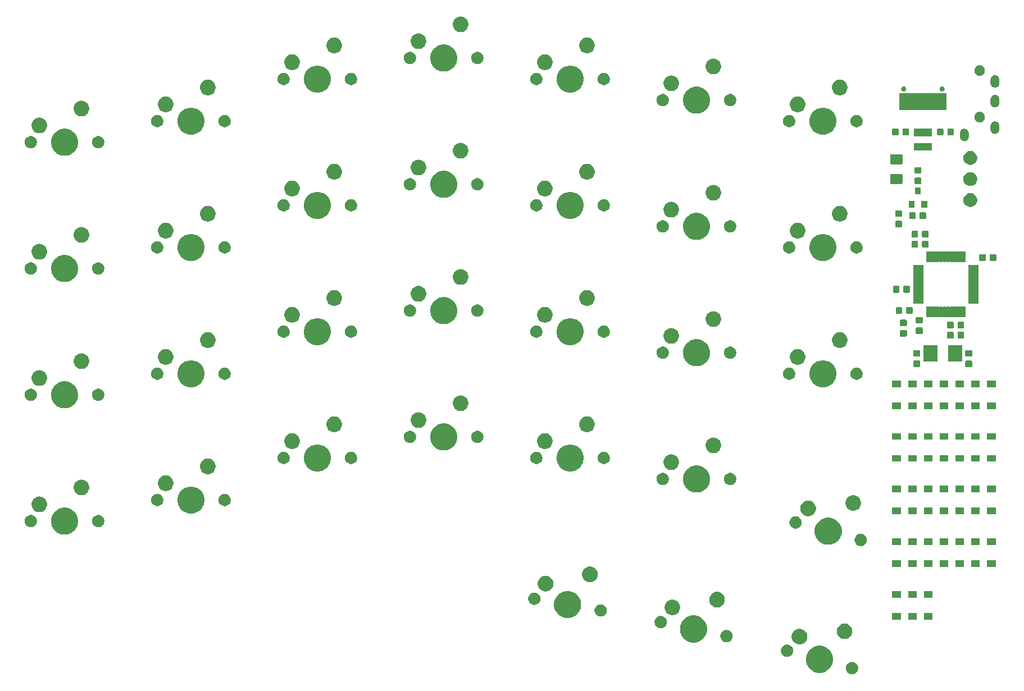
<source format=gbr>
G04 #@! TF.GenerationSoftware,KiCad,Pcbnew,(5.1.4-0)*
G04 #@! TF.CreationDate,2020-11-23T17:37:14+01:00*
G04 #@! TF.ProjectId,stm32split,73746d33-3273-4706-9c69-742e6b696361,rev?*
G04 #@! TF.SameCoordinates,Original*
G04 #@! TF.FileFunction,Soldermask,Top*
G04 #@! TF.FilePolarity,Negative*
%FSLAX46Y46*%
G04 Gerber Fmt 4.6, Leading zero omitted, Abs format (unit mm)*
G04 Created by KiCad (PCBNEW (5.1.4-0)) date 2020-11-23 17:37:14*
%MOMM*%
%LPD*%
G04 APERTURE LIST*
%ADD10C,0.100000*%
G04 APERTURE END LIST*
D10*
G36*
X180887007Y-170504386D02*
G01*
X181055529Y-170574190D01*
X181207194Y-170675529D01*
X181336175Y-170804510D01*
X181437514Y-170956175D01*
X181507318Y-171124697D01*
X181542903Y-171303598D01*
X181542903Y-171486004D01*
X181507318Y-171664905D01*
X181437514Y-171833427D01*
X181336175Y-171985092D01*
X181207194Y-172114073D01*
X181055529Y-172215412D01*
X180887007Y-172285216D01*
X180708106Y-172320801D01*
X180525700Y-172320801D01*
X180346799Y-172285216D01*
X180178277Y-172215412D01*
X180026612Y-172114073D01*
X179897631Y-171985092D01*
X179796292Y-171833427D01*
X179726488Y-171664905D01*
X179690903Y-171486004D01*
X179690903Y-171303598D01*
X179726488Y-171124697D01*
X179796292Y-170956175D01*
X179897631Y-170804510D01*
X180026612Y-170675529D01*
X180178277Y-170574190D01*
X180346799Y-170504386D01*
X180525700Y-170468801D01*
X180708106Y-170468801D01*
X180887007Y-170504386D01*
X180887007Y-170504386D01*
G37*
G36*
X176306474Y-168113684D02*
G01*
X176454284Y-168174909D01*
X176678623Y-168267833D01*
X177013548Y-168491623D01*
X177298377Y-168776452D01*
X177522167Y-169111377D01*
X177560460Y-169203825D01*
X177676316Y-169483526D01*
X177754900Y-169878594D01*
X177754900Y-170281406D01*
X177676316Y-170676474D01*
X177623281Y-170804511D01*
X177522167Y-171048623D01*
X177298377Y-171383548D01*
X177013548Y-171668377D01*
X176678623Y-171892167D01*
X176524474Y-171956017D01*
X176306474Y-172046316D01*
X175911406Y-172124900D01*
X175508594Y-172124900D01*
X175113526Y-172046316D01*
X174895526Y-171956017D01*
X174741377Y-171892167D01*
X174406452Y-171668377D01*
X174121623Y-171383548D01*
X173897833Y-171048623D01*
X173796719Y-170804511D01*
X173743684Y-170676474D01*
X173665100Y-170281406D01*
X173665100Y-169878594D01*
X173743684Y-169483526D01*
X173859540Y-169203825D01*
X173897833Y-169111377D01*
X174121623Y-168776452D01*
X174406452Y-168491623D01*
X174741377Y-168267833D01*
X174965716Y-168174909D01*
X175113526Y-168113684D01*
X175508594Y-168035100D01*
X175911406Y-168035100D01*
X176306474Y-168113684D01*
X176306474Y-168113684D01*
G37*
G36*
X171073201Y-167874784D02*
G01*
X171241723Y-167944588D01*
X171393388Y-168045927D01*
X171522369Y-168174908D01*
X171623708Y-168326573D01*
X171693512Y-168495095D01*
X171729097Y-168673996D01*
X171729097Y-168856402D01*
X171693512Y-169035303D01*
X171623708Y-169203825D01*
X171522369Y-169355490D01*
X171393388Y-169484471D01*
X171241723Y-169585810D01*
X171073201Y-169655614D01*
X170894300Y-169691199D01*
X170711894Y-169691199D01*
X170532993Y-169655614D01*
X170364471Y-169585810D01*
X170212806Y-169484471D01*
X170083825Y-169355490D01*
X169982486Y-169203825D01*
X169912682Y-169035303D01*
X169877097Y-168856402D01*
X169877097Y-168673996D01*
X169912682Y-168495095D01*
X169982486Y-168326573D01*
X170083825Y-168174908D01*
X170212806Y-168045927D01*
X170364471Y-167944588D01*
X170532993Y-167874784D01*
X170711894Y-167839199D01*
X170894300Y-167839199D01*
X171073201Y-167874784D01*
X171073201Y-167874784D01*
G37*
G36*
X172878783Y-165479512D02*
G01*
X173030250Y-165509641D01*
X173244268Y-165598290D01*
X173244269Y-165598291D01*
X173436877Y-165726987D01*
X173600684Y-165890794D01*
X173657550Y-165975900D01*
X173729381Y-166083403D01*
X173818030Y-166297421D01*
X173863223Y-166524622D01*
X173863223Y-166756274D01*
X173818030Y-166983475D01*
X173729381Y-167197493D01*
X173729380Y-167197494D01*
X173600684Y-167390102D01*
X173436877Y-167553909D01*
X173308472Y-167639706D01*
X173244268Y-167682606D01*
X173030250Y-167771255D01*
X172878783Y-167801384D01*
X172803050Y-167816448D01*
X172571396Y-167816448D01*
X172495663Y-167801384D01*
X172344196Y-167771255D01*
X172130178Y-167682606D01*
X172065974Y-167639706D01*
X171937569Y-167553909D01*
X171773762Y-167390102D01*
X171645066Y-167197494D01*
X171645065Y-167197493D01*
X171556416Y-166983475D01*
X171511223Y-166756274D01*
X171511223Y-166524622D01*
X171556416Y-166297421D01*
X171645065Y-166083403D01*
X171716896Y-165975900D01*
X171773762Y-165890794D01*
X171937569Y-165726987D01*
X172130177Y-165598291D01*
X172130178Y-165598290D01*
X172344196Y-165509641D01*
X172495663Y-165479512D01*
X172571396Y-165464448D01*
X172803050Y-165464448D01*
X172878783Y-165479512D01*
X172878783Y-165479512D01*
G37*
G36*
X157316474Y-163543684D02*
G01*
X157532580Y-163633198D01*
X157688623Y-163697833D01*
X158023548Y-163921623D01*
X158308377Y-164206452D01*
X158532167Y-164541377D01*
X158579023Y-164654497D01*
X158686316Y-164913526D01*
X158764900Y-165308594D01*
X158764900Y-165711406D01*
X158686316Y-166106474D01*
X158658543Y-166173524D01*
X158532167Y-166478623D01*
X158308377Y-166813548D01*
X158023548Y-167098377D01*
X157688623Y-167322167D01*
X157534474Y-167386017D01*
X157316474Y-167476316D01*
X156921406Y-167554900D01*
X156518594Y-167554900D01*
X156123526Y-167476316D01*
X155905526Y-167386017D01*
X155751377Y-167322167D01*
X155416452Y-167098377D01*
X155131623Y-166813548D01*
X154907833Y-166478623D01*
X154781457Y-166173524D01*
X154753684Y-166106474D01*
X154675100Y-165711406D01*
X154675100Y-165308594D01*
X154753684Y-164913526D01*
X154860977Y-164654497D01*
X154907833Y-164541377D01*
X155131623Y-164206452D01*
X155416452Y-163921623D01*
X155751377Y-163697833D01*
X155907420Y-163633198D01*
X156123526Y-163543684D01*
X156518594Y-163465100D01*
X156921406Y-163465100D01*
X157316474Y-163543684D01*
X157316474Y-163543684D01*
G37*
G36*
X161959094Y-165675776D02*
G01*
X162127616Y-165745580D01*
X162279281Y-165846919D01*
X162408262Y-165975900D01*
X162509601Y-166127565D01*
X162579405Y-166296087D01*
X162614990Y-166474988D01*
X162614990Y-166657394D01*
X162579405Y-166836295D01*
X162509601Y-167004817D01*
X162408262Y-167156482D01*
X162279281Y-167285463D01*
X162127616Y-167386802D01*
X161959094Y-167456606D01*
X161780193Y-167492191D01*
X161597787Y-167492191D01*
X161418886Y-167456606D01*
X161250364Y-167386802D01*
X161098699Y-167285463D01*
X160969718Y-167156482D01*
X160868379Y-167004817D01*
X160798575Y-166836295D01*
X160762990Y-166657394D01*
X160762990Y-166474988D01*
X160798575Y-166296087D01*
X160868379Y-166127565D01*
X160969718Y-165975900D01*
X161098699Y-165846919D01*
X161250364Y-165745580D01*
X161418886Y-165675776D01*
X161597787Y-165640191D01*
X161780193Y-165640191D01*
X161959094Y-165675776D01*
X161959094Y-165675776D01*
G37*
G36*
X179669812Y-164669561D02*
G01*
X179821279Y-164699690D01*
X180035297Y-164788339D01*
X180035298Y-164788340D01*
X180227906Y-164917036D01*
X180391713Y-165080843D01*
X180453344Y-165173081D01*
X180520410Y-165273452D01*
X180609059Y-165487470D01*
X180609059Y-165487472D01*
X180653603Y-165711405D01*
X180654252Y-165714671D01*
X180654252Y-165946323D01*
X180609059Y-166173524D01*
X180520410Y-166387542D01*
X180520409Y-166387543D01*
X180391713Y-166580151D01*
X180227906Y-166743958D01*
X180123758Y-166813547D01*
X180035297Y-166872655D01*
X179821279Y-166961304D01*
X179669812Y-166991433D01*
X179594079Y-167006497D01*
X179362425Y-167006497D01*
X179286692Y-166991433D01*
X179135225Y-166961304D01*
X178921207Y-166872655D01*
X178832746Y-166813547D01*
X178728598Y-166743958D01*
X178564791Y-166580151D01*
X178436095Y-166387543D01*
X178436094Y-166387542D01*
X178347445Y-166173524D01*
X178302252Y-165946323D01*
X178302252Y-165714671D01*
X178302902Y-165711405D01*
X178347445Y-165487472D01*
X178347445Y-165487470D01*
X178436094Y-165273452D01*
X178503160Y-165173081D01*
X178564791Y-165080843D01*
X178728598Y-164917036D01*
X178921206Y-164788340D01*
X178921207Y-164788339D01*
X179135225Y-164699690D01*
X179286692Y-164669561D01*
X179362425Y-164654497D01*
X179594079Y-164654497D01*
X179669812Y-164669561D01*
X179669812Y-164669561D01*
G37*
G36*
X152021114Y-163563394D02*
G01*
X152189636Y-163633198D01*
X152341301Y-163734537D01*
X152470282Y-163863518D01*
X152571621Y-164015183D01*
X152641425Y-164183705D01*
X152677010Y-164362606D01*
X152677010Y-164545012D01*
X152641425Y-164723913D01*
X152571621Y-164892435D01*
X152470282Y-165044100D01*
X152341301Y-165173081D01*
X152189636Y-165274420D01*
X152021114Y-165344224D01*
X151842213Y-165379809D01*
X151659807Y-165379809D01*
X151480906Y-165344224D01*
X151312384Y-165274420D01*
X151160719Y-165173081D01*
X151031738Y-165044100D01*
X150930399Y-164892435D01*
X150860595Y-164723913D01*
X150825010Y-164545012D01*
X150825010Y-164362606D01*
X150860595Y-164183705D01*
X150930399Y-164015183D01*
X151031738Y-163863518D01*
X151160719Y-163734537D01*
X151312384Y-163633198D01*
X151480906Y-163563394D01*
X151659807Y-163527809D01*
X151842213Y-163527809D01*
X152021114Y-163563394D01*
X152021114Y-163563394D01*
G37*
G36*
X190357250Y-164076000D02*
G01*
X189055250Y-164076000D01*
X189055250Y-163074000D01*
X190357250Y-163074000D01*
X190357250Y-164076000D01*
X190357250Y-164076000D01*
G37*
G36*
X192738500Y-164076000D02*
G01*
X191436500Y-164076000D01*
X191436500Y-163074000D01*
X192738500Y-163074000D01*
X192738500Y-164076000D01*
X192738500Y-164076000D01*
G37*
G36*
X187976000Y-164076000D02*
G01*
X186674000Y-164076000D01*
X186674000Y-163074000D01*
X187976000Y-163074000D01*
X187976000Y-164076000D01*
X187976000Y-164076000D01*
G37*
G36*
X138316474Y-159853684D02*
G01*
X138520752Y-159938299D01*
X138688623Y-160007833D01*
X139023548Y-160231623D01*
X139308377Y-160516452D01*
X139532167Y-160851377D01*
X139532167Y-160851378D01*
X139686316Y-161223526D01*
X139764900Y-161618594D01*
X139764900Y-162021406D01*
X139686316Y-162416474D01*
X139596017Y-162634474D01*
X139532167Y-162788623D01*
X139308377Y-163123548D01*
X139023548Y-163408377D01*
X138688623Y-163632167D01*
X138534474Y-163696017D01*
X138316474Y-163786316D01*
X137921406Y-163864900D01*
X137518594Y-163864900D01*
X137123526Y-163786316D01*
X136905526Y-163696017D01*
X136751377Y-163632167D01*
X136416452Y-163408377D01*
X136131623Y-163123548D01*
X135907833Y-162788623D01*
X135843983Y-162634474D01*
X135753684Y-162416474D01*
X135675100Y-162021406D01*
X135675100Y-161618594D01*
X135753684Y-161223526D01*
X135907833Y-160851378D01*
X135907833Y-160851377D01*
X136131623Y-160516452D01*
X136416452Y-160231623D01*
X136751377Y-160007833D01*
X136919248Y-159938299D01*
X137123526Y-159853684D01*
X137518594Y-159775100D01*
X137921406Y-159775100D01*
X138316474Y-159853684D01*
X138316474Y-159853684D01*
G37*
G36*
X142992927Y-161811718D02*
G01*
X143161449Y-161881522D01*
X143313114Y-161982861D01*
X143442095Y-162111842D01*
X143543434Y-162263507D01*
X143613238Y-162432029D01*
X143648823Y-162610930D01*
X143648823Y-162793336D01*
X143613238Y-162972237D01*
X143543434Y-163140759D01*
X143442095Y-163292424D01*
X143313114Y-163421405D01*
X143161449Y-163522744D01*
X142992927Y-163592548D01*
X142814026Y-163628133D01*
X142631620Y-163628133D01*
X142452719Y-163592548D01*
X142284197Y-163522744D01*
X142132532Y-163421405D01*
X142003551Y-163292424D01*
X141902212Y-163140759D01*
X141832408Y-162972237D01*
X141796823Y-162793336D01*
X141796823Y-162610930D01*
X141832408Y-162432029D01*
X141902212Y-162263507D01*
X142003551Y-162111842D01*
X142132532Y-161982861D01*
X142284197Y-161881522D01*
X142452719Y-161811718D01*
X142631620Y-161776133D01*
X142814026Y-161776133D01*
X142992927Y-161811718D01*
X142992927Y-161811718D01*
G37*
G36*
X153712913Y-161072426D02*
G01*
X153864380Y-161102555D01*
X154078398Y-161191204D01*
X154126770Y-161223525D01*
X154271007Y-161319901D01*
X154434814Y-161483708D01*
X154464514Y-161528158D01*
X154563511Y-161676317D01*
X154652160Y-161890335D01*
X154670565Y-161982862D01*
X154696221Y-162111842D01*
X154697353Y-162117536D01*
X154697353Y-162349188D01*
X154652160Y-162576389D01*
X154563511Y-162790407D01*
X154563510Y-162790408D01*
X154434814Y-162983016D01*
X154271007Y-163146823D01*
X154142602Y-163232620D01*
X154078398Y-163275520D01*
X153864380Y-163364169D01*
X153712913Y-163394298D01*
X153637180Y-163409362D01*
X153405526Y-163409362D01*
X153329793Y-163394298D01*
X153178326Y-163364169D01*
X152964308Y-163275520D01*
X152900104Y-163232620D01*
X152771699Y-163146823D01*
X152607892Y-162983016D01*
X152479196Y-162790408D01*
X152479195Y-162790407D01*
X152390546Y-162576389D01*
X152345353Y-162349188D01*
X152345353Y-162117536D01*
X152346486Y-162111842D01*
X152372141Y-161982862D01*
X152390546Y-161890335D01*
X152479195Y-161676317D01*
X152578192Y-161528158D01*
X152607892Y-161483708D01*
X152771699Y-161319901D01*
X152915936Y-161223525D01*
X152964308Y-161191204D01*
X153178326Y-161102555D01*
X153329793Y-161072426D01*
X153405526Y-161057362D01*
X153637180Y-161057362D01*
X153712913Y-161072426D01*
X153712913Y-161072426D01*
G37*
G36*
X160452246Y-159908170D02*
G01*
X160603713Y-159938299D01*
X160817731Y-160026948D01*
X160817732Y-160026949D01*
X161010340Y-160155645D01*
X161174147Y-160319452D01*
X161192939Y-160347577D01*
X161302844Y-160512061D01*
X161391493Y-160726079D01*
X161391493Y-160726081D01*
X161436686Y-160953279D01*
X161436686Y-161184933D01*
X161432103Y-161207971D01*
X161391493Y-161412133D01*
X161302844Y-161626151D01*
X161302843Y-161626152D01*
X161174147Y-161818760D01*
X161010340Y-161982567D01*
X160952213Y-162021406D01*
X160817731Y-162111264D01*
X160603713Y-162199913D01*
X160452246Y-162230042D01*
X160376513Y-162245106D01*
X160144859Y-162245106D01*
X160069126Y-162230042D01*
X159917659Y-162199913D01*
X159703641Y-162111264D01*
X159569159Y-162021406D01*
X159511032Y-161982567D01*
X159347225Y-161818760D01*
X159218529Y-161626152D01*
X159218528Y-161626151D01*
X159129879Y-161412133D01*
X159089269Y-161207971D01*
X159084686Y-161184933D01*
X159084686Y-160953279D01*
X159129879Y-160726081D01*
X159129879Y-160726079D01*
X159218528Y-160512061D01*
X159328433Y-160347577D01*
X159347225Y-160319452D01*
X159511032Y-160155645D01*
X159703640Y-160026949D01*
X159703641Y-160026948D01*
X159917659Y-159938299D01*
X160069126Y-159908170D01*
X160144859Y-159893106D01*
X160376513Y-159893106D01*
X160452246Y-159908170D01*
X160452246Y-159908170D01*
G37*
G36*
X132987281Y-160047452D02*
G01*
X133155803Y-160117256D01*
X133307468Y-160218595D01*
X133436449Y-160347576D01*
X133537788Y-160499241D01*
X133607592Y-160667763D01*
X133643177Y-160846664D01*
X133643177Y-161029070D01*
X133607592Y-161207971D01*
X133537788Y-161376493D01*
X133436449Y-161528158D01*
X133307468Y-161657139D01*
X133155803Y-161758478D01*
X132987281Y-161828282D01*
X132808380Y-161863867D01*
X132625974Y-161863867D01*
X132447073Y-161828282D01*
X132278551Y-161758478D01*
X132126886Y-161657139D01*
X131997905Y-161528158D01*
X131896566Y-161376493D01*
X131826762Y-161207971D01*
X131791177Y-161029070D01*
X131791177Y-160846664D01*
X131826762Y-160667763D01*
X131896566Y-160499241D01*
X131997905Y-160347576D01*
X132126886Y-160218595D01*
X132278551Y-160117256D01*
X132447073Y-160047452D01*
X132625974Y-160011867D01*
X132808380Y-160011867D01*
X132987281Y-160047452D01*
X132987281Y-160047452D01*
G37*
G36*
X187976000Y-160776000D02*
G01*
X186674000Y-160776000D01*
X186674000Y-159774000D01*
X187976000Y-159774000D01*
X187976000Y-160776000D01*
X187976000Y-160776000D01*
G37*
G36*
X192738500Y-160776000D02*
G01*
X191436500Y-160776000D01*
X191436500Y-159774000D01*
X192738500Y-159774000D01*
X192738500Y-160776000D01*
X192738500Y-160776000D01*
G37*
G36*
X190357250Y-160776000D02*
G01*
X189055250Y-160776000D01*
X189055250Y-159774000D01*
X190357250Y-159774000D01*
X190357250Y-160776000D01*
X190357250Y-160776000D01*
G37*
G36*
X134600509Y-157496053D02*
G01*
X134751976Y-157526182D01*
X134965994Y-157614831D01*
X134965995Y-157614832D01*
X135158603Y-157743528D01*
X135322410Y-157907335D01*
X135389603Y-158007897D01*
X135451107Y-158099944D01*
X135539756Y-158313962D01*
X135584949Y-158541163D01*
X135584949Y-158772815D01*
X135539756Y-159000016D01*
X135451107Y-159214034D01*
X135451106Y-159214035D01*
X135322410Y-159406643D01*
X135158603Y-159570450D01*
X135030198Y-159656247D01*
X134965994Y-159699147D01*
X134751976Y-159787796D01*
X134600509Y-159817925D01*
X134524776Y-159832989D01*
X134293122Y-159832989D01*
X134217389Y-159817925D01*
X134065922Y-159787796D01*
X133851904Y-159699147D01*
X133787700Y-159656247D01*
X133659295Y-159570450D01*
X133495488Y-159406643D01*
X133366792Y-159214035D01*
X133366791Y-159214034D01*
X133278142Y-159000016D01*
X133232949Y-158772815D01*
X133232949Y-158541163D01*
X133278142Y-158313962D01*
X133366791Y-158099944D01*
X133428295Y-158007897D01*
X133495488Y-157907335D01*
X133659295Y-157743528D01*
X133851903Y-157614832D01*
X133851904Y-157614831D01*
X134065922Y-157526182D01*
X134217389Y-157496053D01*
X134293122Y-157480989D01*
X134524776Y-157480989D01*
X134600509Y-157496053D01*
X134600509Y-157496053D01*
G37*
G36*
X141295104Y-156097307D02*
G01*
X141446571Y-156127436D01*
X141660589Y-156216085D01*
X141660590Y-156216086D01*
X141853198Y-156344782D01*
X142017005Y-156508589D01*
X142102802Y-156636994D01*
X142145702Y-156701198D01*
X142234351Y-156915216D01*
X142279544Y-157142417D01*
X142279544Y-157374069D01*
X142234351Y-157601270D01*
X142145702Y-157815288D01*
X142145701Y-157815289D01*
X142017005Y-158007897D01*
X141853198Y-158171704D01*
X141724793Y-158257501D01*
X141660589Y-158300401D01*
X141446571Y-158389050D01*
X141295104Y-158419179D01*
X141219371Y-158434243D01*
X140987717Y-158434243D01*
X140911984Y-158419179D01*
X140760517Y-158389050D01*
X140546499Y-158300401D01*
X140482295Y-158257501D01*
X140353890Y-158171704D01*
X140190083Y-158007897D01*
X140061387Y-157815289D01*
X140061386Y-157815288D01*
X139972737Y-157601270D01*
X139927544Y-157374069D01*
X139927544Y-157142417D01*
X139972737Y-156915216D01*
X140061386Y-156701198D01*
X140104286Y-156636994D01*
X140190083Y-156508589D01*
X140353890Y-156344782D01*
X140546498Y-156216086D01*
X140546499Y-156216085D01*
X140760517Y-156127436D01*
X140911984Y-156097307D01*
X140987717Y-156082243D01*
X141219371Y-156082243D01*
X141295104Y-156097307D01*
X141295104Y-156097307D01*
G37*
G36*
X187976000Y-156138500D02*
G01*
X186674000Y-156138500D01*
X186674000Y-155136500D01*
X187976000Y-155136500D01*
X187976000Y-156138500D01*
X187976000Y-156138500D01*
G37*
G36*
X190357250Y-156138500D02*
G01*
X189055250Y-156138500D01*
X189055250Y-155136500D01*
X190357250Y-155136500D01*
X190357250Y-156138500D01*
X190357250Y-156138500D01*
G37*
G36*
X192738500Y-156138500D02*
G01*
X191436500Y-156138500D01*
X191436500Y-155136500D01*
X192738500Y-155136500D01*
X192738500Y-156138500D01*
X192738500Y-156138500D01*
G37*
G36*
X195119750Y-156138500D02*
G01*
X193817750Y-156138500D01*
X193817750Y-155136500D01*
X195119750Y-155136500D01*
X195119750Y-156138500D01*
X195119750Y-156138500D01*
G37*
G36*
X197501000Y-156138500D02*
G01*
X196199000Y-156138500D01*
X196199000Y-155136500D01*
X197501000Y-155136500D01*
X197501000Y-156138500D01*
X197501000Y-156138500D01*
G37*
G36*
X199882250Y-156138500D02*
G01*
X198580250Y-156138500D01*
X198580250Y-155136500D01*
X199882250Y-155136500D01*
X199882250Y-156138500D01*
X199882250Y-156138500D01*
G37*
G36*
X202263500Y-156138500D02*
G01*
X200961500Y-156138500D01*
X200961500Y-155136500D01*
X202263500Y-155136500D01*
X202263500Y-156138500D01*
X202263500Y-156138500D01*
G37*
G36*
X182187007Y-151174386D02*
G01*
X182355529Y-151244190D01*
X182507194Y-151345529D01*
X182636175Y-151474510D01*
X182737514Y-151626175D01*
X182807318Y-151794697D01*
X182842903Y-151973598D01*
X182842903Y-152156004D01*
X182807318Y-152334905D01*
X182737514Y-152503427D01*
X182636175Y-152655092D01*
X182507194Y-152784073D01*
X182355529Y-152885412D01*
X182187007Y-152955216D01*
X182008106Y-152990801D01*
X181825700Y-152990801D01*
X181646799Y-152955216D01*
X181478277Y-152885412D01*
X181326612Y-152784073D01*
X181197631Y-152655092D01*
X181096292Y-152503427D01*
X181026488Y-152334905D01*
X180990903Y-152156004D01*
X180990903Y-151973598D01*
X181026488Y-151794697D01*
X181096292Y-151626175D01*
X181197631Y-151474510D01*
X181326612Y-151345529D01*
X181478277Y-151244190D01*
X181646799Y-151174386D01*
X181825700Y-151138801D01*
X182008106Y-151138801D01*
X182187007Y-151174386D01*
X182187007Y-151174386D01*
G37*
G36*
X190357250Y-152838500D02*
G01*
X189055250Y-152838500D01*
X189055250Y-151836500D01*
X190357250Y-151836500D01*
X190357250Y-152838500D01*
X190357250Y-152838500D01*
G37*
G36*
X202263500Y-152838500D02*
G01*
X200961500Y-152838500D01*
X200961500Y-151836500D01*
X202263500Y-151836500D01*
X202263500Y-152838500D01*
X202263500Y-152838500D01*
G37*
G36*
X197501000Y-152838500D02*
G01*
X196199000Y-152838500D01*
X196199000Y-151836500D01*
X197501000Y-151836500D01*
X197501000Y-152838500D01*
X197501000Y-152838500D01*
G37*
G36*
X199882250Y-152838500D02*
G01*
X198580250Y-152838500D01*
X198580250Y-151836500D01*
X199882250Y-151836500D01*
X199882250Y-152838500D01*
X199882250Y-152838500D01*
G37*
G36*
X192738500Y-152838500D02*
G01*
X191436500Y-152838500D01*
X191436500Y-151836500D01*
X192738500Y-151836500D01*
X192738500Y-152838500D01*
X192738500Y-152838500D01*
G37*
G36*
X195119750Y-152838500D02*
G01*
X193817750Y-152838500D01*
X193817750Y-151836500D01*
X195119750Y-151836500D01*
X195119750Y-152838500D01*
X195119750Y-152838500D01*
G37*
G36*
X187976000Y-152838500D02*
G01*
X186674000Y-152838500D01*
X186674000Y-151836500D01*
X187976000Y-151836500D01*
X187976000Y-152838500D01*
X187976000Y-152838500D01*
G37*
G36*
X177606474Y-148783684D02*
G01*
X177754284Y-148844909D01*
X177978623Y-148937833D01*
X178313548Y-149161623D01*
X178598377Y-149446452D01*
X178822167Y-149781377D01*
X178860460Y-149873825D01*
X178976316Y-150153526D01*
X179054900Y-150548594D01*
X179054900Y-150951406D01*
X178976316Y-151346474D01*
X178923281Y-151474511D01*
X178822167Y-151718623D01*
X178598377Y-152053548D01*
X178313548Y-152338377D01*
X177978623Y-152562167D01*
X177824474Y-152626017D01*
X177606474Y-152716316D01*
X177211406Y-152794900D01*
X176808594Y-152794900D01*
X176413526Y-152716316D01*
X176195526Y-152626017D01*
X176041377Y-152562167D01*
X175706452Y-152338377D01*
X175421623Y-152053548D01*
X175197833Y-151718623D01*
X175096719Y-151474511D01*
X175043684Y-151346474D01*
X174965100Y-150951406D01*
X174965100Y-150548594D01*
X175043684Y-150153526D01*
X175159540Y-149873825D01*
X175197833Y-149781377D01*
X175421623Y-149446452D01*
X175706452Y-149161623D01*
X176041377Y-148937833D01*
X176265716Y-148844909D01*
X176413526Y-148783684D01*
X176808594Y-148705100D01*
X177211406Y-148705100D01*
X177606474Y-148783684D01*
X177606474Y-148783684D01*
G37*
G36*
X62508974Y-147258684D02*
G01*
X62726974Y-147348983D01*
X62881123Y-147412833D01*
X63216048Y-147636623D01*
X63500877Y-147921452D01*
X63724667Y-148256377D01*
X63757062Y-148334586D01*
X63878816Y-148628526D01*
X63957400Y-149023594D01*
X63957400Y-149426406D01*
X63878816Y-149821474D01*
X63827951Y-149944272D01*
X63724667Y-150193623D01*
X63500877Y-150528548D01*
X63216048Y-150813377D01*
X62881123Y-151037167D01*
X62726974Y-151101017D01*
X62508974Y-151191316D01*
X62113906Y-151269900D01*
X61711094Y-151269900D01*
X61316026Y-151191316D01*
X61098026Y-151101017D01*
X60943877Y-151037167D01*
X60608952Y-150813377D01*
X60324123Y-150528548D01*
X60100333Y-150193623D01*
X59997049Y-149944272D01*
X59946184Y-149821474D01*
X59867600Y-149426406D01*
X59867600Y-149023594D01*
X59946184Y-148628526D01*
X60067938Y-148334586D01*
X60100333Y-148256377D01*
X60324123Y-147921452D01*
X60608952Y-147636623D01*
X60943877Y-147412833D01*
X61098026Y-147348983D01*
X61316026Y-147258684D01*
X61711094Y-147180100D01*
X62113906Y-147180100D01*
X62508974Y-147258684D01*
X62508974Y-147258684D01*
G37*
G36*
X172373201Y-148544784D02*
G01*
X172541723Y-148614588D01*
X172693388Y-148715927D01*
X172822369Y-148844908D01*
X172923708Y-148996573D01*
X172993512Y-149165095D01*
X173029097Y-149343996D01*
X173029097Y-149526402D01*
X172993512Y-149705303D01*
X172923708Y-149873825D01*
X172822369Y-150025490D01*
X172693388Y-150154471D01*
X172541723Y-150255810D01*
X172373201Y-150325614D01*
X172194300Y-150361199D01*
X172011894Y-150361199D01*
X171832993Y-150325614D01*
X171664471Y-150255810D01*
X171512806Y-150154471D01*
X171383825Y-150025490D01*
X171282486Y-149873825D01*
X171212682Y-149705303D01*
X171177097Y-149526402D01*
X171177097Y-149343996D01*
X171212682Y-149165095D01*
X171282486Y-148996573D01*
X171383825Y-148844908D01*
X171512806Y-148715927D01*
X171664471Y-148614588D01*
X171832993Y-148544784D01*
X172011894Y-148509199D01*
X172194300Y-148509199D01*
X172373201Y-148544784D01*
X172373201Y-148544784D01*
G37*
G36*
X67262604Y-148334585D02*
G01*
X67431126Y-148404389D01*
X67582791Y-148505728D01*
X67711772Y-148634709D01*
X67813111Y-148786374D01*
X67882915Y-148954896D01*
X67918500Y-149133797D01*
X67918500Y-149316203D01*
X67882915Y-149495104D01*
X67813111Y-149663626D01*
X67711772Y-149815291D01*
X67582791Y-149944272D01*
X67431126Y-150045611D01*
X67262604Y-150115415D01*
X67083703Y-150151000D01*
X66901297Y-150151000D01*
X66722396Y-150115415D01*
X66553874Y-150045611D01*
X66402209Y-149944272D01*
X66273228Y-149815291D01*
X66171889Y-149663626D01*
X66102085Y-149495104D01*
X66066500Y-149316203D01*
X66066500Y-149133797D01*
X66102085Y-148954896D01*
X66171889Y-148786374D01*
X66273228Y-148634709D01*
X66402209Y-148505728D01*
X66553874Y-148404389D01*
X66722396Y-148334585D01*
X66901297Y-148299000D01*
X67083703Y-148299000D01*
X67262604Y-148334585D01*
X67262604Y-148334585D01*
G37*
G36*
X57102604Y-148334585D02*
G01*
X57271126Y-148404389D01*
X57422791Y-148505728D01*
X57551772Y-148634709D01*
X57653111Y-148786374D01*
X57722915Y-148954896D01*
X57758500Y-149133797D01*
X57758500Y-149316203D01*
X57722915Y-149495104D01*
X57653111Y-149663626D01*
X57551772Y-149815291D01*
X57422791Y-149944272D01*
X57271126Y-150045611D01*
X57102604Y-150115415D01*
X56923703Y-150151000D01*
X56741297Y-150151000D01*
X56562396Y-150115415D01*
X56393874Y-150045611D01*
X56242209Y-149944272D01*
X56113228Y-149815291D01*
X56011889Y-149663626D01*
X55942085Y-149495104D01*
X55906500Y-149316203D01*
X55906500Y-149133797D01*
X55942085Y-148954896D01*
X56011889Y-148786374D01*
X56113228Y-148634709D01*
X56242209Y-148505728D01*
X56393874Y-148404389D01*
X56562396Y-148334585D01*
X56741297Y-148299000D01*
X56923703Y-148299000D01*
X57102604Y-148334585D01*
X57102604Y-148334585D01*
G37*
G36*
X174137009Y-146141203D02*
G01*
X174330250Y-146179641D01*
X174544268Y-146268290D01*
X174544269Y-146268291D01*
X174736877Y-146396987D01*
X174900684Y-146560794D01*
X174953801Y-146640290D01*
X175029381Y-146753403D01*
X175118030Y-146967421D01*
X175130085Y-147028025D01*
X175160335Y-147180100D01*
X175163223Y-147194622D01*
X175163223Y-147426274D01*
X175118030Y-147653475D01*
X175029381Y-147867493D01*
X175029380Y-147867494D01*
X174900684Y-148060102D01*
X174736877Y-148223909D01*
X174688283Y-148256378D01*
X174544268Y-148352606D01*
X174330250Y-148441255D01*
X174178783Y-148471384D01*
X174103050Y-148486448D01*
X173871396Y-148486448D01*
X173795663Y-148471384D01*
X173644196Y-148441255D01*
X173430178Y-148352606D01*
X173286163Y-148256378D01*
X173237569Y-148223909D01*
X173073762Y-148060102D01*
X172945066Y-147867494D01*
X172945065Y-147867493D01*
X172856416Y-147653475D01*
X172811223Y-147426274D01*
X172811223Y-147194622D01*
X172814112Y-147180100D01*
X172844361Y-147028025D01*
X172856416Y-146967421D01*
X172945065Y-146753403D01*
X173020645Y-146640290D01*
X173073762Y-146560794D01*
X173237569Y-146396987D01*
X173430177Y-146268291D01*
X173430178Y-146268290D01*
X173644196Y-146179641D01*
X173837437Y-146141203D01*
X173871396Y-146134448D01*
X174103050Y-146134448D01*
X174137009Y-146141203D01*
X174137009Y-146141203D01*
G37*
G36*
X190357250Y-148201000D02*
G01*
X189055250Y-148201000D01*
X189055250Y-147199000D01*
X190357250Y-147199000D01*
X190357250Y-148201000D01*
X190357250Y-148201000D01*
G37*
G36*
X187976000Y-148201000D02*
G01*
X186674000Y-148201000D01*
X186674000Y-147199000D01*
X187976000Y-147199000D01*
X187976000Y-148201000D01*
X187976000Y-148201000D01*
G37*
G36*
X192738500Y-148201000D02*
G01*
X191436500Y-148201000D01*
X191436500Y-147199000D01*
X192738500Y-147199000D01*
X192738500Y-148201000D01*
X192738500Y-148201000D01*
G37*
G36*
X195119750Y-148201000D02*
G01*
X193817750Y-148201000D01*
X193817750Y-147199000D01*
X195119750Y-147199000D01*
X195119750Y-148201000D01*
X195119750Y-148201000D01*
G37*
G36*
X197501000Y-148201000D02*
G01*
X196199000Y-148201000D01*
X196199000Y-147199000D01*
X197501000Y-147199000D01*
X197501000Y-148201000D01*
X197501000Y-148201000D01*
G37*
G36*
X199882250Y-148201000D02*
G01*
X198580250Y-148201000D01*
X198580250Y-147199000D01*
X199882250Y-147199000D01*
X199882250Y-148201000D01*
X199882250Y-148201000D01*
G37*
G36*
X202263500Y-148201000D02*
G01*
X200961500Y-148201000D01*
X200961500Y-147199000D01*
X202263500Y-147199000D01*
X202263500Y-148201000D01*
X202263500Y-148201000D01*
G37*
G36*
X81558974Y-144083684D02*
G01*
X81776974Y-144173983D01*
X81931123Y-144237833D01*
X82266048Y-144461623D01*
X82550877Y-144746452D01*
X82774667Y-145081377D01*
X82807062Y-145159586D01*
X82928816Y-145453526D01*
X83007400Y-145848594D01*
X83007400Y-146251406D01*
X82928816Y-146646474D01*
X82877951Y-146769272D01*
X82774667Y-147018623D01*
X82550877Y-147353548D01*
X82266048Y-147638377D01*
X81931123Y-147862167D01*
X81918262Y-147867494D01*
X81558974Y-148016316D01*
X81163906Y-148094900D01*
X80761094Y-148094900D01*
X80366026Y-148016316D01*
X80006738Y-147867494D01*
X79993877Y-147862167D01*
X79658952Y-147638377D01*
X79374123Y-147353548D01*
X79150333Y-147018623D01*
X79047049Y-146769272D01*
X78996184Y-146646474D01*
X78917600Y-146251406D01*
X78917600Y-145848594D01*
X78996184Y-145453526D01*
X79117938Y-145159586D01*
X79150333Y-145081377D01*
X79374123Y-144746452D01*
X79658952Y-144461623D01*
X79993877Y-144237833D01*
X80148026Y-144173983D01*
X80366026Y-144083684D01*
X80761094Y-144005100D01*
X81163906Y-144005100D01*
X81558974Y-144083684D01*
X81558974Y-144083684D01*
G37*
G36*
X58294060Y-145524064D02*
G01*
X58445527Y-145554193D01*
X58659545Y-145642842D01*
X58659546Y-145642843D01*
X58852154Y-145771539D01*
X59015961Y-145935346D01*
X59021377Y-145943452D01*
X59144658Y-146127955D01*
X59233307Y-146341973D01*
X59278500Y-146569174D01*
X59278500Y-146800826D01*
X59233307Y-147028027D01*
X59144658Y-147242045D01*
X59139240Y-147250153D01*
X59015961Y-147434654D01*
X58852154Y-147598461D01*
X58795040Y-147636623D01*
X58659545Y-147727158D01*
X58445527Y-147815807D01*
X58294060Y-147845936D01*
X58218327Y-147861000D01*
X57986673Y-147861000D01*
X57910940Y-147845936D01*
X57759473Y-147815807D01*
X57545455Y-147727158D01*
X57409960Y-147636623D01*
X57352846Y-147598461D01*
X57189039Y-147434654D01*
X57065760Y-147250153D01*
X57060342Y-147242045D01*
X56971693Y-147028027D01*
X56926500Y-146800826D01*
X56926500Y-146569174D01*
X56971693Y-146341973D01*
X57060342Y-146127955D01*
X57183623Y-145943452D01*
X57189039Y-145935346D01*
X57352846Y-145771539D01*
X57545454Y-145642843D01*
X57545455Y-145642842D01*
X57759473Y-145554193D01*
X57910940Y-145524064D01*
X57986673Y-145509000D01*
X58218327Y-145509000D01*
X58294060Y-145524064D01*
X58294060Y-145524064D01*
G37*
G36*
X180969812Y-145339561D02*
G01*
X181121279Y-145369690D01*
X181335297Y-145458339D01*
X181399501Y-145501239D01*
X181527906Y-145587036D01*
X181691713Y-145750843D01*
X181777510Y-145879248D01*
X181820410Y-145943452D01*
X181909059Y-146157470D01*
X181909059Y-146157472D01*
X181954252Y-146384670D01*
X181954252Y-146616324D01*
X181939188Y-146692057D01*
X181909059Y-146843524D01*
X181820410Y-147057542D01*
X181820409Y-147057543D01*
X181691713Y-147250151D01*
X181527906Y-147413958D01*
X181399501Y-147499755D01*
X181335297Y-147542655D01*
X181121279Y-147631304D01*
X180969812Y-147661433D01*
X180894079Y-147676497D01*
X180662425Y-147676497D01*
X180586692Y-147661433D01*
X180435225Y-147631304D01*
X180221207Y-147542655D01*
X180157003Y-147499755D01*
X180028598Y-147413958D01*
X179864791Y-147250151D01*
X179736095Y-147057543D01*
X179736094Y-147057542D01*
X179647445Y-146843524D01*
X179617316Y-146692057D01*
X179602252Y-146616324D01*
X179602252Y-146384670D01*
X179647445Y-146157472D01*
X179647445Y-146157470D01*
X179736094Y-145943452D01*
X179778994Y-145879248D01*
X179864791Y-145750843D01*
X180028598Y-145587036D01*
X180157003Y-145501239D01*
X180221207Y-145458339D01*
X180435225Y-145369690D01*
X180586692Y-145339561D01*
X180662425Y-145324497D01*
X180894079Y-145324497D01*
X180969812Y-145339561D01*
X180969812Y-145339561D01*
G37*
G36*
X86312604Y-145159585D02*
G01*
X86481126Y-145229389D01*
X86632791Y-145330728D01*
X86761772Y-145459709D01*
X86863111Y-145611374D01*
X86932915Y-145779896D01*
X86968500Y-145958797D01*
X86968500Y-146141203D01*
X86932915Y-146320104D01*
X86863111Y-146488626D01*
X86761772Y-146640291D01*
X86632791Y-146769272D01*
X86481126Y-146870611D01*
X86312604Y-146940415D01*
X86133703Y-146976000D01*
X85951297Y-146976000D01*
X85772396Y-146940415D01*
X85603874Y-146870611D01*
X85452209Y-146769272D01*
X85323228Y-146640291D01*
X85221889Y-146488626D01*
X85152085Y-146320104D01*
X85116500Y-146141203D01*
X85116500Y-145958797D01*
X85152085Y-145779896D01*
X85221889Y-145611374D01*
X85323228Y-145459709D01*
X85452209Y-145330728D01*
X85603874Y-145229389D01*
X85772396Y-145159585D01*
X85951297Y-145124000D01*
X86133703Y-145124000D01*
X86312604Y-145159585D01*
X86312604Y-145159585D01*
G37*
G36*
X76152604Y-145159585D02*
G01*
X76321126Y-145229389D01*
X76472791Y-145330728D01*
X76601772Y-145459709D01*
X76703111Y-145611374D01*
X76772915Y-145779896D01*
X76808500Y-145958797D01*
X76808500Y-146141203D01*
X76772915Y-146320104D01*
X76703111Y-146488626D01*
X76601772Y-146640291D01*
X76472791Y-146769272D01*
X76321126Y-146870611D01*
X76152604Y-146940415D01*
X75973703Y-146976000D01*
X75791297Y-146976000D01*
X75612396Y-146940415D01*
X75443874Y-146870611D01*
X75292209Y-146769272D01*
X75163228Y-146640291D01*
X75061889Y-146488626D01*
X74992085Y-146320104D01*
X74956500Y-146141203D01*
X74956500Y-145958797D01*
X74992085Y-145779896D01*
X75061889Y-145611374D01*
X75163228Y-145459709D01*
X75292209Y-145330728D01*
X75443874Y-145229389D01*
X75612396Y-145159585D01*
X75791297Y-145124000D01*
X75973703Y-145124000D01*
X76152604Y-145159585D01*
X76152604Y-145159585D01*
G37*
G36*
X64644060Y-142984064D02*
G01*
X64795527Y-143014193D01*
X65009545Y-143102842D01*
X65009546Y-143102843D01*
X65202154Y-143231539D01*
X65365961Y-143395346D01*
X65451758Y-143523751D01*
X65494658Y-143587955D01*
X65583307Y-143801973D01*
X65593462Y-143853025D01*
X65623712Y-144005100D01*
X65628500Y-144029174D01*
X65628500Y-144260826D01*
X65583307Y-144488027D01*
X65494658Y-144702045D01*
X65494657Y-144702046D01*
X65365961Y-144894654D01*
X65202154Y-145058461D01*
X65073749Y-145144258D01*
X65009545Y-145187158D01*
X64795527Y-145275807D01*
X64644060Y-145305936D01*
X64568327Y-145321000D01*
X64336673Y-145321000D01*
X64260940Y-145305936D01*
X64109473Y-145275807D01*
X63895455Y-145187158D01*
X63831251Y-145144258D01*
X63702846Y-145058461D01*
X63539039Y-144894654D01*
X63410343Y-144702046D01*
X63410342Y-144702045D01*
X63321693Y-144488027D01*
X63276500Y-144260826D01*
X63276500Y-144029174D01*
X63281289Y-144005100D01*
X63311538Y-143853025D01*
X63321693Y-143801973D01*
X63410342Y-143587955D01*
X63453242Y-143523751D01*
X63539039Y-143395346D01*
X63702846Y-143231539D01*
X63895454Y-143102843D01*
X63895455Y-143102842D01*
X64109473Y-143014193D01*
X64260940Y-142984064D01*
X64336673Y-142969000D01*
X64568327Y-142969000D01*
X64644060Y-142984064D01*
X64644060Y-142984064D01*
G37*
G36*
X157758974Y-140908684D02*
G01*
X157976974Y-140998983D01*
X158131123Y-141062833D01*
X158466048Y-141286623D01*
X158750877Y-141571452D01*
X158974667Y-141906377D01*
X159007062Y-141984586D01*
X159128816Y-142278526D01*
X159207400Y-142673594D01*
X159207400Y-143076406D01*
X159128816Y-143471474D01*
X159077951Y-143594272D01*
X158974667Y-143843623D01*
X158750877Y-144178548D01*
X158466048Y-144463377D01*
X158131123Y-144687167D01*
X157987996Y-144746452D01*
X157758974Y-144841316D01*
X157363906Y-144919900D01*
X156961094Y-144919900D01*
X156566026Y-144841316D01*
X156337004Y-144746452D01*
X156193877Y-144687167D01*
X155858952Y-144463377D01*
X155574123Y-144178548D01*
X155350333Y-143843623D01*
X155247049Y-143594272D01*
X155196184Y-143471474D01*
X155117600Y-143076406D01*
X155117600Y-142673594D01*
X155196184Y-142278526D01*
X155317938Y-141984586D01*
X155350333Y-141906377D01*
X155574123Y-141571452D01*
X155858952Y-141286623D01*
X156193877Y-141062833D01*
X156348026Y-140998983D01*
X156566026Y-140908684D01*
X156961094Y-140830100D01*
X157363906Y-140830100D01*
X157758974Y-140908684D01*
X157758974Y-140908684D01*
G37*
G36*
X195119750Y-144901000D02*
G01*
X193817750Y-144901000D01*
X193817750Y-143899000D01*
X195119750Y-143899000D01*
X195119750Y-144901000D01*
X195119750Y-144901000D01*
G37*
G36*
X202263500Y-144901000D02*
G01*
X200961500Y-144901000D01*
X200961500Y-143899000D01*
X202263500Y-143899000D01*
X202263500Y-144901000D01*
X202263500Y-144901000D01*
G37*
G36*
X199882250Y-144901000D02*
G01*
X198580250Y-144901000D01*
X198580250Y-143899000D01*
X199882250Y-143899000D01*
X199882250Y-144901000D01*
X199882250Y-144901000D01*
G37*
G36*
X197501000Y-144901000D02*
G01*
X196199000Y-144901000D01*
X196199000Y-143899000D01*
X197501000Y-143899000D01*
X197501000Y-144901000D01*
X197501000Y-144901000D01*
G37*
G36*
X187976000Y-144901000D02*
G01*
X186674000Y-144901000D01*
X186674000Y-143899000D01*
X187976000Y-143899000D01*
X187976000Y-144901000D01*
X187976000Y-144901000D01*
G37*
G36*
X190357250Y-144901000D02*
G01*
X189055250Y-144901000D01*
X189055250Y-143899000D01*
X190357250Y-143899000D01*
X190357250Y-144901000D01*
X190357250Y-144901000D01*
G37*
G36*
X192738500Y-144901000D02*
G01*
X191436500Y-144901000D01*
X191436500Y-143899000D01*
X192738500Y-143899000D01*
X192738500Y-144901000D01*
X192738500Y-144901000D01*
G37*
G36*
X77344060Y-142349064D02*
G01*
X77495527Y-142379193D01*
X77709545Y-142467842D01*
X77709546Y-142467843D01*
X77902154Y-142596539D01*
X78065961Y-142760346D01*
X78081630Y-142783797D01*
X78194658Y-142952955D01*
X78283307Y-143166973D01*
X78328500Y-143394174D01*
X78328500Y-143625826D01*
X78283307Y-143853027D01*
X78194658Y-144067045D01*
X78194657Y-144067046D01*
X78065961Y-144259654D01*
X77902154Y-144423461D01*
X77773749Y-144509258D01*
X77709545Y-144552158D01*
X77495527Y-144640807D01*
X77344060Y-144670936D01*
X77268327Y-144686000D01*
X77036673Y-144686000D01*
X76960940Y-144670936D01*
X76809473Y-144640807D01*
X76595455Y-144552158D01*
X76531251Y-144509258D01*
X76402846Y-144423461D01*
X76239039Y-144259654D01*
X76110343Y-144067046D01*
X76110342Y-144067045D01*
X76021693Y-143853027D01*
X75976500Y-143625826D01*
X75976500Y-143394174D01*
X76021693Y-143166973D01*
X76110342Y-142952955D01*
X76223370Y-142783797D01*
X76239039Y-142760346D01*
X76402846Y-142596539D01*
X76595454Y-142467843D01*
X76595455Y-142467842D01*
X76809473Y-142379193D01*
X76960940Y-142349064D01*
X77036673Y-142334000D01*
X77268327Y-142334000D01*
X77344060Y-142349064D01*
X77344060Y-142349064D01*
G37*
G36*
X162512604Y-141984585D02*
G01*
X162681126Y-142054389D01*
X162832791Y-142155728D01*
X162961772Y-142284709D01*
X163063111Y-142436374D01*
X163132915Y-142604896D01*
X163168500Y-142783797D01*
X163168500Y-142966203D01*
X163132915Y-143145104D01*
X163063111Y-143313626D01*
X162961772Y-143465291D01*
X162832791Y-143594272D01*
X162681126Y-143695611D01*
X162512604Y-143765415D01*
X162333703Y-143801000D01*
X162151297Y-143801000D01*
X161972396Y-143765415D01*
X161803874Y-143695611D01*
X161652209Y-143594272D01*
X161523228Y-143465291D01*
X161421889Y-143313626D01*
X161352085Y-143145104D01*
X161316500Y-142966203D01*
X161316500Y-142783797D01*
X161352085Y-142604896D01*
X161421889Y-142436374D01*
X161523228Y-142284709D01*
X161652209Y-142155728D01*
X161803874Y-142054389D01*
X161972396Y-141984585D01*
X162151297Y-141949000D01*
X162333703Y-141949000D01*
X162512604Y-141984585D01*
X162512604Y-141984585D01*
G37*
G36*
X152352604Y-141984585D02*
G01*
X152521126Y-142054389D01*
X152672791Y-142155728D01*
X152801772Y-142284709D01*
X152903111Y-142436374D01*
X152972915Y-142604896D01*
X153008500Y-142783797D01*
X153008500Y-142966203D01*
X152972915Y-143145104D01*
X152903111Y-143313626D01*
X152801772Y-143465291D01*
X152672791Y-143594272D01*
X152521126Y-143695611D01*
X152352604Y-143765415D01*
X152173703Y-143801000D01*
X151991297Y-143801000D01*
X151812396Y-143765415D01*
X151643874Y-143695611D01*
X151492209Y-143594272D01*
X151363228Y-143465291D01*
X151261889Y-143313626D01*
X151192085Y-143145104D01*
X151156500Y-142966203D01*
X151156500Y-142783797D01*
X151192085Y-142604896D01*
X151261889Y-142436374D01*
X151363228Y-142284709D01*
X151492209Y-142155728D01*
X151643874Y-142054389D01*
X151812396Y-141984585D01*
X151991297Y-141949000D01*
X152173703Y-141949000D01*
X152352604Y-141984585D01*
X152352604Y-141984585D01*
G37*
G36*
X83694060Y-139809064D02*
G01*
X83845527Y-139839193D01*
X84059545Y-139927842D01*
X84059546Y-139927843D01*
X84252154Y-140056539D01*
X84415961Y-140220346D01*
X84501758Y-140348751D01*
X84544658Y-140412955D01*
X84633307Y-140626973D01*
X84643462Y-140678025D01*
X84673712Y-140830100D01*
X84678500Y-140854174D01*
X84678500Y-141085826D01*
X84633307Y-141313027D01*
X84544658Y-141527045D01*
X84544657Y-141527046D01*
X84415961Y-141719654D01*
X84252154Y-141883461D01*
X84123749Y-141969258D01*
X84059545Y-142012158D01*
X83845527Y-142100807D01*
X83694060Y-142130936D01*
X83618327Y-142146000D01*
X83386673Y-142146000D01*
X83310940Y-142130936D01*
X83159473Y-142100807D01*
X82945455Y-142012158D01*
X82881251Y-141969258D01*
X82752846Y-141883461D01*
X82589039Y-141719654D01*
X82460343Y-141527046D01*
X82460342Y-141527045D01*
X82371693Y-141313027D01*
X82326500Y-141085826D01*
X82326500Y-140854174D01*
X82331289Y-140830100D01*
X82361538Y-140678025D01*
X82371693Y-140626973D01*
X82460342Y-140412955D01*
X82503242Y-140348751D01*
X82589039Y-140220346D01*
X82752846Y-140056539D01*
X82945454Y-139927843D01*
X82945455Y-139927842D01*
X83159473Y-139839193D01*
X83310940Y-139809064D01*
X83386673Y-139794000D01*
X83618327Y-139794000D01*
X83694060Y-139809064D01*
X83694060Y-139809064D01*
G37*
G36*
X100608974Y-137733684D02*
G01*
X100826974Y-137823983D01*
X100981123Y-137887833D01*
X101316048Y-138111623D01*
X101600877Y-138396452D01*
X101824667Y-138731377D01*
X101857062Y-138809586D01*
X101978816Y-139103526D01*
X102057400Y-139498594D01*
X102057400Y-139901406D01*
X101978816Y-140296474D01*
X101927951Y-140419272D01*
X101824667Y-140668623D01*
X101600877Y-141003548D01*
X101316048Y-141288377D01*
X100981123Y-141512167D01*
X100837996Y-141571452D01*
X100608974Y-141666316D01*
X100213906Y-141744900D01*
X99811094Y-141744900D01*
X99416026Y-141666316D01*
X99187004Y-141571452D01*
X99043877Y-141512167D01*
X98708952Y-141288377D01*
X98424123Y-141003548D01*
X98200333Y-140668623D01*
X98097049Y-140419272D01*
X98046184Y-140296474D01*
X97967600Y-139901406D01*
X97967600Y-139498594D01*
X98046184Y-139103526D01*
X98167938Y-138809586D01*
X98200333Y-138731377D01*
X98424123Y-138396452D01*
X98708952Y-138111623D01*
X99043877Y-137887833D01*
X99198026Y-137823983D01*
X99416026Y-137733684D01*
X99811094Y-137655100D01*
X100213906Y-137655100D01*
X100608974Y-137733684D01*
X100608974Y-137733684D01*
G37*
G36*
X138708974Y-137733684D02*
G01*
X138926974Y-137823983D01*
X139081123Y-137887833D01*
X139416048Y-138111623D01*
X139700877Y-138396452D01*
X139924667Y-138731377D01*
X139957062Y-138809586D01*
X140078816Y-139103526D01*
X140157400Y-139498594D01*
X140157400Y-139901406D01*
X140078816Y-140296474D01*
X140027951Y-140419272D01*
X139924667Y-140668623D01*
X139700877Y-141003548D01*
X139416048Y-141288377D01*
X139081123Y-141512167D01*
X138937996Y-141571452D01*
X138708974Y-141666316D01*
X138313906Y-141744900D01*
X137911094Y-141744900D01*
X137516026Y-141666316D01*
X137287004Y-141571452D01*
X137143877Y-141512167D01*
X136808952Y-141288377D01*
X136524123Y-141003548D01*
X136300333Y-140668623D01*
X136197049Y-140419272D01*
X136146184Y-140296474D01*
X136067600Y-139901406D01*
X136067600Y-139498594D01*
X136146184Y-139103526D01*
X136267938Y-138809586D01*
X136300333Y-138731377D01*
X136524123Y-138396452D01*
X136808952Y-138111623D01*
X137143877Y-137887833D01*
X137298026Y-137823983D01*
X137516026Y-137733684D01*
X137911094Y-137655100D01*
X138313906Y-137655100D01*
X138708974Y-137733684D01*
X138708974Y-137733684D01*
G37*
G36*
X153544060Y-139174064D02*
G01*
X153695527Y-139204193D01*
X153909545Y-139292842D01*
X153909546Y-139292843D01*
X154102154Y-139421539D01*
X154265961Y-139585346D01*
X154281630Y-139608797D01*
X154394658Y-139777955D01*
X154483307Y-139991973D01*
X154528500Y-140219174D01*
X154528500Y-140450826D01*
X154483307Y-140678027D01*
X154394658Y-140892045D01*
X154394657Y-140892046D01*
X154265961Y-141084654D01*
X154102154Y-141248461D01*
X153973749Y-141334258D01*
X153909545Y-141377158D01*
X153695527Y-141465807D01*
X153544060Y-141495936D01*
X153468327Y-141511000D01*
X153236673Y-141511000D01*
X153160940Y-141495936D01*
X153009473Y-141465807D01*
X152795455Y-141377158D01*
X152731251Y-141334258D01*
X152602846Y-141248461D01*
X152439039Y-141084654D01*
X152310343Y-140892046D01*
X152310342Y-140892045D01*
X152221693Y-140678027D01*
X152176500Y-140450826D01*
X152176500Y-140219174D01*
X152221693Y-139991973D01*
X152310342Y-139777955D01*
X152423370Y-139608797D01*
X152439039Y-139585346D01*
X152602846Y-139421539D01*
X152795454Y-139292843D01*
X152795455Y-139292842D01*
X153009473Y-139204193D01*
X153160940Y-139174064D01*
X153236673Y-139159000D01*
X153468327Y-139159000D01*
X153544060Y-139174064D01*
X153544060Y-139174064D01*
G37*
G36*
X105362604Y-138809585D02*
G01*
X105531126Y-138879389D01*
X105682791Y-138980728D01*
X105811772Y-139109709D01*
X105913111Y-139261374D01*
X105982915Y-139429896D01*
X106018500Y-139608797D01*
X106018500Y-139791203D01*
X105982915Y-139970104D01*
X105913111Y-140138626D01*
X105811772Y-140290291D01*
X105682791Y-140419272D01*
X105531126Y-140520611D01*
X105362604Y-140590415D01*
X105183703Y-140626000D01*
X105001297Y-140626000D01*
X104822396Y-140590415D01*
X104653874Y-140520611D01*
X104502209Y-140419272D01*
X104373228Y-140290291D01*
X104271889Y-140138626D01*
X104202085Y-139970104D01*
X104166500Y-139791203D01*
X104166500Y-139608797D01*
X104202085Y-139429896D01*
X104271889Y-139261374D01*
X104373228Y-139109709D01*
X104502209Y-138980728D01*
X104653874Y-138879389D01*
X104822396Y-138809585D01*
X105001297Y-138774000D01*
X105183703Y-138774000D01*
X105362604Y-138809585D01*
X105362604Y-138809585D01*
G37*
G36*
X95202604Y-138809585D02*
G01*
X95371126Y-138879389D01*
X95522791Y-138980728D01*
X95651772Y-139109709D01*
X95753111Y-139261374D01*
X95822915Y-139429896D01*
X95858500Y-139608797D01*
X95858500Y-139791203D01*
X95822915Y-139970104D01*
X95753111Y-140138626D01*
X95651772Y-140290291D01*
X95522791Y-140419272D01*
X95371126Y-140520611D01*
X95202604Y-140590415D01*
X95023703Y-140626000D01*
X94841297Y-140626000D01*
X94662396Y-140590415D01*
X94493874Y-140520611D01*
X94342209Y-140419272D01*
X94213228Y-140290291D01*
X94111889Y-140138626D01*
X94042085Y-139970104D01*
X94006500Y-139791203D01*
X94006500Y-139608797D01*
X94042085Y-139429896D01*
X94111889Y-139261374D01*
X94213228Y-139109709D01*
X94342209Y-138980728D01*
X94493874Y-138879389D01*
X94662396Y-138809585D01*
X94841297Y-138774000D01*
X95023703Y-138774000D01*
X95202604Y-138809585D01*
X95202604Y-138809585D01*
G37*
G36*
X143462604Y-138809585D02*
G01*
X143631126Y-138879389D01*
X143782791Y-138980728D01*
X143911772Y-139109709D01*
X144013111Y-139261374D01*
X144082915Y-139429896D01*
X144118500Y-139608797D01*
X144118500Y-139791203D01*
X144082915Y-139970104D01*
X144013111Y-140138626D01*
X143911772Y-140290291D01*
X143782791Y-140419272D01*
X143631126Y-140520611D01*
X143462604Y-140590415D01*
X143283703Y-140626000D01*
X143101297Y-140626000D01*
X142922396Y-140590415D01*
X142753874Y-140520611D01*
X142602209Y-140419272D01*
X142473228Y-140290291D01*
X142371889Y-140138626D01*
X142302085Y-139970104D01*
X142266500Y-139791203D01*
X142266500Y-139608797D01*
X142302085Y-139429896D01*
X142371889Y-139261374D01*
X142473228Y-139109709D01*
X142602209Y-138980728D01*
X142753874Y-138879389D01*
X142922396Y-138809585D01*
X143101297Y-138774000D01*
X143283703Y-138774000D01*
X143462604Y-138809585D01*
X143462604Y-138809585D01*
G37*
G36*
X133302604Y-138809585D02*
G01*
X133471126Y-138879389D01*
X133622791Y-138980728D01*
X133751772Y-139109709D01*
X133853111Y-139261374D01*
X133922915Y-139429896D01*
X133958500Y-139608797D01*
X133958500Y-139791203D01*
X133922915Y-139970104D01*
X133853111Y-140138626D01*
X133751772Y-140290291D01*
X133622791Y-140419272D01*
X133471126Y-140520611D01*
X133302604Y-140590415D01*
X133123703Y-140626000D01*
X132941297Y-140626000D01*
X132762396Y-140590415D01*
X132593874Y-140520611D01*
X132442209Y-140419272D01*
X132313228Y-140290291D01*
X132211889Y-140138626D01*
X132142085Y-139970104D01*
X132106500Y-139791203D01*
X132106500Y-139608797D01*
X132142085Y-139429896D01*
X132211889Y-139261374D01*
X132313228Y-139109709D01*
X132442209Y-138980728D01*
X132593874Y-138879389D01*
X132762396Y-138809585D01*
X132941297Y-138774000D01*
X133123703Y-138774000D01*
X133302604Y-138809585D01*
X133302604Y-138809585D01*
G37*
G36*
X187976000Y-140263500D02*
G01*
X186674000Y-140263500D01*
X186674000Y-139261500D01*
X187976000Y-139261500D01*
X187976000Y-140263500D01*
X187976000Y-140263500D01*
G37*
G36*
X190357250Y-140263500D02*
G01*
X189055250Y-140263500D01*
X189055250Y-139261500D01*
X190357250Y-139261500D01*
X190357250Y-140263500D01*
X190357250Y-140263500D01*
G37*
G36*
X192738500Y-140263500D02*
G01*
X191436500Y-140263500D01*
X191436500Y-139261500D01*
X192738500Y-139261500D01*
X192738500Y-140263500D01*
X192738500Y-140263500D01*
G37*
G36*
X195119750Y-140263500D02*
G01*
X193817750Y-140263500D01*
X193817750Y-139261500D01*
X195119750Y-139261500D01*
X195119750Y-140263500D01*
X195119750Y-140263500D01*
G37*
G36*
X202263500Y-140263500D02*
G01*
X200961500Y-140263500D01*
X200961500Y-139261500D01*
X202263500Y-139261500D01*
X202263500Y-140263500D01*
X202263500Y-140263500D01*
G37*
G36*
X197501000Y-140263500D02*
G01*
X196199000Y-140263500D01*
X196199000Y-139261500D01*
X197501000Y-139261500D01*
X197501000Y-140263500D01*
X197501000Y-140263500D01*
G37*
G36*
X199882250Y-140263500D02*
G01*
X198580250Y-140263500D01*
X198580250Y-139261500D01*
X199882250Y-139261500D01*
X199882250Y-140263500D01*
X199882250Y-140263500D01*
G37*
G36*
X159894060Y-136634064D02*
G01*
X160045527Y-136664193D01*
X160259545Y-136752842D01*
X160259546Y-136752843D01*
X160452154Y-136881539D01*
X160615961Y-137045346D01*
X160701758Y-137173751D01*
X160744658Y-137237955D01*
X160833307Y-137451973D01*
X160843462Y-137503025D01*
X160873712Y-137655100D01*
X160878500Y-137679174D01*
X160878500Y-137910826D01*
X160833307Y-138138027D01*
X160744658Y-138352045D01*
X160744657Y-138352046D01*
X160615961Y-138544654D01*
X160452154Y-138708461D01*
X160323749Y-138794258D01*
X160259545Y-138837158D01*
X160045527Y-138925807D01*
X159894060Y-138955936D01*
X159818327Y-138971000D01*
X159586673Y-138971000D01*
X159510940Y-138955936D01*
X159359473Y-138925807D01*
X159145455Y-138837158D01*
X159081251Y-138794258D01*
X158952846Y-138708461D01*
X158789039Y-138544654D01*
X158660343Y-138352046D01*
X158660342Y-138352045D01*
X158571693Y-138138027D01*
X158526500Y-137910826D01*
X158526500Y-137679174D01*
X158531289Y-137655100D01*
X158561538Y-137503025D01*
X158571693Y-137451973D01*
X158660342Y-137237955D01*
X158703242Y-137173751D01*
X158789039Y-137045346D01*
X158952846Y-136881539D01*
X159145454Y-136752843D01*
X159145455Y-136752842D01*
X159359473Y-136664193D01*
X159510940Y-136634064D01*
X159586673Y-136619000D01*
X159818327Y-136619000D01*
X159894060Y-136634064D01*
X159894060Y-136634064D01*
G37*
G36*
X119658974Y-134558684D02*
G01*
X119876974Y-134648983D01*
X120031123Y-134712833D01*
X120366048Y-134936623D01*
X120650877Y-135221452D01*
X120874667Y-135556377D01*
X120907062Y-135634586D01*
X121028816Y-135928526D01*
X121107400Y-136323594D01*
X121107400Y-136726406D01*
X121028816Y-137121474D01*
X120977951Y-137244272D01*
X120874667Y-137493623D01*
X120650877Y-137828548D01*
X120366048Y-138113377D01*
X120031123Y-138337167D01*
X119887996Y-138396452D01*
X119658974Y-138491316D01*
X119263906Y-138569900D01*
X118861094Y-138569900D01*
X118466026Y-138491316D01*
X118237004Y-138396452D01*
X118093877Y-138337167D01*
X117758952Y-138113377D01*
X117474123Y-137828548D01*
X117250333Y-137493623D01*
X117147049Y-137244272D01*
X117096184Y-137121474D01*
X117017600Y-136726406D01*
X117017600Y-136323594D01*
X117096184Y-135928526D01*
X117217938Y-135634586D01*
X117250333Y-135556377D01*
X117474123Y-135221452D01*
X117758952Y-134936623D01*
X118093877Y-134712833D01*
X118248026Y-134648983D01*
X118466026Y-134558684D01*
X118861094Y-134480100D01*
X119263906Y-134480100D01*
X119658974Y-134558684D01*
X119658974Y-134558684D01*
G37*
G36*
X134494060Y-135999064D02*
G01*
X134645527Y-136029193D01*
X134859545Y-136117842D01*
X134859546Y-136117843D01*
X135052154Y-136246539D01*
X135215961Y-136410346D01*
X135231630Y-136433797D01*
X135344658Y-136602955D01*
X135433307Y-136816973D01*
X135478500Y-137044174D01*
X135478500Y-137275826D01*
X135433307Y-137503027D01*
X135344658Y-137717045D01*
X135344657Y-137717046D01*
X135215961Y-137909654D01*
X135052154Y-138073461D01*
X134923749Y-138159258D01*
X134859545Y-138202158D01*
X134645527Y-138290807D01*
X134494060Y-138320936D01*
X134418327Y-138336000D01*
X134186673Y-138336000D01*
X134110940Y-138320936D01*
X133959473Y-138290807D01*
X133745455Y-138202158D01*
X133681251Y-138159258D01*
X133552846Y-138073461D01*
X133389039Y-137909654D01*
X133260343Y-137717046D01*
X133260342Y-137717045D01*
X133171693Y-137503027D01*
X133126500Y-137275826D01*
X133126500Y-137044174D01*
X133171693Y-136816973D01*
X133260342Y-136602955D01*
X133373370Y-136433797D01*
X133389039Y-136410346D01*
X133552846Y-136246539D01*
X133745454Y-136117843D01*
X133745455Y-136117842D01*
X133959473Y-136029193D01*
X134110940Y-135999064D01*
X134186673Y-135984000D01*
X134418327Y-135984000D01*
X134494060Y-135999064D01*
X134494060Y-135999064D01*
G37*
G36*
X96394060Y-135999064D02*
G01*
X96545527Y-136029193D01*
X96759545Y-136117842D01*
X96759546Y-136117843D01*
X96952154Y-136246539D01*
X97115961Y-136410346D01*
X97131630Y-136433797D01*
X97244658Y-136602955D01*
X97333307Y-136816973D01*
X97378500Y-137044174D01*
X97378500Y-137275826D01*
X97333307Y-137503027D01*
X97244658Y-137717045D01*
X97244657Y-137717046D01*
X97115961Y-137909654D01*
X96952154Y-138073461D01*
X96823749Y-138159258D01*
X96759545Y-138202158D01*
X96545527Y-138290807D01*
X96394060Y-138320936D01*
X96318327Y-138336000D01*
X96086673Y-138336000D01*
X96010940Y-138320936D01*
X95859473Y-138290807D01*
X95645455Y-138202158D01*
X95581251Y-138159258D01*
X95452846Y-138073461D01*
X95289039Y-137909654D01*
X95160343Y-137717046D01*
X95160342Y-137717045D01*
X95071693Y-137503027D01*
X95026500Y-137275826D01*
X95026500Y-137044174D01*
X95071693Y-136816973D01*
X95160342Y-136602955D01*
X95273370Y-136433797D01*
X95289039Y-136410346D01*
X95452846Y-136246539D01*
X95645454Y-136117843D01*
X95645455Y-136117842D01*
X95859473Y-136029193D01*
X96010940Y-135999064D01*
X96086673Y-135984000D01*
X96318327Y-135984000D01*
X96394060Y-135999064D01*
X96394060Y-135999064D01*
G37*
G36*
X124412604Y-135634585D02*
G01*
X124581126Y-135704389D01*
X124732791Y-135805728D01*
X124861772Y-135934709D01*
X124963111Y-136086374D01*
X125032915Y-136254896D01*
X125068500Y-136433797D01*
X125068500Y-136616203D01*
X125032915Y-136795104D01*
X124963111Y-136963626D01*
X124861772Y-137115291D01*
X124732791Y-137244272D01*
X124581126Y-137345611D01*
X124412604Y-137415415D01*
X124233703Y-137451000D01*
X124051297Y-137451000D01*
X123872396Y-137415415D01*
X123703874Y-137345611D01*
X123552209Y-137244272D01*
X123423228Y-137115291D01*
X123321889Y-136963626D01*
X123252085Y-136795104D01*
X123216500Y-136616203D01*
X123216500Y-136433797D01*
X123252085Y-136254896D01*
X123321889Y-136086374D01*
X123423228Y-135934709D01*
X123552209Y-135805728D01*
X123703874Y-135704389D01*
X123872396Y-135634585D01*
X124051297Y-135599000D01*
X124233703Y-135599000D01*
X124412604Y-135634585D01*
X124412604Y-135634585D01*
G37*
G36*
X114252604Y-135634585D02*
G01*
X114421126Y-135704389D01*
X114572791Y-135805728D01*
X114701772Y-135934709D01*
X114803111Y-136086374D01*
X114872915Y-136254896D01*
X114908500Y-136433797D01*
X114908500Y-136616203D01*
X114872915Y-136795104D01*
X114803111Y-136963626D01*
X114701772Y-137115291D01*
X114572791Y-137244272D01*
X114421126Y-137345611D01*
X114252604Y-137415415D01*
X114073703Y-137451000D01*
X113891297Y-137451000D01*
X113712396Y-137415415D01*
X113543874Y-137345611D01*
X113392209Y-137244272D01*
X113263228Y-137115291D01*
X113161889Y-136963626D01*
X113092085Y-136795104D01*
X113056500Y-136616203D01*
X113056500Y-136433797D01*
X113092085Y-136254896D01*
X113161889Y-136086374D01*
X113263228Y-135934709D01*
X113392209Y-135805728D01*
X113543874Y-135704389D01*
X113712396Y-135634585D01*
X113891297Y-135599000D01*
X114073703Y-135599000D01*
X114252604Y-135634585D01*
X114252604Y-135634585D01*
G37*
G36*
X197501000Y-136963500D02*
G01*
X196199000Y-136963500D01*
X196199000Y-135961500D01*
X197501000Y-135961500D01*
X197501000Y-136963500D01*
X197501000Y-136963500D01*
G37*
G36*
X187976000Y-136963500D02*
G01*
X186674000Y-136963500D01*
X186674000Y-135961500D01*
X187976000Y-135961500D01*
X187976000Y-136963500D01*
X187976000Y-136963500D01*
G37*
G36*
X190357250Y-136963500D02*
G01*
X189055250Y-136963500D01*
X189055250Y-135961500D01*
X190357250Y-135961500D01*
X190357250Y-136963500D01*
X190357250Y-136963500D01*
G37*
G36*
X192738500Y-136963500D02*
G01*
X191436500Y-136963500D01*
X191436500Y-135961500D01*
X192738500Y-135961500D01*
X192738500Y-136963500D01*
X192738500Y-136963500D01*
G37*
G36*
X195119750Y-136963500D02*
G01*
X193817750Y-136963500D01*
X193817750Y-135961500D01*
X195119750Y-135961500D01*
X195119750Y-136963500D01*
X195119750Y-136963500D01*
G37*
G36*
X202263500Y-136963500D02*
G01*
X200961500Y-136963500D01*
X200961500Y-135961500D01*
X202263500Y-135961500D01*
X202263500Y-136963500D01*
X202263500Y-136963500D01*
G37*
G36*
X199882250Y-136963500D02*
G01*
X198580250Y-136963500D01*
X198580250Y-135961500D01*
X199882250Y-135961500D01*
X199882250Y-136963500D01*
X199882250Y-136963500D01*
G37*
G36*
X140844060Y-133459064D02*
G01*
X140995527Y-133489193D01*
X141209545Y-133577842D01*
X141209546Y-133577843D01*
X141402154Y-133706539D01*
X141565961Y-133870346D01*
X141651758Y-133998751D01*
X141694658Y-134062955D01*
X141783307Y-134276973D01*
X141783307Y-134276975D01*
X141823712Y-134480100D01*
X141828500Y-134504174D01*
X141828500Y-134735826D01*
X141783307Y-134963027D01*
X141694658Y-135177045D01*
X141694657Y-135177046D01*
X141565961Y-135369654D01*
X141402154Y-135533461D01*
X141273749Y-135619258D01*
X141209545Y-135662158D01*
X140995527Y-135750807D01*
X140844060Y-135780936D01*
X140768327Y-135796000D01*
X140536673Y-135796000D01*
X140460940Y-135780936D01*
X140309473Y-135750807D01*
X140095455Y-135662158D01*
X140031251Y-135619258D01*
X139902846Y-135533461D01*
X139739039Y-135369654D01*
X139610343Y-135177046D01*
X139610342Y-135177045D01*
X139521693Y-134963027D01*
X139476500Y-134735826D01*
X139476500Y-134504174D01*
X139481289Y-134480100D01*
X139521693Y-134276975D01*
X139521693Y-134276973D01*
X139610342Y-134062955D01*
X139653242Y-133998751D01*
X139739039Y-133870346D01*
X139902846Y-133706539D01*
X140095454Y-133577843D01*
X140095455Y-133577842D01*
X140309473Y-133489193D01*
X140460940Y-133459064D01*
X140536673Y-133444000D01*
X140768327Y-133444000D01*
X140844060Y-133459064D01*
X140844060Y-133459064D01*
G37*
G36*
X102744060Y-133459064D02*
G01*
X102895527Y-133489193D01*
X103109545Y-133577842D01*
X103109546Y-133577843D01*
X103302154Y-133706539D01*
X103465961Y-133870346D01*
X103551758Y-133998751D01*
X103594658Y-134062955D01*
X103683307Y-134276973D01*
X103683307Y-134276975D01*
X103723712Y-134480100D01*
X103728500Y-134504174D01*
X103728500Y-134735826D01*
X103683307Y-134963027D01*
X103594658Y-135177045D01*
X103594657Y-135177046D01*
X103465961Y-135369654D01*
X103302154Y-135533461D01*
X103173749Y-135619258D01*
X103109545Y-135662158D01*
X102895527Y-135750807D01*
X102744060Y-135780936D01*
X102668327Y-135796000D01*
X102436673Y-135796000D01*
X102360940Y-135780936D01*
X102209473Y-135750807D01*
X101995455Y-135662158D01*
X101931251Y-135619258D01*
X101802846Y-135533461D01*
X101639039Y-135369654D01*
X101510343Y-135177046D01*
X101510342Y-135177045D01*
X101421693Y-134963027D01*
X101376500Y-134735826D01*
X101376500Y-134504174D01*
X101381289Y-134480100D01*
X101421693Y-134276975D01*
X101421693Y-134276973D01*
X101510342Y-134062955D01*
X101553242Y-133998751D01*
X101639039Y-133870346D01*
X101802846Y-133706539D01*
X101995454Y-133577843D01*
X101995455Y-133577842D01*
X102209473Y-133489193D01*
X102360940Y-133459064D01*
X102436673Y-133444000D01*
X102668327Y-133444000D01*
X102744060Y-133459064D01*
X102744060Y-133459064D01*
G37*
G36*
X115444060Y-132824064D02*
G01*
X115595527Y-132854193D01*
X115809545Y-132942842D01*
X115809546Y-132942843D01*
X116002154Y-133071539D01*
X116165961Y-133235346D01*
X116251758Y-133363751D01*
X116294658Y-133427955D01*
X116383307Y-133641973D01*
X116428500Y-133869174D01*
X116428500Y-134100826D01*
X116383307Y-134328027D01*
X116294658Y-134542045D01*
X116294657Y-134542046D01*
X116165961Y-134734654D01*
X116002154Y-134898461D01*
X115873749Y-134984258D01*
X115809545Y-135027158D01*
X115595527Y-135115807D01*
X115444060Y-135145936D01*
X115368327Y-135161000D01*
X115136673Y-135161000D01*
X115060940Y-135145936D01*
X114909473Y-135115807D01*
X114695455Y-135027158D01*
X114631251Y-134984258D01*
X114502846Y-134898461D01*
X114339039Y-134734654D01*
X114210343Y-134542046D01*
X114210342Y-134542045D01*
X114121693Y-134328027D01*
X114076500Y-134100826D01*
X114076500Y-133869174D01*
X114121693Y-133641973D01*
X114210342Y-133427955D01*
X114253242Y-133363751D01*
X114339039Y-133235346D01*
X114502846Y-133071539D01*
X114695454Y-132942843D01*
X114695455Y-132942842D01*
X114909473Y-132854193D01*
X115060940Y-132824064D01*
X115136673Y-132809000D01*
X115368327Y-132809000D01*
X115444060Y-132824064D01*
X115444060Y-132824064D01*
G37*
G36*
X121794060Y-130284064D02*
G01*
X121945527Y-130314193D01*
X122159545Y-130402842D01*
X122159546Y-130402843D01*
X122352154Y-130531539D01*
X122515961Y-130695346D01*
X122601758Y-130823751D01*
X122644658Y-130887955D01*
X122733307Y-131101973D01*
X122778500Y-131329174D01*
X122778500Y-131560826D01*
X122733307Y-131788027D01*
X122644658Y-132002045D01*
X122644657Y-132002046D01*
X122515961Y-132194654D01*
X122352154Y-132358461D01*
X122223749Y-132444258D01*
X122159545Y-132487158D01*
X121945527Y-132575807D01*
X121794060Y-132605936D01*
X121718327Y-132621000D01*
X121486673Y-132621000D01*
X121410940Y-132605936D01*
X121259473Y-132575807D01*
X121045455Y-132487158D01*
X120981251Y-132444258D01*
X120852846Y-132358461D01*
X120689039Y-132194654D01*
X120560343Y-132002046D01*
X120560342Y-132002045D01*
X120471693Y-131788027D01*
X120426500Y-131560826D01*
X120426500Y-131329174D01*
X120471693Y-131101973D01*
X120560342Y-130887955D01*
X120603242Y-130823751D01*
X120689039Y-130695346D01*
X120852846Y-130531539D01*
X121045454Y-130402843D01*
X121045455Y-130402842D01*
X121259473Y-130314193D01*
X121410940Y-130284064D01*
X121486673Y-130269000D01*
X121718327Y-130269000D01*
X121794060Y-130284064D01*
X121794060Y-130284064D01*
G37*
G36*
X192738500Y-132326000D02*
G01*
X191436500Y-132326000D01*
X191436500Y-131324000D01*
X192738500Y-131324000D01*
X192738500Y-132326000D01*
X192738500Y-132326000D01*
G37*
G36*
X202263500Y-132326000D02*
G01*
X200961500Y-132326000D01*
X200961500Y-131324000D01*
X202263500Y-131324000D01*
X202263500Y-132326000D01*
X202263500Y-132326000D01*
G37*
G36*
X199882250Y-132326000D02*
G01*
X198580250Y-132326000D01*
X198580250Y-131324000D01*
X199882250Y-131324000D01*
X199882250Y-132326000D01*
X199882250Y-132326000D01*
G37*
G36*
X197501000Y-132326000D02*
G01*
X196199000Y-132326000D01*
X196199000Y-131324000D01*
X197501000Y-131324000D01*
X197501000Y-132326000D01*
X197501000Y-132326000D01*
G37*
G36*
X195119750Y-132326000D02*
G01*
X193817750Y-132326000D01*
X193817750Y-131324000D01*
X195119750Y-131324000D01*
X195119750Y-132326000D01*
X195119750Y-132326000D01*
G37*
G36*
X190357250Y-132326000D02*
G01*
X189055250Y-132326000D01*
X189055250Y-131324000D01*
X190357250Y-131324000D01*
X190357250Y-132326000D01*
X190357250Y-132326000D01*
G37*
G36*
X187976000Y-132326000D02*
G01*
X186674000Y-132326000D01*
X186674000Y-131324000D01*
X187976000Y-131324000D01*
X187976000Y-132326000D01*
X187976000Y-132326000D01*
G37*
G36*
X62508974Y-128208684D02*
G01*
X62726974Y-128298983D01*
X62881123Y-128362833D01*
X63216048Y-128586623D01*
X63500877Y-128871452D01*
X63724667Y-129206377D01*
X63757062Y-129284586D01*
X63878816Y-129578526D01*
X63957400Y-129973594D01*
X63957400Y-130376406D01*
X63878816Y-130771474D01*
X63827951Y-130894272D01*
X63724667Y-131143623D01*
X63500877Y-131478548D01*
X63216048Y-131763377D01*
X62881123Y-131987167D01*
X62726974Y-132051017D01*
X62508974Y-132141316D01*
X62113906Y-132219900D01*
X61711094Y-132219900D01*
X61316026Y-132141316D01*
X61098026Y-132051017D01*
X60943877Y-131987167D01*
X60608952Y-131763377D01*
X60324123Y-131478548D01*
X60100333Y-131143623D01*
X59997049Y-130894272D01*
X59946184Y-130771474D01*
X59867600Y-130376406D01*
X59867600Y-129973594D01*
X59946184Y-129578526D01*
X60067938Y-129284586D01*
X60100333Y-129206377D01*
X60324123Y-128871452D01*
X60608952Y-128586623D01*
X60943877Y-128362833D01*
X61098026Y-128298983D01*
X61316026Y-128208684D01*
X61711094Y-128130100D01*
X62113906Y-128130100D01*
X62508974Y-128208684D01*
X62508974Y-128208684D01*
G37*
G36*
X67262604Y-129284585D02*
G01*
X67431126Y-129354389D01*
X67582791Y-129455728D01*
X67711772Y-129584709D01*
X67813111Y-129736374D01*
X67882915Y-129904896D01*
X67918500Y-130083797D01*
X67918500Y-130266203D01*
X67882915Y-130445104D01*
X67813111Y-130613626D01*
X67711772Y-130765291D01*
X67582791Y-130894272D01*
X67431126Y-130995611D01*
X67262604Y-131065415D01*
X67083703Y-131101000D01*
X66901297Y-131101000D01*
X66722396Y-131065415D01*
X66553874Y-130995611D01*
X66402209Y-130894272D01*
X66273228Y-130765291D01*
X66171889Y-130613626D01*
X66102085Y-130445104D01*
X66066500Y-130266203D01*
X66066500Y-130083797D01*
X66102085Y-129904896D01*
X66171889Y-129736374D01*
X66273228Y-129584709D01*
X66402209Y-129455728D01*
X66553874Y-129354389D01*
X66722396Y-129284585D01*
X66901297Y-129249000D01*
X67083703Y-129249000D01*
X67262604Y-129284585D01*
X67262604Y-129284585D01*
G37*
G36*
X57102604Y-129284585D02*
G01*
X57271126Y-129354389D01*
X57422791Y-129455728D01*
X57551772Y-129584709D01*
X57653111Y-129736374D01*
X57722915Y-129904896D01*
X57758500Y-130083797D01*
X57758500Y-130266203D01*
X57722915Y-130445104D01*
X57653111Y-130613626D01*
X57551772Y-130765291D01*
X57422791Y-130894272D01*
X57271126Y-130995611D01*
X57102604Y-131065415D01*
X56923703Y-131101000D01*
X56741297Y-131101000D01*
X56562396Y-131065415D01*
X56393874Y-130995611D01*
X56242209Y-130894272D01*
X56113228Y-130765291D01*
X56011889Y-130613626D01*
X55942085Y-130445104D01*
X55906500Y-130266203D01*
X55906500Y-130083797D01*
X55942085Y-129904896D01*
X56011889Y-129736374D01*
X56113228Y-129584709D01*
X56242209Y-129455728D01*
X56393874Y-129354389D01*
X56562396Y-129284585D01*
X56741297Y-129249000D01*
X56923703Y-129249000D01*
X57102604Y-129284585D01*
X57102604Y-129284585D01*
G37*
G36*
X81558974Y-125033684D02*
G01*
X81755413Y-125115052D01*
X81931123Y-125187833D01*
X82266048Y-125411623D01*
X82550877Y-125696452D01*
X82774667Y-126031377D01*
X82807062Y-126109586D01*
X82928816Y-126403526D01*
X83007400Y-126798594D01*
X83007400Y-127201406D01*
X82928816Y-127596474D01*
X82877951Y-127719272D01*
X82774667Y-127968623D01*
X82550877Y-128303548D01*
X82266048Y-128588377D01*
X81931123Y-128812167D01*
X81787996Y-128871452D01*
X81558974Y-128966316D01*
X81163906Y-129044900D01*
X80761094Y-129044900D01*
X80366026Y-128966316D01*
X80137004Y-128871452D01*
X79993877Y-128812167D01*
X79658952Y-128588377D01*
X79374123Y-128303548D01*
X79150333Y-127968623D01*
X79047049Y-127719272D01*
X78996184Y-127596474D01*
X78917600Y-127201406D01*
X78917600Y-126798594D01*
X78996184Y-126403526D01*
X79117938Y-126109586D01*
X79150333Y-126031377D01*
X79374123Y-125696452D01*
X79658952Y-125411623D01*
X79993877Y-125187833D01*
X80169587Y-125115052D01*
X80366026Y-125033684D01*
X80761094Y-124955100D01*
X81163906Y-124955100D01*
X81558974Y-125033684D01*
X81558974Y-125033684D01*
G37*
G36*
X176808974Y-125033684D02*
G01*
X177005413Y-125115052D01*
X177181123Y-125187833D01*
X177516048Y-125411623D01*
X177800877Y-125696452D01*
X178024667Y-126031377D01*
X178057062Y-126109586D01*
X178178816Y-126403526D01*
X178257400Y-126798594D01*
X178257400Y-127201406D01*
X178178816Y-127596474D01*
X178127951Y-127719272D01*
X178024667Y-127968623D01*
X177800877Y-128303548D01*
X177516048Y-128588377D01*
X177181123Y-128812167D01*
X177037996Y-128871452D01*
X176808974Y-128966316D01*
X176413906Y-129044900D01*
X176011094Y-129044900D01*
X175616026Y-128966316D01*
X175387004Y-128871452D01*
X175243877Y-128812167D01*
X174908952Y-128588377D01*
X174624123Y-128303548D01*
X174400333Y-127968623D01*
X174297049Y-127719272D01*
X174246184Y-127596474D01*
X174167600Y-127201406D01*
X174167600Y-126798594D01*
X174246184Y-126403526D01*
X174367938Y-126109586D01*
X174400333Y-126031377D01*
X174624123Y-125696452D01*
X174908952Y-125411623D01*
X175243877Y-125187833D01*
X175419587Y-125115052D01*
X175616026Y-125033684D01*
X176011094Y-124955100D01*
X176413906Y-124955100D01*
X176808974Y-125033684D01*
X176808974Y-125033684D01*
G37*
G36*
X187976000Y-129026000D02*
G01*
X186674000Y-129026000D01*
X186674000Y-128024000D01*
X187976000Y-128024000D01*
X187976000Y-129026000D01*
X187976000Y-129026000D01*
G37*
G36*
X199882250Y-129026000D02*
G01*
X198580250Y-129026000D01*
X198580250Y-128024000D01*
X199882250Y-128024000D01*
X199882250Y-129026000D01*
X199882250Y-129026000D01*
G37*
G36*
X202263500Y-129026000D02*
G01*
X200961500Y-129026000D01*
X200961500Y-128024000D01*
X202263500Y-128024000D01*
X202263500Y-129026000D01*
X202263500Y-129026000D01*
G37*
G36*
X195119750Y-129026000D02*
G01*
X193817750Y-129026000D01*
X193817750Y-128024000D01*
X195119750Y-128024000D01*
X195119750Y-129026000D01*
X195119750Y-129026000D01*
G37*
G36*
X190357250Y-129026000D02*
G01*
X189055250Y-129026000D01*
X189055250Y-128024000D01*
X190357250Y-128024000D01*
X190357250Y-129026000D01*
X190357250Y-129026000D01*
G37*
G36*
X197501000Y-129026000D02*
G01*
X196199000Y-129026000D01*
X196199000Y-128024000D01*
X197501000Y-128024000D01*
X197501000Y-129026000D01*
X197501000Y-129026000D01*
G37*
G36*
X192738500Y-129026000D02*
G01*
X191436500Y-129026000D01*
X191436500Y-128024000D01*
X192738500Y-128024000D01*
X192738500Y-129026000D01*
X192738500Y-129026000D01*
G37*
G36*
X58294060Y-126474064D02*
G01*
X58445527Y-126504193D01*
X58659545Y-126592842D01*
X58659546Y-126592843D01*
X58852154Y-126721539D01*
X59015961Y-126885346D01*
X59031630Y-126908797D01*
X59144658Y-127077955D01*
X59233307Y-127291973D01*
X59278500Y-127519174D01*
X59278500Y-127750826D01*
X59233307Y-127978027D01*
X59144658Y-128192045D01*
X59144657Y-128192046D01*
X59015961Y-128384654D01*
X58852154Y-128548461D01*
X58795040Y-128586623D01*
X58659545Y-128677158D01*
X58445527Y-128765807D01*
X58294060Y-128795936D01*
X58218327Y-128811000D01*
X57986673Y-128811000D01*
X57910940Y-128795936D01*
X57759473Y-128765807D01*
X57545455Y-128677158D01*
X57409960Y-128586623D01*
X57352846Y-128548461D01*
X57189039Y-128384654D01*
X57060343Y-128192046D01*
X57060342Y-128192045D01*
X56971693Y-127978027D01*
X56926500Y-127750826D01*
X56926500Y-127519174D01*
X56971693Y-127291973D01*
X57060342Y-127077955D01*
X57173370Y-126908797D01*
X57189039Y-126885346D01*
X57352846Y-126721539D01*
X57545454Y-126592843D01*
X57545455Y-126592842D01*
X57759473Y-126504193D01*
X57910940Y-126474064D01*
X57986673Y-126459000D01*
X58218327Y-126459000D01*
X58294060Y-126474064D01*
X58294060Y-126474064D01*
G37*
G36*
X171402604Y-126109585D02*
G01*
X171571126Y-126179389D01*
X171722791Y-126280728D01*
X171851772Y-126409709D01*
X171953111Y-126561374D01*
X172022915Y-126729896D01*
X172058500Y-126908797D01*
X172058500Y-127091203D01*
X172022915Y-127270104D01*
X171953111Y-127438626D01*
X171851772Y-127590291D01*
X171722791Y-127719272D01*
X171571126Y-127820611D01*
X171402604Y-127890415D01*
X171223703Y-127926000D01*
X171041297Y-127926000D01*
X170862396Y-127890415D01*
X170693874Y-127820611D01*
X170542209Y-127719272D01*
X170413228Y-127590291D01*
X170311889Y-127438626D01*
X170242085Y-127270104D01*
X170206500Y-127091203D01*
X170206500Y-126908797D01*
X170242085Y-126729896D01*
X170311889Y-126561374D01*
X170413228Y-126409709D01*
X170542209Y-126280728D01*
X170693874Y-126179389D01*
X170862396Y-126109585D01*
X171041297Y-126074000D01*
X171223703Y-126074000D01*
X171402604Y-126109585D01*
X171402604Y-126109585D01*
G37*
G36*
X76152604Y-126109585D02*
G01*
X76321126Y-126179389D01*
X76472791Y-126280728D01*
X76601772Y-126409709D01*
X76703111Y-126561374D01*
X76772915Y-126729896D01*
X76808500Y-126908797D01*
X76808500Y-127091203D01*
X76772915Y-127270104D01*
X76703111Y-127438626D01*
X76601772Y-127590291D01*
X76472791Y-127719272D01*
X76321126Y-127820611D01*
X76152604Y-127890415D01*
X75973703Y-127926000D01*
X75791297Y-127926000D01*
X75612396Y-127890415D01*
X75443874Y-127820611D01*
X75292209Y-127719272D01*
X75163228Y-127590291D01*
X75061889Y-127438626D01*
X74992085Y-127270104D01*
X74956500Y-127091203D01*
X74956500Y-126908797D01*
X74992085Y-126729896D01*
X75061889Y-126561374D01*
X75163228Y-126409709D01*
X75292209Y-126280728D01*
X75443874Y-126179389D01*
X75612396Y-126109585D01*
X75791297Y-126074000D01*
X75973703Y-126074000D01*
X76152604Y-126109585D01*
X76152604Y-126109585D01*
G37*
G36*
X86312604Y-126109585D02*
G01*
X86481126Y-126179389D01*
X86632791Y-126280728D01*
X86761772Y-126409709D01*
X86863111Y-126561374D01*
X86932915Y-126729896D01*
X86968500Y-126908797D01*
X86968500Y-127091203D01*
X86932915Y-127270104D01*
X86863111Y-127438626D01*
X86761772Y-127590291D01*
X86632791Y-127719272D01*
X86481126Y-127820611D01*
X86312604Y-127890415D01*
X86133703Y-127926000D01*
X85951297Y-127926000D01*
X85772396Y-127890415D01*
X85603874Y-127820611D01*
X85452209Y-127719272D01*
X85323228Y-127590291D01*
X85221889Y-127438626D01*
X85152085Y-127270104D01*
X85116500Y-127091203D01*
X85116500Y-126908797D01*
X85152085Y-126729896D01*
X85221889Y-126561374D01*
X85323228Y-126409709D01*
X85452209Y-126280728D01*
X85603874Y-126179389D01*
X85772396Y-126109585D01*
X85951297Y-126074000D01*
X86133703Y-126074000D01*
X86312604Y-126109585D01*
X86312604Y-126109585D01*
G37*
G36*
X181562604Y-126109585D02*
G01*
X181731126Y-126179389D01*
X181882791Y-126280728D01*
X182011772Y-126409709D01*
X182113111Y-126561374D01*
X182182915Y-126729896D01*
X182218500Y-126908797D01*
X182218500Y-127091203D01*
X182182915Y-127270104D01*
X182113111Y-127438626D01*
X182011772Y-127590291D01*
X181882791Y-127719272D01*
X181731126Y-127820611D01*
X181562604Y-127890415D01*
X181383703Y-127926000D01*
X181201297Y-127926000D01*
X181022396Y-127890415D01*
X180853874Y-127820611D01*
X180702209Y-127719272D01*
X180573228Y-127590291D01*
X180471889Y-127438626D01*
X180402085Y-127270104D01*
X180366500Y-127091203D01*
X180366500Y-126908797D01*
X180402085Y-126729896D01*
X180471889Y-126561374D01*
X180573228Y-126409709D01*
X180702209Y-126280728D01*
X180853874Y-126179389D01*
X181022396Y-126109585D01*
X181201297Y-126074000D01*
X181383703Y-126074000D01*
X181562604Y-126109585D01*
X181562604Y-126109585D01*
G37*
G36*
X64644060Y-123934064D02*
G01*
X64795527Y-123964193D01*
X65009545Y-124052842D01*
X65009546Y-124052843D01*
X65202154Y-124181539D01*
X65365961Y-124345346D01*
X65451758Y-124473751D01*
X65494658Y-124537955D01*
X65583307Y-124751973D01*
X65593462Y-124803025D01*
X65623712Y-124955100D01*
X65628500Y-124979174D01*
X65628500Y-125210826D01*
X65583307Y-125438027D01*
X65494658Y-125652045D01*
X65494657Y-125652046D01*
X65365961Y-125844654D01*
X65202154Y-126008461D01*
X65073749Y-126094258D01*
X65009545Y-126137158D01*
X64795527Y-126225807D01*
X64644060Y-126255936D01*
X64568327Y-126271000D01*
X64336673Y-126271000D01*
X64260940Y-126255936D01*
X64109473Y-126225807D01*
X63895455Y-126137158D01*
X63831251Y-126094258D01*
X63702846Y-126008461D01*
X63539039Y-125844654D01*
X63410343Y-125652046D01*
X63410342Y-125652045D01*
X63321693Y-125438027D01*
X63276500Y-125210826D01*
X63276500Y-124979174D01*
X63281289Y-124955100D01*
X63311538Y-124803025D01*
X63321693Y-124751973D01*
X63410342Y-124537955D01*
X63453242Y-124473751D01*
X63539039Y-124345346D01*
X63702846Y-124181539D01*
X63895454Y-124052843D01*
X63895455Y-124052842D01*
X64109473Y-123964193D01*
X64260940Y-123934064D01*
X64336673Y-123919000D01*
X64568327Y-123919000D01*
X64644060Y-123934064D01*
X64644060Y-123934064D01*
G37*
G36*
X190739591Y-125010585D02*
G01*
X190773569Y-125020893D01*
X190804890Y-125037634D01*
X190832339Y-125060161D01*
X190854866Y-125087610D01*
X190871607Y-125118931D01*
X190881915Y-125152909D01*
X190886000Y-125194390D01*
X190886000Y-125795610D01*
X190881915Y-125837091D01*
X190871607Y-125871069D01*
X190854866Y-125902390D01*
X190832339Y-125929839D01*
X190804890Y-125952366D01*
X190773569Y-125969107D01*
X190739591Y-125979415D01*
X190698110Y-125983500D01*
X190021890Y-125983500D01*
X189980409Y-125979415D01*
X189946431Y-125969107D01*
X189915110Y-125952366D01*
X189887661Y-125929839D01*
X189865134Y-125902390D01*
X189848393Y-125871069D01*
X189838085Y-125837091D01*
X189834000Y-125795610D01*
X189834000Y-125194390D01*
X189838085Y-125152909D01*
X189848393Y-125118931D01*
X189865134Y-125087610D01*
X189887661Y-125060161D01*
X189915110Y-125037634D01*
X189946431Y-125020893D01*
X189980409Y-125010585D01*
X190021890Y-125006500D01*
X190698110Y-125006500D01*
X190739591Y-125010585D01*
X190739591Y-125010585D01*
G37*
G36*
X198569591Y-125010585D02*
G01*
X198603569Y-125020893D01*
X198634890Y-125037634D01*
X198662339Y-125060161D01*
X198684866Y-125087610D01*
X198701607Y-125118931D01*
X198711915Y-125152909D01*
X198716000Y-125194390D01*
X198716000Y-125795610D01*
X198711915Y-125837091D01*
X198701607Y-125871069D01*
X198684866Y-125902390D01*
X198662339Y-125929839D01*
X198634890Y-125952366D01*
X198603569Y-125969107D01*
X198569591Y-125979415D01*
X198528110Y-125983500D01*
X197851890Y-125983500D01*
X197810409Y-125979415D01*
X197776431Y-125969107D01*
X197745110Y-125952366D01*
X197717661Y-125929839D01*
X197695134Y-125902390D01*
X197678393Y-125871069D01*
X197668085Y-125837091D01*
X197664000Y-125795610D01*
X197664000Y-125194390D01*
X197668085Y-125152909D01*
X197678393Y-125118931D01*
X197695134Y-125087610D01*
X197717661Y-125060161D01*
X197745110Y-125037634D01*
X197776431Y-125020893D01*
X197810409Y-125010585D01*
X197851890Y-125006500D01*
X198528110Y-125006500D01*
X198569591Y-125010585D01*
X198569591Y-125010585D01*
G37*
G36*
X157758974Y-121858684D02*
G01*
X157976974Y-121948983D01*
X158131123Y-122012833D01*
X158466048Y-122236623D01*
X158750877Y-122521452D01*
X158974667Y-122856377D01*
X159007062Y-122934586D01*
X159128816Y-123228526D01*
X159207400Y-123623594D01*
X159207400Y-124026406D01*
X159128816Y-124421474D01*
X159077951Y-124544272D01*
X158974667Y-124793623D01*
X158750877Y-125128548D01*
X158466048Y-125413377D01*
X158131123Y-125637167D01*
X157987996Y-125696452D01*
X157758974Y-125791316D01*
X157363906Y-125869900D01*
X156961094Y-125869900D01*
X156566026Y-125791316D01*
X156337004Y-125696452D01*
X156193877Y-125637167D01*
X155858952Y-125413377D01*
X155574123Y-125128548D01*
X155350333Y-124793623D01*
X155247049Y-124544272D01*
X155196184Y-124421474D01*
X155117600Y-124026406D01*
X155117600Y-123623594D01*
X155196184Y-123228526D01*
X155317938Y-122934586D01*
X155350333Y-122856377D01*
X155574123Y-122521452D01*
X155858952Y-122236623D01*
X156193877Y-122012833D01*
X156348026Y-121948983D01*
X156566026Y-121858684D01*
X156961094Y-121780100D01*
X157363906Y-121780100D01*
X157758974Y-121858684D01*
X157758974Y-121858684D01*
G37*
G36*
X77344060Y-123299064D02*
G01*
X77495527Y-123329193D01*
X77709545Y-123417842D01*
X77736099Y-123435585D01*
X77902154Y-123546539D01*
X78065961Y-123710346D01*
X78081630Y-123733797D01*
X78194658Y-123902955D01*
X78283307Y-124116973D01*
X78283307Y-124116975D01*
X78325162Y-124327390D01*
X78328500Y-124344174D01*
X78328500Y-124575826D01*
X78283307Y-124803027D01*
X78194658Y-125017045D01*
X78194657Y-125017046D01*
X78065961Y-125209654D01*
X77902154Y-125373461D01*
X77773749Y-125459258D01*
X77709545Y-125502158D01*
X77495527Y-125590807D01*
X77344060Y-125620936D01*
X77268327Y-125636000D01*
X77036673Y-125636000D01*
X76960940Y-125620936D01*
X76809473Y-125590807D01*
X76595455Y-125502158D01*
X76531251Y-125459258D01*
X76402846Y-125373461D01*
X76239039Y-125209654D01*
X76110343Y-125017046D01*
X76110342Y-125017045D01*
X76021693Y-124803027D01*
X75976500Y-124575826D01*
X75976500Y-124344174D01*
X75979839Y-124327390D01*
X76021693Y-124116975D01*
X76021693Y-124116973D01*
X76110342Y-123902955D01*
X76223370Y-123733797D01*
X76239039Y-123710346D01*
X76402846Y-123546539D01*
X76568901Y-123435585D01*
X76595455Y-123417842D01*
X76809473Y-123329193D01*
X76960940Y-123299064D01*
X77036673Y-123284000D01*
X77268327Y-123284000D01*
X77344060Y-123299064D01*
X77344060Y-123299064D01*
G37*
G36*
X172594060Y-123299064D02*
G01*
X172745527Y-123329193D01*
X172959545Y-123417842D01*
X172986099Y-123435585D01*
X173152154Y-123546539D01*
X173315961Y-123710346D01*
X173331630Y-123733797D01*
X173444658Y-123902955D01*
X173533307Y-124116973D01*
X173533307Y-124116975D01*
X173575162Y-124327390D01*
X173578500Y-124344174D01*
X173578500Y-124575826D01*
X173533307Y-124803027D01*
X173444658Y-125017045D01*
X173444657Y-125017046D01*
X173315961Y-125209654D01*
X173152154Y-125373461D01*
X173023749Y-125459258D01*
X172959545Y-125502158D01*
X172745527Y-125590807D01*
X172594060Y-125620936D01*
X172518327Y-125636000D01*
X172286673Y-125636000D01*
X172210940Y-125620936D01*
X172059473Y-125590807D01*
X171845455Y-125502158D01*
X171781251Y-125459258D01*
X171652846Y-125373461D01*
X171489039Y-125209654D01*
X171360343Y-125017046D01*
X171360342Y-125017045D01*
X171271693Y-124803027D01*
X171226500Y-124575826D01*
X171226500Y-124344174D01*
X171229839Y-124327390D01*
X171271693Y-124116975D01*
X171271693Y-124116973D01*
X171360342Y-123902955D01*
X171473370Y-123733797D01*
X171489039Y-123710346D01*
X171652846Y-123546539D01*
X171818901Y-123435585D01*
X171845455Y-123417842D01*
X172059473Y-123329193D01*
X172210940Y-123299064D01*
X172286673Y-123284000D01*
X172518327Y-123284000D01*
X172594060Y-123299064D01*
X172594060Y-123299064D01*
G37*
G36*
X193481000Y-125171000D02*
G01*
X191379000Y-125171000D01*
X191379000Y-122669000D01*
X193481000Y-122669000D01*
X193481000Y-125171000D01*
X193481000Y-125171000D01*
G37*
G36*
X197181000Y-125171000D02*
G01*
X195079000Y-125171000D01*
X195079000Y-122669000D01*
X197181000Y-122669000D01*
X197181000Y-125171000D01*
X197181000Y-125171000D01*
G37*
G36*
X152352604Y-122934585D02*
G01*
X152521126Y-123004389D01*
X152672791Y-123105728D01*
X152801772Y-123234709D01*
X152903111Y-123386374D01*
X152972915Y-123554896D01*
X153008500Y-123733797D01*
X153008500Y-123916203D01*
X152972915Y-124095104D01*
X152903111Y-124263626D01*
X152801772Y-124415291D01*
X152672791Y-124544272D01*
X152521126Y-124645611D01*
X152352604Y-124715415D01*
X152173703Y-124751000D01*
X151991297Y-124751000D01*
X151812396Y-124715415D01*
X151643874Y-124645611D01*
X151492209Y-124544272D01*
X151363228Y-124415291D01*
X151261889Y-124263626D01*
X151192085Y-124095104D01*
X151156500Y-123916203D01*
X151156500Y-123733797D01*
X151192085Y-123554896D01*
X151261889Y-123386374D01*
X151363228Y-123234709D01*
X151492209Y-123105728D01*
X151643874Y-123004389D01*
X151812396Y-122934585D01*
X151991297Y-122899000D01*
X152173703Y-122899000D01*
X152352604Y-122934585D01*
X152352604Y-122934585D01*
G37*
G36*
X162512604Y-122934585D02*
G01*
X162681126Y-123004389D01*
X162832791Y-123105728D01*
X162961772Y-123234709D01*
X163063111Y-123386374D01*
X163132915Y-123554896D01*
X163168500Y-123733797D01*
X163168500Y-123916203D01*
X163132915Y-124095104D01*
X163063111Y-124263626D01*
X162961772Y-124415291D01*
X162832791Y-124544272D01*
X162681126Y-124645611D01*
X162512604Y-124715415D01*
X162333703Y-124751000D01*
X162151297Y-124751000D01*
X161972396Y-124715415D01*
X161803874Y-124645611D01*
X161652209Y-124544272D01*
X161523228Y-124415291D01*
X161421889Y-124263626D01*
X161352085Y-124095104D01*
X161316500Y-123916203D01*
X161316500Y-123733797D01*
X161352085Y-123554896D01*
X161421889Y-123386374D01*
X161523228Y-123234709D01*
X161652209Y-123105728D01*
X161803874Y-123004389D01*
X161972396Y-122934585D01*
X162151297Y-122899000D01*
X162333703Y-122899000D01*
X162512604Y-122934585D01*
X162512604Y-122934585D01*
G37*
G36*
X198569591Y-123435585D02*
G01*
X198603569Y-123445893D01*
X198634890Y-123462634D01*
X198662339Y-123485161D01*
X198684866Y-123512610D01*
X198701607Y-123543931D01*
X198711915Y-123577909D01*
X198716000Y-123619390D01*
X198716000Y-124220610D01*
X198711915Y-124262091D01*
X198701607Y-124296069D01*
X198684866Y-124327390D01*
X198662339Y-124354839D01*
X198634890Y-124377366D01*
X198603569Y-124394107D01*
X198569591Y-124404415D01*
X198528110Y-124408500D01*
X197851890Y-124408500D01*
X197810409Y-124404415D01*
X197776431Y-124394107D01*
X197745110Y-124377366D01*
X197717661Y-124354839D01*
X197695134Y-124327390D01*
X197678393Y-124296069D01*
X197668085Y-124262091D01*
X197664000Y-124220610D01*
X197664000Y-123619390D01*
X197668085Y-123577909D01*
X197678393Y-123543931D01*
X197695134Y-123512610D01*
X197717661Y-123485161D01*
X197745110Y-123462634D01*
X197776431Y-123445893D01*
X197810409Y-123435585D01*
X197851890Y-123431500D01*
X198528110Y-123431500D01*
X198569591Y-123435585D01*
X198569591Y-123435585D01*
G37*
G36*
X190739591Y-123435585D02*
G01*
X190773569Y-123445893D01*
X190804890Y-123462634D01*
X190832339Y-123485161D01*
X190854866Y-123512610D01*
X190871607Y-123543931D01*
X190881915Y-123577909D01*
X190886000Y-123619390D01*
X190886000Y-124220610D01*
X190881915Y-124262091D01*
X190871607Y-124296069D01*
X190854866Y-124327390D01*
X190832339Y-124354839D01*
X190804890Y-124377366D01*
X190773569Y-124394107D01*
X190739591Y-124404415D01*
X190698110Y-124408500D01*
X190021890Y-124408500D01*
X189980409Y-124404415D01*
X189946431Y-124394107D01*
X189915110Y-124377366D01*
X189887661Y-124354839D01*
X189865134Y-124327390D01*
X189848393Y-124296069D01*
X189838085Y-124262091D01*
X189834000Y-124220610D01*
X189834000Y-123619390D01*
X189838085Y-123577909D01*
X189848393Y-123543931D01*
X189865134Y-123512610D01*
X189887661Y-123485161D01*
X189915110Y-123462634D01*
X189946431Y-123445893D01*
X189980409Y-123435585D01*
X190021890Y-123431500D01*
X190698110Y-123431500D01*
X190739591Y-123435585D01*
X190739591Y-123435585D01*
G37*
G36*
X178894720Y-120749250D02*
G01*
X179095527Y-120789193D01*
X179309545Y-120877842D01*
X179372793Y-120920103D01*
X179502154Y-121006539D01*
X179665961Y-121170346D01*
X179717660Y-121247720D01*
X179794658Y-121362955D01*
X179883307Y-121576973D01*
X179908159Y-121701915D01*
X179923712Y-121780100D01*
X179928500Y-121804174D01*
X179928500Y-122035826D01*
X179883307Y-122263027D01*
X179794658Y-122477045D01*
X179794657Y-122477046D01*
X179665961Y-122669654D01*
X179502154Y-122833461D01*
X179373749Y-122919258D01*
X179309545Y-122962158D01*
X179095527Y-123050807D01*
X178944060Y-123080936D01*
X178868327Y-123096000D01*
X178636673Y-123096000D01*
X178560940Y-123080936D01*
X178409473Y-123050807D01*
X178195455Y-122962158D01*
X178131251Y-122919258D01*
X178002846Y-122833461D01*
X177839039Y-122669654D01*
X177710343Y-122477046D01*
X177710342Y-122477045D01*
X177621693Y-122263027D01*
X177576500Y-122035826D01*
X177576500Y-121804174D01*
X177581289Y-121780100D01*
X177596841Y-121701915D01*
X177621693Y-121576973D01*
X177710342Y-121362955D01*
X177787340Y-121247720D01*
X177839039Y-121170346D01*
X178002846Y-121006539D01*
X178132207Y-120920103D01*
X178195455Y-120877842D01*
X178409473Y-120789193D01*
X178610280Y-120749250D01*
X178636673Y-120744000D01*
X178868327Y-120744000D01*
X178894720Y-120749250D01*
X178894720Y-120749250D01*
G37*
G36*
X83644720Y-120749250D02*
G01*
X83845527Y-120789193D01*
X84059545Y-120877842D01*
X84122793Y-120920103D01*
X84252154Y-121006539D01*
X84415961Y-121170346D01*
X84467660Y-121247720D01*
X84544658Y-121362955D01*
X84633307Y-121576973D01*
X84658159Y-121701915D01*
X84673712Y-121780100D01*
X84678500Y-121804174D01*
X84678500Y-122035826D01*
X84633307Y-122263027D01*
X84544658Y-122477045D01*
X84544657Y-122477046D01*
X84415961Y-122669654D01*
X84252154Y-122833461D01*
X84123749Y-122919258D01*
X84059545Y-122962158D01*
X83845527Y-123050807D01*
X83694060Y-123080936D01*
X83618327Y-123096000D01*
X83386673Y-123096000D01*
X83310940Y-123080936D01*
X83159473Y-123050807D01*
X82945455Y-122962158D01*
X82881251Y-122919258D01*
X82752846Y-122833461D01*
X82589039Y-122669654D01*
X82460343Y-122477046D01*
X82460342Y-122477045D01*
X82371693Y-122263027D01*
X82326500Y-122035826D01*
X82326500Y-121804174D01*
X82331289Y-121780100D01*
X82346841Y-121701915D01*
X82371693Y-121576973D01*
X82460342Y-121362955D01*
X82537340Y-121247720D01*
X82589039Y-121170346D01*
X82752846Y-121006539D01*
X82882207Y-120920103D01*
X82945455Y-120877842D01*
X83159473Y-120789193D01*
X83360280Y-120749250D01*
X83386673Y-120744000D01*
X83618327Y-120744000D01*
X83644720Y-120749250D01*
X83644720Y-120749250D01*
G37*
G36*
X138708974Y-118683684D02*
G01*
X138926974Y-118773983D01*
X139081123Y-118837833D01*
X139416048Y-119061623D01*
X139700877Y-119346452D01*
X139924667Y-119681377D01*
X139957062Y-119759586D01*
X140078816Y-120053526D01*
X140157400Y-120448594D01*
X140157400Y-120851406D01*
X140078816Y-121246474D01*
X140014881Y-121400826D01*
X139924667Y-121618623D01*
X139700877Y-121953548D01*
X139416048Y-122238377D01*
X139081123Y-122462167D01*
X138937996Y-122521452D01*
X138708974Y-122616316D01*
X138313906Y-122694900D01*
X137911094Y-122694900D01*
X137516026Y-122616316D01*
X137287004Y-122521452D01*
X137143877Y-122462167D01*
X136808952Y-122238377D01*
X136524123Y-121953548D01*
X136300333Y-121618623D01*
X136210119Y-121400826D01*
X136146184Y-121246474D01*
X136067600Y-120851406D01*
X136067600Y-120448594D01*
X136146184Y-120053526D01*
X136267938Y-119759586D01*
X136300333Y-119681377D01*
X136524123Y-119346452D01*
X136808952Y-119061623D01*
X137143877Y-118837833D01*
X137298026Y-118773983D01*
X137516026Y-118683684D01*
X137911094Y-118605100D01*
X138313906Y-118605100D01*
X138708974Y-118683684D01*
X138708974Y-118683684D01*
G37*
G36*
X100608974Y-118683684D02*
G01*
X100826974Y-118773983D01*
X100981123Y-118837833D01*
X101316048Y-119061623D01*
X101600877Y-119346452D01*
X101824667Y-119681377D01*
X101857062Y-119759586D01*
X101978816Y-120053526D01*
X102057400Y-120448594D01*
X102057400Y-120851406D01*
X101978816Y-121246474D01*
X101914881Y-121400826D01*
X101824667Y-121618623D01*
X101600877Y-121953548D01*
X101316048Y-122238377D01*
X100981123Y-122462167D01*
X100837996Y-122521452D01*
X100608974Y-122616316D01*
X100213906Y-122694900D01*
X99811094Y-122694900D01*
X99416026Y-122616316D01*
X99187004Y-122521452D01*
X99043877Y-122462167D01*
X98708952Y-122238377D01*
X98424123Y-121953548D01*
X98200333Y-121618623D01*
X98110119Y-121400826D01*
X98046184Y-121246474D01*
X97967600Y-120851406D01*
X97967600Y-120448594D01*
X98046184Y-120053526D01*
X98167938Y-119759586D01*
X98200333Y-119681377D01*
X98424123Y-119346452D01*
X98708952Y-119061623D01*
X99043877Y-118837833D01*
X99198026Y-118773983D01*
X99416026Y-118683684D01*
X99811094Y-118605100D01*
X100213906Y-118605100D01*
X100608974Y-118683684D01*
X100608974Y-118683684D01*
G37*
G36*
X153544060Y-120124064D02*
G01*
X153695527Y-120154193D01*
X153909545Y-120242842D01*
X153909546Y-120242843D01*
X154102154Y-120371539D01*
X154265961Y-120535346D01*
X154345243Y-120654000D01*
X154394658Y-120727955D01*
X154483307Y-120941973D01*
X154483307Y-120941975D01*
X154528500Y-121169173D01*
X154528500Y-121400827D01*
X154514619Y-121470611D01*
X154483307Y-121628027D01*
X154394658Y-121842045D01*
X154394657Y-121842046D01*
X154265961Y-122034654D01*
X154102154Y-122198461D01*
X153973749Y-122284258D01*
X153909545Y-122327158D01*
X153695527Y-122415807D01*
X153544060Y-122445936D01*
X153468327Y-122461000D01*
X153236673Y-122461000D01*
X153160940Y-122445936D01*
X153009473Y-122415807D01*
X152795455Y-122327158D01*
X152731251Y-122284258D01*
X152602846Y-122198461D01*
X152439039Y-122034654D01*
X152310343Y-121842046D01*
X152310342Y-121842045D01*
X152221693Y-121628027D01*
X152190381Y-121470611D01*
X152176500Y-121400827D01*
X152176500Y-121169173D01*
X152221693Y-120941975D01*
X152221693Y-120941973D01*
X152310342Y-120727955D01*
X152359757Y-120654000D01*
X152439039Y-120535346D01*
X152602846Y-120371539D01*
X152795454Y-120242843D01*
X152795455Y-120242842D01*
X153009473Y-120154193D01*
X153160940Y-120124064D01*
X153236673Y-120109000D01*
X153468327Y-120109000D01*
X153544060Y-120124064D01*
X153544060Y-120124064D01*
G37*
G36*
X197337091Y-120658085D02*
G01*
X197371069Y-120668393D01*
X197402390Y-120685134D01*
X197429839Y-120707661D01*
X197452366Y-120735110D01*
X197469107Y-120766431D01*
X197479415Y-120800409D01*
X197483500Y-120841890D01*
X197483500Y-121518110D01*
X197479415Y-121559591D01*
X197469107Y-121593569D01*
X197452366Y-121624890D01*
X197429839Y-121652339D01*
X197402390Y-121674866D01*
X197371069Y-121691607D01*
X197337091Y-121701915D01*
X197295610Y-121706000D01*
X196694390Y-121706000D01*
X196652909Y-121701915D01*
X196618931Y-121691607D01*
X196587610Y-121674866D01*
X196560161Y-121652339D01*
X196537634Y-121624890D01*
X196520893Y-121593569D01*
X196510585Y-121559591D01*
X196506500Y-121518110D01*
X196506500Y-120841890D01*
X196510585Y-120800409D01*
X196520893Y-120766431D01*
X196537634Y-120735110D01*
X196560161Y-120707661D01*
X196587610Y-120685134D01*
X196618931Y-120668393D01*
X196652909Y-120658085D01*
X196694390Y-120654000D01*
X197295610Y-120654000D01*
X197337091Y-120658085D01*
X197337091Y-120658085D01*
G37*
G36*
X195762091Y-120658085D02*
G01*
X195796069Y-120668393D01*
X195827390Y-120685134D01*
X195854839Y-120707661D01*
X195877366Y-120735110D01*
X195894107Y-120766431D01*
X195904415Y-120800409D01*
X195908500Y-120841890D01*
X195908500Y-121518110D01*
X195904415Y-121559591D01*
X195894107Y-121593569D01*
X195877366Y-121624890D01*
X195854839Y-121652339D01*
X195827390Y-121674866D01*
X195796069Y-121691607D01*
X195762091Y-121701915D01*
X195720610Y-121706000D01*
X195119390Y-121706000D01*
X195077909Y-121701915D01*
X195043931Y-121691607D01*
X195012610Y-121674866D01*
X194985161Y-121652339D01*
X194962634Y-121624890D01*
X194945893Y-121593569D01*
X194935585Y-121559591D01*
X194931500Y-121518110D01*
X194931500Y-120841890D01*
X194935585Y-120800409D01*
X194945893Y-120766431D01*
X194962634Y-120735110D01*
X194985161Y-120707661D01*
X195012610Y-120685134D01*
X195043931Y-120668393D01*
X195077909Y-120658085D01*
X195119390Y-120654000D01*
X195720610Y-120654000D01*
X195762091Y-120658085D01*
X195762091Y-120658085D01*
G37*
G36*
X143462604Y-119759585D02*
G01*
X143631126Y-119829389D01*
X143782791Y-119930728D01*
X143911772Y-120059709D01*
X144013111Y-120211374D01*
X144082915Y-120379896D01*
X144118500Y-120558797D01*
X144118500Y-120741203D01*
X144082915Y-120920104D01*
X144013111Y-121088626D01*
X143911772Y-121240291D01*
X143782791Y-121369272D01*
X143631126Y-121470611D01*
X143462604Y-121540415D01*
X143283703Y-121576000D01*
X143101297Y-121576000D01*
X142922396Y-121540415D01*
X142753874Y-121470611D01*
X142602209Y-121369272D01*
X142473228Y-121240291D01*
X142371889Y-121088626D01*
X142302085Y-120920104D01*
X142266500Y-120741203D01*
X142266500Y-120558797D01*
X142302085Y-120379896D01*
X142371889Y-120211374D01*
X142473228Y-120059709D01*
X142602209Y-119930728D01*
X142753874Y-119829389D01*
X142922396Y-119759585D01*
X143101297Y-119724000D01*
X143283703Y-119724000D01*
X143462604Y-119759585D01*
X143462604Y-119759585D01*
G37*
G36*
X133302604Y-119759585D02*
G01*
X133471126Y-119829389D01*
X133622791Y-119930728D01*
X133751772Y-120059709D01*
X133853111Y-120211374D01*
X133922915Y-120379896D01*
X133958500Y-120558797D01*
X133958500Y-120741203D01*
X133922915Y-120920104D01*
X133853111Y-121088626D01*
X133751772Y-121240291D01*
X133622791Y-121369272D01*
X133471126Y-121470611D01*
X133302604Y-121540415D01*
X133123703Y-121576000D01*
X132941297Y-121576000D01*
X132762396Y-121540415D01*
X132593874Y-121470611D01*
X132442209Y-121369272D01*
X132313228Y-121240291D01*
X132211889Y-121088626D01*
X132142085Y-120920104D01*
X132106500Y-120741203D01*
X132106500Y-120558797D01*
X132142085Y-120379896D01*
X132211889Y-120211374D01*
X132313228Y-120059709D01*
X132442209Y-119930728D01*
X132593874Y-119829389D01*
X132762396Y-119759585D01*
X132941297Y-119724000D01*
X133123703Y-119724000D01*
X133302604Y-119759585D01*
X133302604Y-119759585D01*
G37*
G36*
X105362604Y-119759585D02*
G01*
X105531126Y-119829389D01*
X105682791Y-119930728D01*
X105811772Y-120059709D01*
X105913111Y-120211374D01*
X105982915Y-120379896D01*
X106018500Y-120558797D01*
X106018500Y-120741203D01*
X105982915Y-120920104D01*
X105913111Y-121088626D01*
X105811772Y-121240291D01*
X105682791Y-121369272D01*
X105531126Y-121470611D01*
X105362604Y-121540415D01*
X105183703Y-121576000D01*
X105001297Y-121576000D01*
X104822396Y-121540415D01*
X104653874Y-121470611D01*
X104502209Y-121369272D01*
X104373228Y-121240291D01*
X104271889Y-121088626D01*
X104202085Y-120920104D01*
X104166500Y-120741203D01*
X104166500Y-120558797D01*
X104202085Y-120379896D01*
X104271889Y-120211374D01*
X104373228Y-120059709D01*
X104502209Y-119930728D01*
X104653874Y-119829389D01*
X104822396Y-119759585D01*
X105001297Y-119724000D01*
X105183703Y-119724000D01*
X105362604Y-119759585D01*
X105362604Y-119759585D01*
G37*
G36*
X95202604Y-119759585D02*
G01*
X95371126Y-119829389D01*
X95522791Y-119930728D01*
X95651772Y-120059709D01*
X95753111Y-120211374D01*
X95822915Y-120379896D01*
X95858500Y-120558797D01*
X95858500Y-120741203D01*
X95822915Y-120920104D01*
X95753111Y-121088626D01*
X95651772Y-121240291D01*
X95522791Y-121369272D01*
X95371126Y-121470611D01*
X95202604Y-121540415D01*
X95023703Y-121576000D01*
X94841297Y-121576000D01*
X94662396Y-121540415D01*
X94493874Y-121470611D01*
X94342209Y-121369272D01*
X94213228Y-121240291D01*
X94111889Y-121088626D01*
X94042085Y-120920104D01*
X94006500Y-120741203D01*
X94006500Y-120558797D01*
X94042085Y-120379896D01*
X94111889Y-120211374D01*
X94213228Y-120059709D01*
X94342209Y-119930728D01*
X94493874Y-119829389D01*
X94662396Y-119759585D01*
X94841297Y-119724000D01*
X95023703Y-119724000D01*
X95202604Y-119759585D01*
X95202604Y-119759585D01*
G37*
G36*
X188729591Y-120425585D02*
G01*
X188763569Y-120435893D01*
X188794890Y-120452634D01*
X188822339Y-120475161D01*
X188844866Y-120502610D01*
X188861607Y-120533931D01*
X188871915Y-120567909D01*
X188876000Y-120609390D01*
X188876000Y-121210610D01*
X188871915Y-121252091D01*
X188861607Y-121286069D01*
X188844866Y-121317390D01*
X188822339Y-121344839D01*
X188794890Y-121367366D01*
X188763569Y-121384107D01*
X188729591Y-121394415D01*
X188688110Y-121398500D01*
X188011890Y-121398500D01*
X187970409Y-121394415D01*
X187936431Y-121384107D01*
X187905110Y-121367366D01*
X187877661Y-121344839D01*
X187855134Y-121317390D01*
X187838393Y-121286069D01*
X187828085Y-121252091D01*
X187824000Y-121210610D01*
X187824000Y-120609390D01*
X187828085Y-120567909D01*
X187838393Y-120533931D01*
X187855134Y-120502610D01*
X187877661Y-120475161D01*
X187905110Y-120452634D01*
X187936431Y-120435893D01*
X187970409Y-120425585D01*
X188011890Y-120421500D01*
X188688110Y-120421500D01*
X188729591Y-120425585D01*
X188729591Y-120425585D01*
G37*
G36*
X191129591Y-120020585D02*
G01*
X191163569Y-120030893D01*
X191194890Y-120047634D01*
X191222339Y-120070161D01*
X191244866Y-120097610D01*
X191261607Y-120128931D01*
X191271915Y-120162909D01*
X191276000Y-120204390D01*
X191276000Y-120805610D01*
X191271915Y-120847091D01*
X191261607Y-120881069D01*
X191244866Y-120912390D01*
X191222339Y-120939839D01*
X191194890Y-120962366D01*
X191163569Y-120979107D01*
X191129591Y-120989415D01*
X191088110Y-120993500D01*
X190411890Y-120993500D01*
X190370409Y-120989415D01*
X190336431Y-120979107D01*
X190305110Y-120962366D01*
X190277661Y-120939839D01*
X190255134Y-120912390D01*
X190238393Y-120881069D01*
X190228085Y-120847091D01*
X190224000Y-120805610D01*
X190224000Y-120204390D01*
X190228085Y-120162909D01*
X190238393Y-120128931D01*
X190255134Y-120097610D01*
X190277661Y-120070161D01*
X190305110Y-120047634D01*
X190336431Y-120030893D01*
X190370409Y-120020585D01*
X190411890Y-120016500D01*
X191088110Y-120016500D01*
X191129591Y-120020585D01*
X191129591Y-120020585D01*
G37*
G36*
X197337091Y-119148085D02*
G01*
X197371069Y-119158393D01*
X197402390Y-119175134D01*
X197429839Y-119197661D01*
X197452366Y-119225110D01*
X197469107Y-119256431D01*
X197479415Y-119290409D01*
X197483500Y-119331890D01*
X197483500Y-120008110D01*
X197479415Y-120049591D01*
X197469107Y-120083569D01*
X197452366Y-120114890D01*
X197429839Y-120142339D01*
X197402390Y-120164866D01*
X197371069Y-120181607D01*
X197337091Y-120191915D01*
X197295610Y-120196000D01*
X196694390Y-120196000D01*
X196652909Y-120191915D01*
X196618931Y-120181607D01*
X196587610Y-120164866D01*
X196560161Y-120142339D01*
X196537634Y-120114890D01*
X196520893Y-120083569D01*
X196510585Y-120049591D01*
X196506500Y-120008110D01*
X196506500Y-119331890D01*
X196510585Y-119290409D01*
X196520893Y-119256431D01*
X196537634Y-119225110D01*
X196560161Y-119197661D01*
X196587610Y-119175134D01*
X196618931Y-119158393D01*
X196652909Y-119148085D01*
X196694390Y-119144000D01*
X197295610Y-119144000D01*
X197337091Y-119148085D01*
X197337091Y-119148085D01*
G37*
G36*
X195762091Y-119148085D02*
G01*
X195796069Y-119158393D01*
X195827390Y-119175134D01*
X195854839Y-119197661D01*
X195877366Y-119225110D01*
X195894107Y-119256431D01*
X195904415Y-119290409D01*
X195908500Y-119331890D01*
X195908500Y-120008110D01*
X195904415Y-120049591D01*
X195894107Y-120083569D01*
X195877366Y-120114890D01*
X195854839Y-120142339D01*
X195827390Y-120164866D01*
X195796069Y-120181607D01*
X195762091Y-120191915D01*
X195720610Y-120196000D01*
X195119390Y-120196000D01*
X195077909Y-120191915D01*
X195043931Y-120181607D01*
X195012610Y-120164866D01*
X194985161Y-120142339D01*
X194962634Y-120114890D01*
X194945893Y-120083569D01*
X194935585Y-120049591D01*
X194931500Y-120008110D01*
X194931500Y-119331890D01*
X194935585Y-119290409D01*
X194945893Y-119256431D01*
X194962634Y-119225110D01*
X194985161Y-119197661D01*
X195012610Y-119175134D01*
X195043931Y-119158393D01*
X195077909Y-119148085D01*
X195119390Y-119144000D01*
X195720610Y-119144000D01*
X195762091Y-119148085D01*
X195762091Y-119148085D01*
G37*
G36*
X159894060Y-117584064D02*
G01*
X160045527Y-117614193D01*
X160259545Y-117702842D01*
X160259546Y-117702843D01*
X160452154Y-117831539D01*
X160615961Y-117995346D01*
X160701758Y-118123751D01*
X160744658Y-118187955D01*
X160833307Y-118401973D01*
X160847362Y-118472634D01*
X160878500Y-118629173D01*
X160878500Y-118860827D01*
X160875157Y-118877634D01*
X160833307Y-119088027D01*
X160744658Y-119302045D01*
X160744657Y-119302046D01*
X160615961Y-119494654D01*
X160452154Y-119658461D01*
X160326545Y-119742390D01*
X160259545Y-119787158D01*
X160045527Y-119875807D01*
X159894060Y-119905936D01*
X159818327Y-119921000D01*
X159586673Y-119921000D01*
X159510940Y-119905936D01*
X159359473Y-119875807D01*
X159145455Y-119787158D01*
X159078455Y-119742390D01*
X158952846Y-119658461D01*
X158789039Y-119494654D01*
X158660343Y-119302046D01*
X158660342Y-119302045D01*
X158571693Y-119088027D01*
X158529843Y-118877634D01*
X158526500Y-118860827D01*
X158526500Y-118629173D01*
X158557638Y-118472634D01*
X158571693Y-118401973D01*
X158660342Y-118187955D01*
X158703242Y-118123751D01*
X158789039Y-117995346D01*
X158952846Y-117831539D01*
X159145454Y-117702843D01*
X159145455Y-117702842D01*
X159359473Y-117614193D01*
X159510940Y-117584064D01*
X159586673Y-117569000D01*
X159818327Y-117569000D01*
X159894060Y-117584064D01*
X159894060Y-117584064D01*
G37*
G36*
X188729591Y-118850585D02*
G01*
X188763569Y-118860893D01*
X188794890Y-118877634D01*
X188822339Y-118900161D01*
X188844866Y-118927610D01*
X188861607Y-118958931D01*
X188871915Y-118992909D01*
X188876000Y-119034390D01*
X188876000Y-119635610D01*
X188871915Y-119677091D01*
X188861607Y-119711069D01*
X188844866Y-119742390D01*
X188822339Y-119769839D01*
X188794890Y-119792366D01*
X188763569Y-119809107D01*
X188729591Y-119819415D01*
X188688110Y-119823500D01*
X188011890Y-119823500D01*
X187970409Y-119819415D01*
X187936431Y-119809107D01*
X187905110Y-119792366D01*
X187877661Y-119769839D01*
X187855134Y-119742390D01*
X187838393Y-119711069D01*
X187828085Y-119677091D01*
X187824000Y-119635610D01*
X187824000Y-119034390D01*
X187828085Y-118992909D01*
X187838393Y-118958931D01*
X187855134Y-118927610D01*
X187877661Y-118900161D01*
X187905110Y-118877634D01*
X187936431Y-118860893D01*
X187970409Y-118850585D01*
X188011890Y-118846500D01*
X188688110Y-118846500D01*
X188729591Y-118850585D01*
X188729591Y-118850585D01*
G37*
G36*
X119658974Y-115508684D02*
G01*
X119828589Y-115578941D01*
X120031123Y-115662833D01*
X120366048Y-115886623D01*
X120650877Y-116171452D01*
X120874667Y-116506377D01*
X120907062Y-116584586D01*
X121028816Y-116878526D01*
X121107400Y-117273594D01*
X121107400Y-117676406D01*
X121028816Y-118071474D01*
X120977951Y-118194272D01*
X120874667Y-118443623D01*
X120650877Y-118778548D01*
X120366048Y-119063377D01*
X120031123Y-119287167D01*
X119909873Y-119337390D01*
X119658974Y-119441316D01*
X119263906Y-119519900D01*
X118861094Y-119519900D01*
X118466026Y-119441316D01*
X118215127Y-119337390D01*
X118093877Y-119287167D01*
X117758952Y-119063377D01*
X117474123Y-118778548D01*
X117250333Y-118443623D01*
X117147049Y-118194272D01*
X117096184Y-118071474D01*
X117017600Y-117676406D01*
X117017600Y-117273594D01*
X117096184Y-116878526D01*
X117217938Y-116584586D01*
X117250333Y-116506377D01*
X117474123Y-116171452D01*
X117758952Y-115886623D01*
X118093877Y-115662833D01*
X118296411Y-115578941D01*
X118466026Y-115508684D01*
X118861094Y-115430100D01*
X119263906Y-115430100D01*
X119658974Y-115508684D01*
X119658974Y-115508684D01*
G37*
G36*
X191129591Y-118445585D02*
G01*
X191163569Y-118455893D01*
X191194890Y-118472634D01*
X191222339Y-118495161D01*
X191244866Y-118522610D01*
X191261607Y-118553931D01*
X191271915Y-118587909D01*
X191276000Y-118629390D01*
X191276000Y-119230610D01*
X191271915Y-119272091D01*
X191261607Y-119306069D01*
X191244866Y-119337390D01*
X191222339Y-119364839D01*
X191194890Y-119387366D01*
X191163569Y-119404107D01*
X191129591Y-119414415D01*
X191088110Y-119418500D01*
X190411890Y-119418500D01*
X190370409Y-119414415D01*
X190336431Y-119404107D01*
X190305110Y-119387366D01*
X190277661Y-119364839D01*
X190255134Y-119337390D01*
X190238393Y-119306069D01*
X190228085Y-119272091D01*
X190224000Y-119230610D01*
X190224000Y-118629390D01*
X190228085Y-118587909D01*
X190238393Y-118553931D01*
X190255134Y-118522610D01*
X190277661Y-118495161D01*
X190305110Y-118472634D01*
X190336431Y-118455893D01*
X190370409Y-118445585D01*
X190411890Y-118441500D01*
X191088110Y-118441500D01*
X191129591Y-118445585D01*
X191129591Y-118445585D01*
G37*
G36*
X134489136Y-116948085D02*
G01*
X134645527Y-116979193D01*
X134859545Y-117067842D01*
X134859546Y-117067843D01*
X135052154Y-117196539D01*
X135215961Y-117360346D01*
X135231630Y-117383797D01*
X135344658Y-117552955D01*
X135433307Y-117766973D01*
X135478500Y-117994174D01*
X135478500Y-118225826D01*
X135433307Y-118453027D01*
X135344658Y-118667045D01*
X135301758Y-118731249D01*
X135215961Y-118859654D01*
X135052154Y-119023461D01*
X134951448Y-119090750D01*
X134859545Y-119152158D01*
X134645527Y-119240807D01*
X134510226Y-119267720D01*
X134418327Y-119286000D01*
X134186673Y-119286000D01*
X134094774Y-119267720D01*
X133959473Y-119240807D01*
X133745455Y-119152158D01*
X133653552Y-119090750D01*
X133552846Y-119023461D01*
X133389039Y-118859654D01*
X133303242Y-118731249D01*
X133260342Y-118667045D01*
X133171693Y-118453027D01*
X133126500Y-118225826D01*
X133126500Y-117994174D01*
X133171693Y-117766973D01*
X133260342Y-117552955D01*
X133373370Y-117383797D01*
X133389039Y-117360346D01*
X133552846Y-117196539D01*
X133745454Y-117067843D01*
X133745455Y-117067842D01*
X133959473Y-116979193D01*
X134115864Y-116948085D01*
X134186673Y-116934000D01*
X134418327Y-116934000D01*
X134489136Y-116948085D01*
X134489136Y-116948085D01*
G37*
G36*
X96389136Y-116948085D02*
G01*
X96545527Y-116979193D01*
X96759545Y-117067842D01*
X96759546Y-117067843D01*
X96952154Y-117196539D01*
X97115961Y-117360346D01*
X97131630Y-117383797D01*
X97244658Y-117552955D01*
X97333307Y-117766973D01*
X97378500Y-117994174D01*
X97378500Y-118225826D01*
X97333307Y-118453027D01*
X97244658Y-118667045D01*
X97201758Y-118731249D01*
X97115961Y-118859654D01*
X96952154Y-119023461D01*
X96851448Y-119090750D01*
X96759545Y-119152158D01*
X96545527Y-119240807D01*
X96410226Y-119267720D01*
X96318327Y-119286000D01*
X96086673Y-119286000D01*
X95994774Y-119267720D01*
X95859473Y-119240807D01*
X95645455Y-119152158D01*
X95553552Y-119090750D01*
X95452846Y-119023461D01*
X95289039Y-118859654D01*
X95203242Y-118731249D01*
X95160342Y-118667045D01*
X95071693Y-118453027D01*
X95026500Y-118225826D01*
X95026500Y-117994174D01*
X95071693Y-117766973D01*
X95160342Y-117552955D01*
X95273370Y-117383797D01*
X95289039Y-117360346D01*
X95452846Y-117196539D01*
X95645454Y-117067843D01*
X95645455Y-117067842D01*
X95859473Y-116979193D01*
X96015864Y-116948085D01*
X96086673Y-116934000D01*
X96318327Y-116934000D01*
X96389136Y-116948085D01*
X96389136Y-116948085D01*
G37*
G36*
X192179045Y-116881573D02*
G01*
X192186059Y-116883701D01*
X192199827Y-116891060D01*
X192222466Y-116900437D01*
X192246499Y-116905217D01*
X192271003Y-116905217D01*
X192295036Y-116900436D01*
X192317673Y-116891060D01*
X192331441Y-116883701D01*
X192338455Y-116881573D01*
X192351890Y-116880250D01*
X192665610Y-116880250D01*
X192679045Y-116881573D01*
X192686059Y-116883701D01*
X192699827Y-116891060D01*
X192722466Y-116900437D01*
X192746499Y-116905217D01*
X192771003Y-116905217D01*
X192795036Y-116900436D01*
X192817673Y-116891060D01*
X192831441Y-116883701D01*
X192838455Y-116881573D01*
X192851890Y-116880250D01*
X193165610Y-116880250D01*
X193179045Y-116881573D01*
X193186059Y-116883701D01*
X193199827Y-116891060D01*
X193222466Y-116900437D01*
X193246499Y-116905217D01*
X193271003Y-116905217D01*
X193295036Y-116900436D01*
X193317673Y-116891060D01*
X193331441Y-116883701D01*
X193338455Y-116881573D01*
X193351890Y-116880250D01*
X193665610Y-116880250D01*
X193679045Y-116881573D01*
X193686059Y-116883701D01*
X193699827Y-116891060D01*
X193722466Y-116900437D01*
X193746499Y-116905217D01*
X193771003Y-116905217D01*
X193795036Y-116900436D01*
X193817673Y-116891060D01*
X193831441Y-116883701D01*
X193838455Y-116881573D01*
X193851890Y-116880250D01*
X194165610Y-116880250D01*
X194179045Y-116881573D01*
X194186059Y-116883701D01*
X194199827Y-116891060D01*
X194222466Y-116900437D01*
X194246499Y-116905217D01*
X194271003Y-116905217D01*
X194295036Y-116900436D01*
X194317673Y-116891060D01*
X194331441Y-116883701D01*
X194338455Y-116881573D01*
X194351890Y-116880250D01*
X194665610Y-116880250D01*
X194679045Y-116881573D01*
X194686059Y-116883701D01*
X194699827Y-116891060D01*
X194722466Y-116900437D01*
X194746499Y-116905217D01*
X194771003Y-116905217D01*
X194795036Y-116900436D01*
X194817673Y-116891060D01*
X194831441Y-116883701D01*
X194838455Y-116881573D01*
X194851890Y-116880250D01*
X195165610Y-116880250D01*
X195179045Y-116881573D01*
X195186059Y-116883701D01*
X195199827Y-116891060D01*
X195222466Y-116900437D01*
X195246499Y-116905217D01*
X195271003Y-116905217D01*
X195295036Y-116900436D01*
X195317673Y-116891060D01*
X195331441Y-116883701D01*
X195338455Y-116881573D01*
X195351890Y-116880250D01*
X195665610Y-116880250D01*
X195679045Y-116881573D01*
X195686059Y-116883701D01*
X195699827Y-116891060D01*
X195722466Y-116900437D01*
X195746499Y-116905217D01*
X195771003Y-116905217D01*
X195795036Y-116900436D01*
X195817673Y-116891060D01*
X195831441Y-116883701D01*
X195838455Y-116881573D01*
X195851890Y-116880250D01*
X196165610Y-116880250D01*
X196179045Y-116881573D01*
X196186059Y-116883701D01*
X196199827Y-116891060D01*
X196222466Y-116900437D01*
X196246499Y-116905217D01*
X196271003Y-116905217D01*
X196295036Y-116900436D01*
X196317673Y-116891060D01*
X196331441Y-116883701D01*
X196338455Y-116881573D01*
X196351890Y-116880250D01*
X196665610Y-116880250D01*
X196679045Y-116881573D01*
X196686059Y-116883701D01*
X196699827Y-116891060D01*
X196722466Y-116900437D01*
X196746499Y-116905217D01*
X196771003Y-116905217D01*
X196795036Y-116900436D01*
X196817673Y-116891060D01*
X196831441Y-116883701D01*
X196838455Y-116881573D01*
X196851890Y-116880250D01*
X197165610Y-116880250D01*
X197179045Y-116881573D01*
X197186059Y-116883701D01*
X197199827Y-116891060D01*
X197222466Y-116900437D01*
X197246499Y-116905217D01*
X197271003Y-116905217D01*
X197295036Y-116900436D01*
X197317673Y-116891060D01*
X197331441Y-116883701D01*
X197338455Y-116881573D01*
X197351890Y-116880250D01*
X197665610Y-116880250D01*
X197679045Y-116881573D01*
X197686060Y-116883701D01*
X197692526Y-116887158D01*
X197698192Y-116891808D01*
X197702842Y-116897474D01*
X197706299Y-116903940D01*
X197708427Y-116910955D01*
X197709750Y-116924390D01*
X197709750Y-118413110D01*
X197708427Y-118426545D01*
X197706299Y-118433560D01*
X197702842Y-118440026D01*
X197698192Y-118445692D01*
X197692526Y-118450342D01*
X197686060Y-118453799D01*
X197679045Y-118455927D01*
X197665610Y-118457250D01*
X197351890Y-118457250D01*
X197338455Y-118455927D01*
X197331441Y-118453799D01*
X197317673Y-118446440D01*
X197295034Y-118437063D01*
X197271001Y-118432283D01*
X197246497Y-118432283D01*
X197222464Y-118437064D01*
X197199827Y-118446440D01*
X197186059Y-118453799D01*
X197179045Y-118455927D01*
X197165610Y-118457250D01*
X196851890Y-118457250D01*
X196838455Y-118455927D01*
X196831441Y-118453799D01*
X196817673Y-118446440D01*
X196795034Y-118437063D01*
X196771001Y-118432283D01*
X196746497Y-118432283D01*
X196722464Y-118437064D01*
X196699827Y-118446440D01*
X196686059Y-118453799D01*
X196679045Y-118455927D01*
X196665610Y-118457250D01*
X196351890Y-118457250D01*
X196338455Y-118455927D01*
X196331441Y-118453799D01*
X196317673Y-118446440D01*
X196295034Y-118437063D01*
X196271001Y-118432283D01*
X196246497Y-118432283D01*
X196222464Y-118437064D01*
X196199827Y-118446440D01*
X196186059Y-118453799D01*
X196179045Y-118455927D01*
X196165610Y-118457250D01*
X195851890Y-118457250D01*
X195838455Y-118455927D01*
X195831441Y-118453799D01*
X195817673Y-118446440D01*
X195795034Y-118437063D01*
X195771001Y-118432283D01*
X195746497Y-118432283D01*
X195722464Y-118437064D01*
X195699827Y-118446440D01*
X195686059Y-118453799D01*
X195679045Y-118455927D01*
X195665610Y-118457250D01*
X195351890Y-118457250D01*
X195338455Y-118455927D01*
X195331441Y-118453799D01*
X195317673Y-118446440D01*
X195295034Y-118437063D01*
X195271001Y-118432283D01*
X195246497Y-118432283D01*
X195222464Y-118437064D01*
X195199827Y-118446440D01*
X195186059Y-118453799D01*
X195179045Y-118455927D01*
X195165610Y-118457250D01*
X194851890Y-118457250D01*
X194838455Y-118455927D01*
X194831441Y-118453799D01*
X194817673Y-118446440D01*
X194795034Y-118437063D01*
X194771001Y-118432283D01*
X194746497Y-118432283D01*
X194722464Y-118437064D01*
X194699827Y-118446440D01*
X194686059Y-118453799D01*
X194679045Y-118455927D01*
X194665610Y-118457250D01*
X194351890Y-118457250D01*
X194338455Y-118455927D01*
X194331441Y-118453799D01*
X194317673Y-118446440D01*
X194295034Y-118437063D01*
X194271001Y-118432283D01*
X194246497Y-118432283D01*
X194222464Y-118437064D01*
X194199827Y-118446440D01*
X194186059Y-118453799D01*
X194179045Y-118455927D01*
X194165610Y-118457250D01*
X193851890Y-118457250D01*
X193838455Y-118455927D01*
X193831441Y-118453799D01*
X193817673Y-118446440D01*
X193795034Y-118437063D01*
X193771001Y-118432283D01*
X193746497Y-118432283D01*
X193722464Y-118437064D01*
X193699827Y-118446440D01*
X193686059Y-118453799D01*
X193679045Y-118455927D01*
X193665610Y-118457250D01*
X193351890Y-118457250D01*
X193338455Y-118455927D01*
X193331441Y-118453799D01*
X193317673Y-118446440D01*
X193295034Y-118437063D01*
X193271001Y-118432283D01*
X193246497Y-118432283D01*
X193222464Y-118437064D01*
X193199827Y-118446440D01*
X193186059Y-118453799D01*
X193179045Y-118455927D01*
X193165610Y-118457250D01*
X192851890Y-118457250D01*
X192838455Y-118455927D01*
X192831441Y-118453799D01*
X192817673Y-118446440D01*
X192795034Y-118437063D01*
X192771001Y-118432283D01*
X192746497Y-118432283D01*
X192722464Y-118437064D01*
X192699827Y-118446440D01*
X192686059Y-118453799D01*
X192679045Y-118455927D01*
X192665610Y-118457250D01*
X192351890Y-118457250D01*
X192338455Y-118455927D01*
X192331441Y-118453799D01*
X192317673Y-118446440D01*
X192295034Y-118437063D01*
X192271001Y-118432283D01*
X192246497Y-118432283D01*
X192222464Y-118437064D01*
X192199827Y-118446440D01*
X192186059Y-118453799D01*
X192179045Y-118455927D01*
X192165610Y-118457250D01*
X191851890Y-118457250D01*
X191838455Y-118455927D01*
X191831440Y-118453799D01*
X191824974Y-118450342D01*
X191819308Y-118445692D01*
X191814658Y-118440026D01*
X191811201Y-118433560D01*
X191809073Y-118426545D01*
X191807750Y-118413110D01*
X191807750Y-116924390D01*
X191809073Y-116910955D01*
X191811201Y-116903940D01*
X191814658Y-116897474D01*
X191819308Y-116891808D01*
X191824974Y-116887158D01*
X191831440Y-116883701D01*
X191838455Y-116881573D01*
X191851890Y-116880250D01*
X192165610Y-116880250D01*
X192179045Y-116881573D01*
X192179045Y-116881573D01*
G37*
G36*
X114252604Y-116584585D02*
G01*
X114421126Y-116654389D01*
X114572791Y-116755728D01*
X114701772Y-116884709D01*
X114803111Y-117036374D01*
X114872915Y-117204896D01*
X114908500Y-117383797D01*
X114908500Y-117566203D01*
X114872915Y-117745104D01*
X114803111Y-117913626D01*
X114701772Y-118065291D01*
X114572791Y-118194272D01*
X114421126Y-118295611D01*
X114252604Y-118365415D01*
X114073703Y-118401000D01*
X113891297Y-118401000D01*
X113712396Y-118365415D01*
X113543874Y-118295611D01*
X113392209Y-118194272D01*
X113263228Y-118065291D01*
X113161889Y-117913626D01*
X113092085Y-117745104D01*
X113056500Y-117566203D01*
X113056500Y-117383797D01*
X113092085Y-117204896D01*
X113161889Y-117036374D01*
X113263228Y-116884709D01*
X113392209Y-116755728D01*
X113543874Y-116654389D01*
X113712396Y-116584585D01*
X113891297Y-116549000D01*
X114073703Y-116549000D01*
X114252604Y-116584585D01*
X114252604Y-116584585D01*
G37*
G36*
X124412604Y-116584585D02*
G01*
X124581126Y-116654389D01*
X124732791Y-116755728D01*
X124861772Y-116884709D01*
X124963111Y-117036374D01*
X125032915Y-117204896D01*
X125068500Y-117383797D01*
X125068500Y-117566203D01*
X125032915Y-117745104D01*
X124963111Y-117913626D01*
X124861772Y-118065291D01*
X124732791Y-118194272D01*
X124581126Y-118295611D01*
X124412604Y-118365415D01*
X124233703Y-118401000D01*
X124051297Y-118401000D01*
X123872396Y-118365415D01*
X123703874Y-118295611D01*
X123552209Y-118194272D01*
X123423228Y-118065291D01*
X123321889Y-117913626D01*
X123252085Y-117745104D01*
X123216500Y-117566203D01*
X123216500Y-117383797D01*
X123252085Y-117204896D01*
X123321889Y-117036374D01*
X123423228Y-116884709D01*
X123552209Y-116755728D01*
X123703874Y-116654389D01*
X123872396Y-116584585D01*
X124051297Y-116549000D01*
X124233703Y-116549000D01*
X124412604Y-116584585D01*
X124412604Y-116584585D01*
G37*
G36*
X188017091Y-116948085D02*
G01*
X188051069Y-116958393D01*
X188082390Y-116975134D01*
X188109839Y-116997661D01*
X188132366Y-117025110D01*
X188149107Y-117056431D01*
X188159415Y-117090409D01*
X188163500Y-117131890D01*
X188163500Y-117808110D01*
X188159415Y-117849591D01*
X188149107Y-117883569D01*
X188132366Y-117914890D01*
X188109839Y-117942339D01*
X188082390Y-117964866D01*
X188051069Y-117981607D01*
X188017091Y-117991915D01*
X187975610Y-117996000D01*
X187374390Y-117996000D01*
X187332909Y-117991915D01*
X187298931Y-117981607D01*
X187267610Y-117964866D01*
X187240161Y-117942339D01*
X187217634Y-117914890D01*
X187200893Y-117883569D01*
X187190585Y-117849591D01*
X187186500Y-117808110D01*
X187186500Y-117131890D01*
X187190585Y-117090409D01*
X187200893Y-117056431D01*
X187217634Y-117025110D01*
X187240161Y-116997661D01*
X187267610Y-116975134D01*
X187298931Y-116958393D01*
X187332909Y-116948085D01*
X187374390Y-116944000D01*
X187975610Y-116944000D01*
X188017091Y-116948085D01*
X188017091Y-116948085D01*
G37*
G36*
X189592091Y-116948085D02*
G01*
X189626069Y-116958393D01*
X189657390Y-116975134D01*
X189684839Y-116997661D01*
X189707366Y-117025110D01*
X189724107Y-117056431D01*
X189734415Y-117090409D01*
X189738500Y-117131890D01*
X189738500Y-117808110D01*
X189734415Y-117849591D01*
X189724107Y-117883569D01*
X189707366Y-117914890D01*
X189684839Y-117942339D01*
X189657390Y-117964866D01*
X189626069Y-117981607D01*
X189592091Y-117991915D01*
X189550610Y-117996000D01*
X188949390Y-117996000D01*
X188907909Y-117991915D01*
X188873931Y-117981607D01*
X188842610Y-117964866D01*
X188815161Y-117942339D01*
X188792634Y-117914890D01*
X188775893Y-117883569D01*
X188765585Y-117849591D01*
X188761500Y-117808110D01*
X188761500Y-117131890D01*
X188765585Y-117090409D01*
X188775893Y-117056431D01*
X188792634Y-117025110D01*
X188815161Y-116997661D01*
X188842610Y-116975134D01*
X188873931Y-116958393D01*
X188907909Y-116948085D01*
X188949390Y-116944000D01*
X189550610Y-116944000D01*
X189592091Y-116948085D01*
X189592091Y-116948085D01*
G37*
G36*
X140844060Y-114409064D02*
G01*
X140995527Y-114439193D01*
X141209545Y-114527842D01*
X141231533Y-114542534D01*
X141402154Y-114656539D01*
X141565961Y-114820346D01*
X141641607Y-114933559D01*
X141694658Y-115012955D01*
X141783307Y-115226973D01*
X141783307Y-115226975D01*
X141824400Y-115433559D01*
X141828500Y-115454174D01*
X141828500Y-115685826D01*
X141783307Y-115913027D01*
X141694658Y-116127045D01*
X141694657Y-116127046D01*
X141565961Y-116319654D01*
X141402154Y-116483461D01*
X141273749Y-116569258D01*
X141209545Y-116612158D01*
X140995527Y-116700807D01*
X140844060Y-116730936D01*
X140768327Y-116746000D01*
X140536673Y-116746000D01*
X140460940Y-116730936D01*
X140309473Y-116700807D01*
X140095455Y-116612158D01*
X140031251Y-116569258D01*
X139902846Y-116483461D01*
X139739039Y-116319654D01*
X139610343Y-116127046D01*
X139610342Y-116127045D01*
X139521693Y-115913027D01*
X139476500Y-115685826D01*
X139476500Y-115454174D01*
X139480601Y-115433559D01*
X139521693Y-115226975D01*
X139521693Y-115226973D01*
X139610342Y-115012955D01*
X139663393Y-114933559D01*
X139739039Y-114820346D01*
X139902846Y-114656539D01*
X140073467Y-114542534D01*
X140095455Y-114527842D01*
X140309473Y-114439193D01*
X140460940Y-114409064D01*
X140536673Y-114394000D01*
X140768327Y-114394000D01*
X140844060Y-114409064D01*
X140844060Y-114409064D01*
G37*
G36*
X102744060Y-114409064D02*
G01*
X102895527Y-114439193D01*
X103109545Y-114527842D01*
X103131533Y-114542534D01*
X103302154Y-114656539D01*
X103465961Y-114820346D01*
X103541607Y-114933559D01*
X103594658Y-115012955D01*
X103683307Y-115226973D01*
X103683307Y-115226975D01*
X103724400Y-115433559D01*
X103728500Y-115454174D01*
X103728500Y-115685826D01*
X103683307Y-115913027D01*
X103594658Y-116127045D01*
X103594657Y-116127046D01*
X103465961Y-116319654D01*
X103302154Y-116483461D01*
X103173749Y-116569258D01*
X103109545Y-116612158D01*
X102895527Y-116700807D01*
X102744060Y-116730936D01*
X102668327Y-116746000D01*
X102436673Y-116746000D01*
X102360940Y-116730936D01*
X102209473Y-116700807D01*
X101995455Y-116612158D01*
X101931251Y-116569258D01*
X101802846Y-116483461D01*
X101639039Y-116319654D01*
X101510343Y-116127046D01*
X101510342Y-116127045D01*
X101421693Y-115913027D01*
X101376500Y-115685826D01*
X101376500Y-115454174D01*
X101380601Y-115433559D01*
X101421693Y-115226975D01*
X101421693Y-115226973D01*
X101510342Y-115012955D01*
X101563393Y-114933559D01*
X101639039Y-114820346D01*
X101802846Y-114656539D01*
X101973467Y-114542534D01*
X101995455Y-114527842D01*
X102209473Y-114439193D01*
X102360940Y-114409064D01*
X102436673Y-114394000D01*
X102668327Y-114394000D01*
X102744060Y-114409064D01*
X102744060Y-114409064D01*
G37*
G36*
X199679045Y-110556573D02*
G01*
X199686060Y-110558701D01*
X199692526Y-110562158D01*
X199698192Y-110566808D01*
X199702842Y-110572474D01*
X199706299Y-110578940D01*
X199708427Y-110585955D01*
X199709750Y-110599390D01*
X199709750Y-110913110D01*
X199708427Y-110926545D01*
X199706299Y-110933559D01*
X199698940Y-110947327D01*
X199689563Y-110969966D01*
X199684783Y-110993999D01*
X199684783Y-111018503D01*
X199689564Y-111042536D01*
X199698940Y-111065173D01*
X199706299Y-111078941D01*
X199708427Y-111085955D01*
X199709750Y-111099390D01*
X199709750Y-111413110D01*
X199708427Y-111426545D01*
X199706299Y-111433559D01*
X199698940Y-111447327D01*
X199689563Y-111469966D01*
X199684783Y-111493999D01*
X199684783Y-111518503D01*
X199689564Y-111542536D01*
X199698940Y-111565173D01*
X199706299Y-111578941D01*
X199708427Y-111585955D01*
X199709750Y-111599390D01*
X199709750Y-111913110D01*
X199708427Y-111926545D01*
X199706299Y-111933559D01*
X199698940Y-111947327D01*
X199689563Y-111969966D01*
X199684783Y-111993999D01*
X199684783Y-112018503D01*
X199689564Y-112042536D01*
X199698940Y-112065173D01*
X199706299Y-112078941D01*
X199708427Y-112085955D01*
X199709750Y-112099390D01*
X199709750Y-112413110D01*
X199708427Y-112426545D01*
X199706299Y-112433559D01*
X199698940Y-112447327D01*
X199689563Y-112469966D01*
X199684783Y-112493999D01*
X199684783Y-112518503D01*
X199689564Y-112542536D01*
X199698940Y-112565173D01*
X199706299Y-112578941D01*
X199708427Y-112585955D01*
X199709750Y-112599390D01*
X199709750Y-112913110D01*
X199708427Y-112926545D01*
X199706299Y-112933559D01*
X199698940Y-112947327D01*
X199689563Y-112969966D01*
X199684783Y-112993999D01*
X199684783Y-113018503D01*
X199689564Y-113042536D01*
X199698940Y-113065173D01*
X199706299Y-113078941D01*
X199708427Y-113085955D01*
X199709750Y-113099390D01*
X199709750Y-113413110D01*
X199708427Y-113426545D01*
X199706299Y-113433559D01*
X199698940Y-113447327D01*
X199689563Y-113469966D01*
X199684783Y-113493999D01*
X199684783Y-113518503D01*
X199689564Y-113542536D01*
X199698940Y-113565173D01*
X199706299Y-113578941D01*
X199708427Y-113585955D01*
X199709750Y-113599390D01*
X199709750Y-113913110D01*
X199708427Y-113926545D01*
X199706299Y-113933559D01*
X199698940Y-113947327D01*
X199689563Y-113969966D01*
X199684783Y-113993999D01*
X199684783Y-114018503D01*
X199689564Y-114042536D01*
X199698940Y-114065173D01*
X199706299Y-114078941D01*
X199708427Y-114085955D01*
X199709750Y-114099390D01*
X199709750Y-114413110D01*
X199708427Y-114426545D01*
X199706299Y-114433559D01*
X199698940Y-114447327D01*
X199689563Y-114469966D01*
X199684783Y-114493999D01*
X199684783Y-114518503D01*
X199689564Y-114542536D01*
X199698940Y-114565173D01*
X199706299Y-114578941D01*
X199708427Y-114585955D01*
X199709750Y-114599390D01*
X199709750Y-114913110D01*
X199708427Y-114926545D01*
X199706299Y-114933559D01*
X199698940Y-114947327D01*
X199689563Y-114969966D01*
X199684783Y-114993999D01*
X199684783Y-115018503D01*
X199689564Y-115042536D01*
X199698940Y-115065173D01*
X199706299Y-115078941D01*
X199708427Y-115085955D01*
X199709750Y-115099390D01*
X199709750Y-115413110D01*
X199708427Y-115426545D01*
X199706299Y-115433559D01*
X199698940Y-115447327D01*
X199689563Y-115469966D01*
X199684783Y-115493999D01*
X199684783Y-115518503D01*
X199689564Y-115542536D01*
X199698940Y-115565173D01*
X199706299Y-115578941D01*
X199708427Y-115585955D01*
X199709750Y-115599390D01*
X199709750Y-115913110D01*
X199708427Y-115926545D01*
X199706299Y-115933559D01*
X199698940Y-115947327D01*
X199689563Y-115969966D01*
X199684783Y-115993999D01*
X199684783Y-116018503D01*
X199689564Y-116042536D01*
X199698940Y-116065173D01*
X199706299Y-116078941D01*
X199708427Y-116085955D01*
X199709750Y-116099390D01*
X199709750Y-116413110D01*
X199708427Y-116426545D01*
X199706299Y-116433560D01*
X199702842Y-116440026D01*
X199698192Y-116445692D01*
X199692526Y-116450342D01*
X199686060Y-116453799D01*
X199679045Y-116455927D01*
X199665610Y-116457250D01*
X198176890Y-116457250D01*
X198163455Y-116455927D01*
X198156440Y-116453799D01*
X198149974Y-116450342D01*
X198144308Y-116445692D01*
X198139658Y-116440026D01*
X198136201Y-116433560D01*
X198134073Y-116426545D01*
X198132750Y-116413110D01*
X198132750Y-116099390D01*
X198134073Y-116085955D01*
X198136201Y-116078941D01*
X198143560Y-116065173D01*
X198152937Y-116042534D01*
X198157717Y-116018501D01*
X198157717Y-115993997D01*
X198152936Y-115969964D01*
X198143560Y-115947327D01*
X198136201Y-115933559D01*
X198134073Y-115926545D01*
X198132750Y-115913110D01*
X198132750Y-115599390D01*
X198134073Y-115585955D01*
X198136201Y-115578941D01*
X198143560Y-115565173D01*
X198152937Y-115542534D01*
X198157717Y-115518501D01*
X198157717Y-115493997D01*
X198152936Y-115469964D01*
X198143560Y-115447327D01*
X198136201Y-115433559D01*
X198134073Y-115426545D01*
X198132750Y-115413110D01*
X198132750Y-115099390D01*
X198134073Y-115085955D01*
X198136201Y-115078941D01*
X198143560Y-115065173D01*
X198152937Y-115042534D01*
X198157717Y-115018501D01*
X198157717Y-114993997D01*
X198152936Y-114969964D01*
X198143560Y-114947327D01*
X198136201Y-114933559D01*
X198134073Y-114926545D01*
X198132750Y-114913110D01*
X198132750Y-114599390D01*
X198134073Y-114585955D01*
X198136201Y-114578941D01*
X198143560Y-114565173D01*
X198152937Y-114542534D01*
X198157717Y-114518501D01*
X198157717Y-114493997D01*
X198152936Y-114469964D01*
X198143560Y-114447327D01*
X198136201Y-114433559D01*
X198134073Y-114426545D01*
X198132750Y-114413110D01*
X198132750Y-114099390D01*
X198134073Y-114085955D01*
X198136201Y-114078941D01*
X198143560Y-114065173D01*
X198152937Y-114042534D01*
X198157717Y-114018501D01*
X198157717Y-113993997D01*
X198152936Y-113969964D01*
X198143560Y-113947327D01*
X198136201Y-113933559D01*
X198134073Y-113926545D01*
X198132750Y-113913110D01*
X198132750Y-113599390D01*
X198134073Y-113585955D01*
X198136201Y-113578941D01*
X198143560Y-113565173D01*
X198152937Y-113542534D01*
X198157717Y-113518501D01*
X198157717Y-113493997D01*
X198152936Y-113469964D01*
X198143560Y-113447327D01*
X198136201Y-113433559D01*
X198134073Y-113426545D01*
X198132750Y-113413110D01*
X198132750Y-113099390D01*
X198134073Y-113085955D01*
X198136201Y-113078941D01*
X198143560Y-113065173D01*
X198152937Y-113042534D01*
X198157717Y-113018501D01*
X198157717Y-112993997D01*
X198152936Y-112969964D01*
X198143560Y-112947327D01*
X198136201Y-112933559D01*
X198134073Y-112926545D01*
X198132750Y-112913110D01*
X198132750Y-112599390D01*
X198134073Y-112585955D01*
X198136201Y-112578941D01*
X198143560Y-112565173D01*
X198152937Y-112542534D01*
X198157717Y-112518501D01*
X198157717Y-112493997D01*
X198152936Y-112469964D01*
X198143560Y-112447327D01*
X198136201Y-112433559D01*
X198134073Y-112426545D01*
X198132750Y-112413110D01*
X198132750Y-112099390D01*
X198134073Y-112085955D01*
X198136201Y-112078941D01*
X198143560Y-112065173D01*
X198152937Y-112042534D01*
X198157717Y-112018501D01*
X198157717Y-111993997D01*
X198152936Y-111969964D01*
X198143560Y-111947327D01*
X198136201Y-111933559D01*
X198134073Y-111926545D01*
X198132750Y-111913110D01*
X198132750Y-111599390D01*
X198134073Y-111585955D01*
X198136201Y-111578941D01*
X198143560Y-111565173D01*
X198152937Y-111542534D01*
X198157717Y-111518501D01*
X198157717Y-111493997D01*
X198152936Y-111469964D01*
X198143560Y-111447327D01*
X198136201Y-111433559D01*
X198134073Y-111426545D01*
X198132750Y-111413110D01*
X198132750Y-111099390D01*
X198134073Y-111085955D01*
X198136201Y-111078941D01*
X198143560Y-111065173D01*
X198152937Y-111042534D01*
X198157717Y-111018501D01*
X198157717Y-110993997D01*
X198152936Y-110969964D01*
X198143560Y-110947327D01*
X198136201Y-110933559D01*
X198134073Y-110926545D01*
X198132750Y-110913110D01*
X198132750Y-110599390D01*
X198134073Y-110585955D01*
X198136201Y-110578940D01*
X198139658Y-110572474D01*
X198144308Y-110566808D01*
X198149974Y-110562158D01*
X198156440Y-110558701D01*
X198163455Y-110556573D01*
X198176890Y-110555250D01*
X199665610Y-110555250D01*
X199679045Y-110556573D01*
X199679045Y-110556573D01*
G37*
G36*
X191354045Y-110556573D02*
G01*
X191361060Y-110558701D01*
X191367526Y-110562158D01*
X191373192Y-110566808D01*
X191377842Y-110572474D01*
X191381299Y-110578940D01*
X191383427Y-110585955D01*
X191384750Y-110599390D01*
X191384750Y-110913110D01*
X191383427Y-110926545D01*
X191381299Y-110933559D01*
X191373940Y-110947327D01*
X191364563Y-110969966D01*
X191359783Y-110993999D01*
X191359783Y-111018503D01*
X191364564Y-111042536D01*
X191373940Y-111065173D01*
X191381299Y-111078941D01*
X191383427Y-111085955D01*
X191384750Y-111099390D01*
X191384750Y-111413110D01*
X191383427Y-111426545D01*
X191381299Y-111433559D01*
X191373940Y-111447327D01*
X191364563Y-111469966D01*
X191359783Y-111493999D01*
X191359783Y-111518503D01*
X191364564Y-111542536D01*
X191373940Y-111565173D01*
X191381299Y-111578941D01*
X191383427Y-111585955D01*
X191384750Y-111599390D01*
X191384750Y-111913110D01*
X191383427Y-111926545D01*
X191381299Y-111933559D01*
X191373940Y-111947327D01*
X191364563Y-111969966D01*
X191359783Y-111993999D01*
X191359783Y-112018503D01*
X191364564Y-112042536D01*
X191373940Y-112065173D01*
X191381299Y-112078941D01*
X191383427Y-112085955D01*
X191384750Y-112099390D01*
X191384750Y-112413110D01*
X191383427Y-112426545D01*
X191381299Y-112433559D01*
X191373940Y-112447327D01*
X191364563Y-112469966D01*
X191359783Y-112493999D01*
X191359783Y-112518503D01*
X191364564Y-112542536D01*
X191373940Y-112565173D01*
X191381299Y-112578941D01*
X191383427Y-112585955D01*
X191384750Y-112599390D01*
X191384750Y-112913110D01*
X191383427Y-112926545D01*
X191381299Y-112933559D01*
X191373940Y-112947327D01*
X191364563Y-112969966D01*
X191359783Y-112993999D01*
X191359783Y-113018503D01*
X191364564Y-113042536D01*
X191373940Y-113065173D01*
X191381299Y-113078941D01*
X191383427Y-113085955D01*
X191384750Y-113099390D01*
X191384750Y-113413110D01*
X191383427Y-113426545D01*
X191381299Y-113433559D01*
X191373940Y-113447327D01*
X191364563Y-113469966D01*
X191359783Y-113493999D01*
X191359783Y-113518503D01*
X191364564Y-113542536D01*
X191373940Y-113565173D01*
X191381299Y-113578941D01*
X191383427Y-113585955D01*
X191384750Y-113599390D01*
X191384750Y-113913110D01*
X191383427Y-113926545D01*
X191381299Y-113933559D01*
X191373940Y-113947327D01*
X191364563Y-113969966D01*
X191359783Y-113993999D01*
X191359783Y-114018503D01*
X191364564Y-114042536D01*
X191373940Y-114065173D01*
X191381299Y-114078941D01*
X191383427Y-114085955D01*
X191384750Y-114099390D01*
X191384750Y-114413110D01*
X191383427Y-114426545D01*
X191381299Y-114433559D01*
X191373940Y-114447327D01*
X191364563Y-114469966D01*
X191359783Y-114493999D01*
X191359783Y-114518503D01*
X191364564Y-114542536D01*
X191373940Y-114565173D01*
X191381299Y-114578941D01*
X191383427Y-114585955D01*
X191384750Y-114599390D01*
X191384750Y-114913110D01*
X191383427Y-114926545D01*
X191381299Y-114933559D01*
X191373940Y-114947327D01*
X191364563Y-114969966D01*
X191359783Y-114993999D01*
X191359783Y-115018503D01*
X191364564Y-115042536D01*
X191373940Y-115065173D01*
X191381299Y-115078941D01*
X191383427Y-115085955D01*
X191384750Y-115099390D01*
X191384750Y-115413110D01*
X191383427Y-115426545D01*
X191381299Y-115433559D01*
X191373940Y-115447327D01*
X191364563Y-115469966D01*
X191359783Y-115493999D01*
X191359783Y-115518503D01*
X191364564Y-115542536D01*
X191373940Y-115565173D01*
X191381299Y-115578941D01*
X191383427Y-115585955D01*
X191384750Y-115599390D01*
X191384750Y-115913110D01*
X191383427Y-115926545D01*
X191381299Y-115933559D01*
X191373940Y-115947327D01*
X191364563Y-115969966D01*
X191359783Y-115993999D01*
X191359783Y-116018503D01*
X191364564Y-116042536D01*
X191373940Y-116065173D01*
X191381299Y-116078941D01*
X191383427Y-116085955D01*
X191384750Y-116099390D01*
X191384750Y-116413110D01*
X191383427Y-116426545D01*
X191381299Y-116433560D01*
X191377842Y-116440026D01*
X191373192Y-116445692D01*
X191367526Y-116450342D01*
X191361060Y-116453799D01*
X191354045Y-116455927D01*
X191340610Y-116457250D01*
X189851890Y-116457250D01*
X189838455Y-116455927D01*
X189831440Y-116453799D01*
X189824974Y-116450342D01*
X189819308Y-116445692D01*
X189814658Y-116440026D01*
X189811201Y-116433560D01*
X189809073Y-116426545D01*
X189807750Y-116413110D01*
X189807750Y-116099390D01*
X189809073Y-116085955D01*
X189811201Y-116078941D01*
X189818560Y-116065173D01*
X189827937Y-116042534D01*
X189832717Y-116018501D01*
X189832717Y-115993997D01*
X189827936Y-115969964D01*
X189818560Y-115947327D01*
X189811201Y-115933559D01*
X189809073Y-115926545D01*
X189807750Y-115913110D01*
X189807750Y-115599390D01*
X189809073Y-115585955D01*
X189811201Y-115578941D01*
X189818560Y-115565173D01*
X189827937Y-115542534D01*
X189832717Y-115518501D01*
X189832717Y-115493997D01*
X189827936Y-115469964D01*
X189818560Y-115447327D01*
X189811201Y-115433559D01*
X189809073Y-115426545D01*
X189807750Y-115413110D01*
X189807750Y-115099390D01*
X189809073Y-115085955D01*
X189811201Y-115078941D01*
X189818560Y-115065173D01*
X189827937Y-115042534D01*
X189832717Y-115018501D01*
X189832717Y-114993997D01*
X189827936Y-114969964D01*
X189818560Y-114947327D01*
X189811201Y-114933559D01*
X189809073Y-114926545D01*
X189807750Y-114913110D01*
X189807750Y-114599390D01*
X189809073Y-114585955D01*
X189811201Y-114578941D01*
X189818560Y-114565173D01*
X189827937Y-114542534D01*
X189832717Y-114518501D01*
X189832717Y-114493997D01*
X189827936Y-114469964D01*
X189818560Y-114447327D01*
X189811201Y-114433559D01*
X189809073Y-114426545D01*
X189807750Y-114413110D01*
X189807750Y-114099390D01*
X189809073Y-114085955D01*
X189811201Y-114078941D01*
X189818560Y-114065173D01*
X189827937Y-114042534D01*
X189832717Y-114018501D01*
X189832717Y-113993997D01*
X189827936Y-113969964D01*
X189818560Y-113947327D01*
X189811201Y-113933559D01*
X189809073Y-113926545D01*
X189807750Y-113913110D01*
X189807750Y-113599390D01*
X189809073Y-113585955D01*
X189811201Y-113578941D01*
X189818560Y-113565173D01*
X189827937Y-113542534D01*
X189832717Y-113518501D01*
X189832717Y-113493997D01*
X189827936Y-113469964D01*
X189818560Y-113447327D01*
X189811201Y-113433559D01*
X189809073Y-113426545D01*
X189807750Y-113413110D01*
X189807750Y-113099390D01*
X189809073Y-113085955D01*
X189811201Y-113078941D01*
X189818560Y-113065173D01*
X189827937Y-113042534D01*
X189832717Y-113018501D01*
X189832717Y-112993997D01*
X189827936Y-112969964D01*
X189818560Y-112947327D01*
X189811201Y-112933559D01*
X189809073Y-112926545D01*
X189807750Y-112913110D01*
X189807750Y-112599390D01*
X189809073Y-112585955D01*
X189811201Y-112578941D01*
X189818560Y-112565173D01*
X189827937Y-112542534D01*
X189832717Y-112518501D01*
X189832717Y-112493997D01*
X189827936Y-112469964D01*
X189818560Y-112447327D01*
X189811201Y-112433559D01*
X189809073Y-112426545D01*
X189807750Y-112413110D01*
X189807750Y-112099390D01*
X189809073Y-112085955D01*
X189811201Y-112078941D01*
X189818560Y-112065173D01*
X189827937Y-112042534D01*
X189832717Y-112018501D01*
X189832717Y-111993997D01*
X189827936Y-111969964D01*
X189818560Y-111947327D01*
X189811201Y-111933559D01*
X189809073Y-111926545D01*
X189807750Y-111913110D01*
X189807750Y-111599390D01*
X189809073Y-111585955D01*
X189811201Y-111578941D01*
X189818560Y-111565173D01*
X189827937Y-111542534D01*
X189832717Y-111518501D01*
X189832717Y-111493997D01*
X189827936Y-111469964D01*
X189818560Y-111447327D01*
X189811201Y-111433559D01*
X189809073Y-111426545D01*
X189807750Y-111413110D01*
X189807750Y-111099390D01*
X189809073Y-111085955D01*
X189811201Y-111078941D01*
X189818560Y-111065173D01*
X189827937Y-111042534D01*
X189832717Y-111018501D01*
X189832717Y-110993997D01*
X189827936Y-110969964D01*
X189818560Y-110947327D01*
X189811201Y-110933559D01*
X189809073Y-110926545D01*
X189807750Y-110913110D01*
X189807750Y-110599390D01*
X189809073Y-110585955D01*
X189811201Y-110578940D01*
X189814658Y-110572474D01*
X189819308Y-110566808D01*
X189824974Y-110562158D01*
X189831440Y-110558701D01*
X189838455Y-110556573D01*
X189851890Y-110555250D01*
X191340610Y-110555250D01*
X191354045Y-110556573D01*
X191354045Y-110556573D01*
G37*
G36*
X115399164Y-113765134D02*
G01*
X115595527Y-113804193D01*
X115809545Y-113892842D01*
X115839092Y-113912585D01*
X116002154Y-114021539D01*
X116165961Y-114185346D01*
X116251758Y-114313751D01*
X116294658Y-114377955D01*
X116383307Y-114591973D01*
X116407671Y-114714461D01*
X116428500Y-114819173D01*
X116428500Y-115050827D01*
X116418840Y-115099390D01*
X116383307Y-115278027D01*
X116294658Y-115492045D01*
X116276979Y-115518503D01*
X116165961Y-115684654D01*
X116002154Y-115848461D01*
X115883393Y-115927814D01*
X115809545Y-115977158D01*
X115595527Y-116065807D01*
X115444060Y-116095936D01*
X115368327Y-116111000D01*
X115136673Y-116111000D01*
X115060940Y-116095936D01*
X114909473Y-116065807D01*
X114695455Y-115977158D01*
X114621607Y-115927814D01*
X114502846Y-115848461D01*
X114339039Y-115684654D01*
X114228021Y-115518503D01*
X114210342Y-115492045D01*
X114121693Y-115278027D01*
X114086160Y-115099390D01*
X114076500Y-115050827D01*
X114076500Y-114819173D01*
X114097329Y-114714461D01*
X114121693Y-114591973D01*
X114210342Y-114377955D01*
X114253242Y-114313751D01*
X114339039Y-114185346D01*
X114502846Y-114021539D01*
X114665908Y-113912585D01*
X114695455Y-113892842D01*
X114909473Y-113804193D01*
X115105836Y-113765134D01*
X115136673Y-113759000D01*
X115368327Y-113759000D01*
X115399164Y-113765134D01*
X115399164Y-113765134D01*
G37*
G36*
X187607091Y-113738085D02*
G01*
X187641069Y-113748393D01*
X187672390Y-113765134D01*
X187699839Y-113787661D01*
X187722366Y-113815110D01*
X187739107Y-113846431D01*
X187749415Y-113880409D01*
X187753500Y-113921890D01*
X187753500Y-114598110D01*
X187749415Y-114639591D01*
X187739107Y-114673569D01*
X187722366Y-114704890D01*
X187699839Y-114732339D01*
X187672390Y-114754866D01*
X187641069Y-114771607D01*
X187607091Y-114781915D01*
X187565610Y-114786000D01*
X186964390Y-114786000D01*
X186922909Y-114781915D01*
X186888931Y-114771607D01*
X186857610Y-114754866D01*
X186830161Y-114732339D01*
X186807634Y-114704890D01*
X186790893Y-114673569D01*
X186780585Y-114639591D01*
X186776500Y-114598110D01*
X186776500Y-113921890D01*
X186780585Y-113880409D01*
X186790893Y-113846431D01*
X186807634Y-113815110D01*
X186830161Y-113787661D01*
X186857610Y-113765134D01*
X186888931Y-113748393D01*
X186922909Y-113738085D01*
X186964390Y-113734000D01*
X187565610Y-113734000D01*
X187607091Y-113738085D01*
X187607091Y-113738085D01*
G37*
G36*
X189182091Y-113738085D02*
G01*
X189216069Y-113748393D01*
X189247390Y-113765134D01*
X189274839Y-113787661D01*
X189297366Y-113815110D01*
X189314107Y-113846431D01*
X189324415Y-113880409D01*
X189328500Y-113921890D01*
X189328500Y-114598110D01*
X189324415Y-114639591D01*
X189314107Y-114673569D01*
X189297366Y-114704890D01*
X189274839Y-114732339D01*
X189247390Y-114754866D01*
X189216069Y-114771607D01*
X189182091Y-114781915D01*
X189140610Y-114786000D01*
X188539390Y-114786000D01*
X188497909Y-114781915D01*
X188463931Y-114771607D01*
X188432610Y-114754866D01*
X188405161Y-114732339D01*
X188382634Y-114704890D01*
X188365893Y-114673569D01*
X188355585Y-114639591D01*
X188351500Y-114598110D01*
X188351500Y-113921890D01*
X188355585Y-113880409D01*
X188365893Y-113846431D01*
X188382634Y-113815110D01*
X188405161Y-113787661D01*
X188432610Y-113765134D01*
X188463931Y-113748393D01*
X188497909Y-113738085D01*
X188539390Y-113734000D01*
X189140610Y-113734000D01*
X189182091Y-113738085D01*
X189182091Y-113738085D01*
G37*
G36*
X121794060Y-111234064D02*
G01*
X121945527Y-111264193D01*
X122159545Y-111352842D01*
X122222793Y-111395103D01*
X122352154Y-111481539D01*
X122515961Y-111645346D01*
X122601758Y-111773751D01*
X122644658Y-111837955D01*
X122733307Y-112051973D01*
X122742739Y-112099390D01*
X122778500Y-112279173D01*
X122778500Y-112510827D01*
X122768142Y-112562900D01*
X122733307Y-112738027D01*
X122644658Y-112952045D01*
X122616626Y-112993997D01*
X122515961Y-113144654D01*
X122352154Y-113308461D01*
X122279884Y-113356750D01*
X122159545Y-113437158D01*
X121945527Y-113525807D01*
X121861424Y-113542536D01*
X121718327Y-113571000D01*
X121486673Y-113571000D01*
X121343576Y-113542536D01*
X121259473Y-113525807D01*
X121045455Y-113437158D01*
X120925116Y-113356750D01*
X120852846Y-113308461D01*
X120689039Y-113144654D01*
X120588374Y-112993997D01*
X120560342Y-112952045D01*
X120471693Y-112738027D01*
X120436858Y-112562900D01*
X120426500Y-112510827D01*
X120426500Y-112279173D01*
X120462261Y-112099390D01*
X120471693Y-112051973D01*
X120560342Y-111837955D01*
X120603242Y-111773751D01*
X120689039Y-111645346D01*
X120852846Y-111481539D01*
X120982207Y-111395103D01*
X121045455Y-111352842D01*
X121259473Y-111264193D01*
X121410940Y-111234064D01*
X121486673Y-111219000D01*
X121718327Y-111219000D01*
X121794060Y-111234064D01*
X121794060Y-111234064D01*
G37*
G36*
X62508974Y-109158684D02*
G01*
X62726974Y-109248983D01*
X62881123Y-109312833D01*
X63216048Y-109536623D01*
X63500877Y-109821452D01*
X63724667Y-110156377D01*
X63757062Y-110234586D01*
X63878816Y-110528526D01*
X63957400Y-110923594D01*
X63957400Y-111326406D01*
X63878816Y-111721474D01*
X63827951Y-111844272D01*
X63724667Y-112093623D01*
X63500877Y-112428548D01*
X63216048Y-112713377D01*
X62881123Y-112937167D01*
X62743918Y-112993999D01*
X62508974Y-113091316D01*
X62113906Y-113169900D01*
X61711094Y-113169900D01*
X61316026Y-113091316D01*
X61081082Y-112993999D01*
X60943877Y-112937167D01*
X60608952Y-112713377D01*
X60324123Y-112428548D01*
X60100333Y-112093623D01*
X59997049Y-111844272D01*
X59946184Y-111721474D01*
X59867600Y-111326406D01*
X59867600Y-110923594D01*
X59946184Y-110528526D01*
X60067938Y-110234586D01*
X60100333Y-110156377D01*
X60324123Y-109821452D01*
X60608952Y-109536623D01*
X60943877Y-109312833D01*
X61098026Y-109248983D01*
X61316026Y-109158684D01*
X61711094Y-109080100D01*
X62113906Y-109080100D01*
X62508974Y-109158684D01*
X62508974Y-109158684D01*
G37*
G36*
X67262604Y-110234585D02*
G01*
X67431126Y-110304389D01*
X67582791Y-110405728D01*
X67711772Y-110534709D01*
X67813111Y-110686374D01*
X67882915Y-110854896D01*
X67918500Y-111033797D01*
X67918500Y-111216203D01*
X67882915Y-111395104D01*
X67813111Y-111563626D01*
X67711772Y-111715291D01*
X67582791Y-111844272D01*
X67431126Y-111945611D01*
X67262604Y-112015415D01*
X67083703Y-112051000D01*
X66901297Y-112051000D01*
X66722396Y-112015415D01*
X66553874Y-111945611D01*
X66402209Y-111844272D01*
X66273228Y-111715291D01*
X66171889Y-111563626D01*
X66102085Y-111395104D01*
X66066500Y-111216203D01*
X66066500Y-111033797D01*
X66102085Y-110854896D01*
X66171889Y-110686374D01*
X66273228Y-110534709D01*
X66402209Y-110405728D01*
X66553874Y-110304389D01*
X66722396Y-110234585D01*
X66901297Y-110199000D01*
X67083703Y-110199000D01*
X67262604Y-110234585D01*
X67262604Y-110234585D01*
G37*
G36*
X57102604Y-110234585D02*
G01*
X57271126Y-110304389D01*
X57422791Y-110405728D01*
X57551772Y-110534709D01*
X57653111Y-110686374D01*
X57722915Y-110854896D01*
X57758500Y-111033797D01*
X57758500Y-111216203D01*
X57722915Y-111395104D01*
X57653111Y-111563626D01*
X57551772Y-111715291D01*
X57422791Y-111844272D01*
X57271126Y-111945611D01*
X57102604Y-112015415D01*
X56923703Y-112051000D01*
X56741297Y-112051000D01*
X56562396Y-112015415D01*
X56393874Y-111945611D01*
X56242209Y-111844272D01*
X56113228Y-111715291D01*
X56011889Y-111563626D01*
X55942085Y-111395104D01*
X55906500Y-111216203D01*
X55906500Y-111033797D01*
X55942085Y-110854896D01*
X56011889Y-110686374D01*
X56113228Y-110534709D01*
X56242209Y-110405728D01*
X56393874Y-110304389D01*
X56562396Y-110234585D01*
X56741297Y-110199000D01*
X56923703Y-110199000D01*
X57102604Y-110234585D01*
X57102604Y-110234585D01*
G37*
G36*
X192179045Y-108556573D02*
G01*
X192186059Y-108558701D01*
X192199827Y-108566060D01*
X192222466Y-108575437D01*
X192246499Y-108580217D01*
X192271003Y-108580217D01*
X192295036Y-108575436D01*
X192317673Y-108566060D01*
X192331441Y-108558701D01*
X192338455Y-108556573D01*
X192351890Y-108555250D01*
X192665610Y-108555250D01*
X192679045Y-108556573D01*
X192686059Y-108558701D01*
X192699827Y-108566060D01*
X192722466Y-108575437D01*
X192746499Y-108580217D01*
X192771003Y-108580217D01*
X192795036Y-108575436D01*
X192817673Y-108566060D01*
X192831441Y-108558701D01*
X192838455Y-108556573D01*
X192851890Y-108555250D01*
X193165610Y-108555250D01*
X193179045Y-108556573D01*
X193186059Y-108558701D01*
X193199827Y-108566060D01*
X193222466Y-108575437D01*
X193246499Y-108580217D01*
X193271003Y-108580217D01*
X193295036Y-108575436D01*
X193317673Y-108566060D01*
X193331441Y-108558701D01*
X193338455Y-108556573D01*
X193351890Y-108555250D01*
X193665610Y-108555250D01*
X193679045Y-108556573D01*
X193686059Y-108558701D01*
X193699827Y-108566060D01*
X193722466Y-108575437D01*
X193746499Y-108580217D01*
X193771003Y-108580217D01*
X193795036Y-108575436D01*
X193817673Y-108566060D01*
X193831441Y-108558701D01*
X193838455Y-108556573D01*
X193851890Y-108555250D01*
X194165610Y-108555250D01*
X194179045Y-108556573D01*
X194186059Y-108558701D01*
X194199827Y-108566060D01*
X194222466Y-108575437D01*
X194246499Y-108580217D01*
X194271003Y-108580217D01*
X194295036Y-108575436D01*
X194317673Y-108566060D01*
X194331441Y-108558701D01*
X194338455Y-108556573D01*
X194351890Y-108555250D01*
X194665610Y-108555250D01*
X194679045Y-108556573D01*
X194686059Y-108558701D01*
X194699827Y-108566060D01*
X194722466Y-108575437D01*
X194746499Y-108580217D01*
X194771003Y-108580217D01*
X194795036Y-108575436D01*
X194817673Y-108566060D01*
X194831441Y-108558701D01*
X194838455Y-108556573D01*
X194851890Y-108555250D01*
X195165610Y-108555250D01*
X195179045Y-108556573D01*
X195186059Y-108558701D01*
X195199827Y-108566060D01*
X195222466Y-108575437D01*
X195246499Y-108580217D01*
X195271003Y-108580217D01*
X195295036Y-108575436D01*
X195317673Y-108566060D01*
X195331441Y-108558701D01*
X195338455Y-108556573D01*
X195351890Y-108555250D01*
X195665610Y-108555250D01*
X195679045Y-108556573D01*
X195686059Y-108558701D01*
X195699827Y-108566060D01*
X195722466Y-108575437D01*
X195746499Y-108580217D01*
X195771003Y-108580217D01*
X195795036Y-108575436D01*
X195817673Y-108566060D01*
X195831441Y-108558701D01*
X195838455Y-108556573D01*
X195851890Y-108555250D01*
X196165610Y-108555250D01*
X196179045Y-108556573D01*
X196186059Y-108558701D01*
X196199827Y-108566060D01*
X196222466Y-108575437D01*
X196246499Y-108580217D01*
X196271003Y-108580217D01*
X196295036Y-108575436D01*
X196317673Y-108566060D01*
X196331441Y-108558701D01*
X196338455Y-108556573D01*
X196351890Y-108555250D01*
X196665610Y-108555250D01*
X196679045Y-108556573D01*
X196686059Y-108558701D01*
X196699827Y-108566060D01*
X196722466Y-108575437D01*
X196746499Y-108580217D01*
X196771003Y-108580217D01*
X196795036Y-108575436D01*
X196817673Y-108566060D01*
X196831441Y-108558701D01*
X196838455Y-108556573D01*
X196851890Y-108555250D01*
X197165610Y-108555250D01*
X197179045Y-108556573D01*
X197186059Y-108558701D01*
X197199827Y-108566060D01*
X197222466Y-108575437D01*
X197246499Y-108580217D01*
X197271003Y-108580217D01*
X197295036Y-108575436D01*
X197317673Y-108566060D01*
X197331441Y-108558701D01*
X197338455Y-108556573D01*
X197351890Y-108555250D01*
X197665610Y-108555250D01*
X197679045Y-108556573D01*
X197686060Y-108558701D01*
X197692526Y-108562158D01*
X197698192Y-108566808D01*
X197702842Y-108572474D01*
X197706299Y-108578940D01*
X197708427Y-108585955D01*
X197709750Y-108599390D01*
X197709750Y-110088110D01*
X197708427Y-110101545D01*
X197706299Y-110108560D01*
X197702842Y-110115026D01*
X197698192Y-110120692D01*
X197692526Y-110125342D01*
X197686060Y-110128799D01*
X197679045Y-110130927D01*
X197665610Y-110132250D01*
X197351890Y-110132250D01*
X197338455Y-110130927D01*
X197331441Y-110128799D01*
X197317673Y-110121440D01*
X197295034Y-110112063D01*
X197271001Y-110107283D01*
X197246497Y-110107283D01*
X197222464Y-110112064D01*
X197199827Y-110121440D01*
X197186059Y-110128799D01*
X197179045Y-110130927D01*
X197165610Y-110132250D01*
X196851890Y-110132250D01*
X196838455Y-110130927D01*
X196831441Y-110128799D01*
X196817673Y-110121440D01*
X196795034Y-110112063D01*
X196771001Y-110107283D01*
X196746497Y-110107283D01*
X196722464Y-110112064D01*
X196699827Y-110121440D01*
X196686059Y-110128799D01*
X196679045Y-110130927D01*
X196665610Y-110132250D01*
X196351890Y-110132250D01*
X196338455Y-110130927D01*
X196331441Y-110128799D01*
X196317673Y-110121440D01*
X196295034Y-110112063D01*
X196271001Y-110107283D01*
X196246497Y-110107283D01*
X196222464Y-110112064D01*
X196199827Y-110121440D01*
X196186059Y-110128799D01*
X196179045Y-110130927D01*
X196165610Y-110132250D01*
X195851890Y-110132250D01*
X195838455Y-110130927D01*
X195831441Y-110128799D01*
X195817673Y-110121440D01*
X195795034Y-110112063D01*
X195771001Y-110107283D01*
X195746497Y-110107283D01*
X195722464Y-110112064D01*
X195699827Y-110121440D01*
X195686059Y-110128799D01*
X195679045Y-110130927D01*
X195665610Y-110132250D01*
X195351890Y-110132250D01*
X195338455Y-110130927D01*
X195331441Y-110128799D01*
X195317673Y-110121440D01*
X195295034Y-110112063D01*
X195271001Y-110107283D01*
X195246497Y-110107283D01*
X195222464Y-110112064D01*
X195199827Y-110121440D01*
X195186059Y-110128799D01*
X195179045Y-110130927D01*
X195165610Y-110132250D01*
X194851890Y-110132250D01*
X194838455Y-110130927D01*
X194831441Y-110128799D01*
X194817673Y-110121440D01*
X194795034Y-110112063D01*
X194771001Y-110107283D01*
X194746497Y-110107283D01*
X194722464Y-110112064D01*
X194699827Y-110121440D01*
X194686059Y-110128799D01*
X194679045Y-110130927D01*
X194665610Y-110132250D01*
X194351890Y-110132250D01*
X194338455Y-110130927D01*
X194331441Y-110128799D01*
X194317673Y-110121440D01*
X194295034Y-110112063D01*
X194271001Y-110107283D01*
X194246497Y-110107283D01*
X194222464Y-110112064D01*
X194199827Y-110121440D01*
X194186059Y-110128799D01*
X194179045Y-110130927D01*
X194165610Y-110132250D01*
X193851890Y-110132250D01*
X193838455Y-110130927D01*
X193831441Y-110128799D01*
X193817673Y-110121440D01*
X193795034Y-110112063D01*
X193771001Y-110107283D01*
X193746497Y-110107283D01*
X193722464Y-110112064D01*
X193699827Y-110121440D01*
X193686059Y-110128799D01*
X193679045Y-110130927D01*
X193665610Y-110132250D01*
X193351890Y-110132250D01*
X193338455Y-110130927D01*
X193331441Y-110128799D01*
X193317673Y-110121440D01*
X193295034Y-110112063D01*
X193271001Y-110107283D01*
X193246497Y-110107283D01*
X193222464Y-110112064D01*
X193199827Y-110121440D01*
X193186059Y-110128799D01*
X193179045Y-110130927D01*
X193165610Y-110132250D01*
X192851890Y-110132250D01*
X192838455Y-110130927D01*
X192831441Y-110128799D01*
X192817673Y-110121440D01*
X192795034Y-110112063D01*
X192771001Y-110107283D01*
X192746497Y-110107283D01*
X192722464Y-110112064D01*
X192699827Y-110121440D01*
X192686059Y-110128799D01*
X192679045Y-110130927D01*
X192665610Y-110132250D01*
X192351890Y-110132250D01*
X192338455Y-110130927D01*
X192331441Y-110128799D01*
X192317673Y-110121440D01*
X192295034Y-110112063D01*
X192271001Y-110107283D01*
X192246497Y-110107283D01*
X192222464Y-110112064D01*
X192199827Y-110121440D01*
X192186059Y-110128799D01*
X192179045Y-110130927D01*
X192165610Y-110132250D01*
X191851890Y-110132250D01*
X191838455Y-110130927D01*
X191831440Y-110128799D01*
X191824974Y-110125342D01*
X191819308Y-110120692D01*
X191814658Y-110115026D01*
X191811201Y-110108560D01*
X191809073Y-110101545D01*
X191807750Y-110088110D01*
X191807750Y-108599390D01*
X191809073Y-108585955D01*
X191811201Y-108578940D01*
X191814658Y-108572474D01*
X191819308Y-108566808D01*
X191824974Y-108562158D01*
X191831440Y-108558701D01*
X191838455Y-108556573D01*
X191851890Y-108555250D01*
X192165610Y-108555250D01*
X192179045Y-108556573D01*
X192179045Y-108556573D01*
G37*
G36*
X202197091Y-108948085D02*
G01*
X202231069Y-108958393D01*
X202262390Y-108975134D01*
X202289839Y-108997661D01*
X202312366Y-109025110D01*
X202329107Y-109056431D01*
X202339415Y-109090409D01*
X202343500Y-109131890D01*
X202343500Y-109808110D01*
X202339415Y-109849591D01*
X202329107Y-109883569D01*
X202312366Y-109914890D01*
X202289839Y-109942339D01*
X202262390Y-109964866D01*
X202231069Y-109981607D01*
X202197091Y-109991915D01*
X202155610Y-109996000D01*
X201554390Y-109996000D01*
X201512909Y-109991915D01*
X201478931Y-109981607D01*
X201447610Y-109964866D01*
X201420161Y-109942339D01*
X201397634Y-109914890D01*
X201380893Y-109883569D01*
X201370585Y-109849591D01*
X201366500Y-109808110D01*
X201366500Y-109131890D01*
X201370585Y-109090409D01*
X201380893Y-109056431D01*
X201397634Y-109025110D01*
X201420161Y-108997661D01*
X201447610Y-108975134D01*
X201478931Y-108958393D01*
X201512909Y-108948085D01*
X201554390Y-108944000D01*
X202155610Y-108944000D01*
X202197091Y-108948085D01*
X202197091Y-108948085D01*
G37*
G36*
X200622091Y-108948085D02*
G01*
X200656069Y-108958393D01*
X200687390Y-108975134D01*
X200714839Y-108997661D01*
X200737366Y-109025110D01*
X200754107Y-109056431D01*
X200764415Y-109090409D01*
X200768500Y-109131890D01*
X200768500Y-109808110D01*
X200764415Y-109849591D01*
X200754107Y-109883569D01*
X200737366Y-109914890D01*
X200714839Y-109942339D01*
X200687390Y-109964866D01*
X200656069Y-109981607D01*
X200622091Y-109991915D01*
X200580610Y-109996000D01*
X199979390Y-109996000D01*
X199937909Y-109991915D01*
X199903931Y-109981607D01*
X199872610Y-109964866D01*
X199845161Y-109942339D01*
X199822634Y-109914890D01*
X199805893Y-109883569D01*
X199795585Y-109849591D01*
X199791500Y-109808110D01*
X199791500Y-109131890D01*
X199795585Y-109090409D01*
X199805893Y-109056431D01*
X199822634Y-109025110D01*
X199845161Y-108997661D01*
X199872610Y-108975134D01*
X199903931Y-108958393D01*
X199937909Y-108948085D01*
X199979390Y-108944000D01*
X200580610Y-108944000D01*
X200622091Y-108948085D01*
X200622091Y-108948085D01*
G37*
G36*
X176808974Y-105983684D02*
G01*
X177026974Y-106073983D01*
X177181123Y-106137833D01*
X177516048Y-106361623D01*
X177800877Y-106646452D01*
X178024667Y-106981377D01*
X178057062Y-107059586D01*
X178178816Y-107353526D01*
X178257400Y-107748594D01*
X178257400Y-108151406D01*
X178178816Y-108546474D01*
X178127951Y-108669272D01*
X178024667Y-108918623D01*
X177800877Y-109253548D01*
X177516048Y-109538377D01*
X177181123Y-109762167D01*
X177070206Y-109808110D01*
X176808974Y-109916316D01*
X176413906Y-109994900D01*
X176011094Y-109994900D01*
X175616026Y-109916316D01*
X175354794Y-109808110D01*
X175243877Y-109762167D01*
X174908952Y-109538377D01*
X174624123Y-109253548D01*
X174400333Y-108918623D01*
X174297049Y-108669272D01*
X174246184Y-108546474D01*
X174167600Y-108151406D01*
X174167600Y-107748594D01*
X174246184Y-107353526D01*
X174367938Y-107059586D01*
X174400333Y-106981377D01*
X174624123Y-106646452D01*
X174908952Y-106361623D01*
X175243877Y-106137833D01*
X175398026Y-106073983D01*
X175616026Y-105983684D01*
X176011094Y-105905100D01*
X176413906Y-105905100D01*
X176808974Y-105983684D01*
X176808974Y-105983684D01*
G37*
G36*
X81558974Y-105983684D02*
G01*
X81776974Y-106073983D01*
X81931123Y-106137833D01*
X82266048Y-106361623D01*
X82550877Y-106646452D01*
X82774667Y-106981377D01*
X82807062Y-107059586D01*
X82928816Y-107353526D01*
X83007400Y-107748594D01*
X83007400Y-108151406D01*
X82928816Y-108546474D01*
X82877951Y-108669272D01*
X82774667Y-108918623D01*
X82550877Y-109253548D01*
X82266048Y-109538377D01*
X81931123Y-109762167D01*
X81820206Y-109808110D01*
X81558974Y-109916316D01*
X81163906Y-109994900D01*
X80761094Y-109994900D01*
X80366026Y-109916316D01*
X80104794Y-109808110D01*
X79993877Y-109762167D01*
X79658952Y-109538377D01*
X79374123Y-109253548D01*
X79150333Y-108918623D01*
X79047049Y-108669272D01*
X78996184Y-108546474D01*
X78917600Y-108151406D01*
X78917600Y-107748594D01*
X78996184Y-107353526D01*
X79117938Y-107059586D01*
X79150333Y-106981377D01*
X79374123Y-106646452D01*
X79658952Y-106361623D01*
X79993877Y-106137833D01*
X80148026Y-106073983D01*
X80366026Y-105983684D01*
X80761094Y-105905100D01*
X81163906Y-105905100D01*
X81558974Y-105983684D01*
X81558974Y-105983684D01*
G37*
G36*
X58294060Y-107424064D02*
G01*
X58445527Y-107454193D01*
X58659545Y-107542842D01*
X58659546Y-107542843D01*
X58852154Y-107671539D01*
X59015961Y-107835346D01*
X59095821Y-107954866D01*
X59144658Y-108027955D01*
X59233307Y-108241973D01*
X59278500Y-108469174D01*
X59278500Y-108700826D01*
X59233307Y-108928027D01*
X59144658Y-109142045D01*
X59144657Y-109142046D01*
X59015961Y-109334654D01*
X58852154Y-109498461D01*
X58795040Y-109536623D01*
X58659545Y-109627158D01*
X58445527Y-109715807D01*
X58294060Y-109745936D01*
X58218327Y-109761000D01*
X57986673Y-109761000D01*
X57910940Y-109745936D01*
X57759473Y-109715807D01*
X57545455Y-109627158D01*
X57409960Y-109536623D01*
X57352846Y-109498461D01*
X57189039Y-109334654D01*
X57060343Y-109142046D01*
X57060342Y-109142045D01*
X56971693Y-108928027D01*
X56926500Y-108700826D01*
X56926500Y-108469174D01*
X56971693Y-108241973D01*
X57060342Y-108027955D01*
X57109179Y-107954866D01*
X57189039Y-107835346D01*
X57352846Y-107671539D01*
X57545454Y-107542843D01*
X57545455Y-107542842D01*
X57759473Y-107454193D01*
X57910940Y-107424064D01*
X57986673Y-107409000D01*
X58218327Y-107409000D01*
X58294060Y-107424064D01*
X58294060Y-107424064D01*
G37*
G36*
X181562604Y-107059585D02*
G01*
X181731126Y-107129389D01*
X181882791Y-107230728D01*
X182011772Y-107359709D01*
X182113111Y-107511374D01*
X182182915Y-107679896D01*
X182218500Y-107858797D01*
X182218500Y-108041203D01*
X182182915Y-108220104D01*
X182113111Y-108388626D01*
X182011772Y-108540291D01*
X181882791Y-108669272D01*
X181731126Y-108770611D01*
X181562604Y-108840415D01*
X181383703Y-108876000D01*
X181201297Y-108876000D01*
X181022396Y-108840415D01*
X180853874Y-108770611D01*
X180702209Y-108669272D01*
X180573228Y-108540291D01*
X180471889Y-108388626D01*
X180402085Y-108220104D01*
X180366500Y-108041203D01*
X180366500Y-107858797D01*
X180402085Y-107679896D01*
X180471889Y-107511374D01*
X180573228Y-107359709D01*
X180702209Y-107230728D01*
X180853874Y-107129389D01*
X181022396Y-107059585D01*
X181201297Y-107024000D01*
X181383703Y-107024000D01*
X181562604Y-107059585D01*
X181562604Y-107059585D01*
G37*
G36*
X171402604Y-107059585D02*
G01*
X171571126Y-107129389D01*
X171722791Y-107230728D01*
X171851772Y-107359709D01*
X171953111Y-107511374D01*
X172022915Y-107679896D01*
X172058500Y-107858797D01*
X172058500Y-108041203D01*
X172022915Y-108220104D01*
X171953111Y-108388626D01*
X171851772Y-108540291D01*
X171722791Y-108669272D01*
X171571126Y-108770611D01*
X171402604Y-108840415D01*
X171223703Y-108876000D01*
X171041297Y-108876000D01*
X170862396Y-108840415D01*
X170693874Y-108770611D01*
X170542209Y-108669272D01*
X170413228Y-108540291D01*
X170311889Y-108388626D01*
X170242085Y-108220104D01*
X170206500Y-108041203D01*
X170206500Y-107858797D01*
X170242085Y-107679896D01*
X170311889Y-107511374D01*
X170413228Y-107359709D01*
X170542209Y-107230728D01*
X170693874Y-107129389D01*
X170862396Y-107059585D01*
X171041297Y-107024000D01*
X171223703Y-107024000D01*
X171402604Y-107059585D01*
X171402604Y-107059585D01*
G37*
G36*
X86312604Y-107059585D02*
G01*
X86481126Y-107129389D01*
X86632791Y-107230728D01*
X86761772Y-107359709D01*
X86863111Y-107511374D01*
X86932915Y-107679896D01*
X86968500Y-107858797D01*
X86968500Y-108041203D01*
X86932915Y-108220104D01*
X86863111Y-108388626D01*
X86761772Y-108540291D01*
X86632791Y-108669272D01*
X86481126Y-108770611D01*
X86312604Y-108840415D01*
X86133703Y-108876000D01*
X85951297Y-108876000D01*
X85772396Y-108840415D01*
X85603874Y-108770611D01*
X85452209Y-108669272D01*
X85323228Y-108540291D01*
X85221889Y-108388626D01*
X85152085Y-108220104D01*
X85116500Y-108041203D01*
X85116500Y-107858797D01*
X85152085Y-107679896D01*
X85221889Y-107511374D01*
X85323228Y-107359709D01*
X85452209Y-107230728D01*
X85603874Y-107129389D01*
X85772396Y-107059585D01*
X85951297Y-107024000D01*
X86133703Y-107024000D01*
X86312604Y-107059585D01*
X86312604Y-107059585D01*
G37*
G36*
X76152604Y-107059585D02*
G01*
X76321126Y-107129389D01*
X76472791Y-107230728D01*
X76601772Y-107359709D01*
X76703111Y-107511374D01*
X76772915Y-107679896D01*
X76808500Y-107858797D01*
X76808500Y-108041203D01*
X76772915Y-108220104D01*
X76703111Y-108388626D01*
X76601772Y-108540291D01*
X76472791Y-108669272D01*
X76321126Y-108770611D01*
X76152604Y-108840415D01*
X75973703Y-108876000D01*
X75791297Y-108876000D01*
X75612396Y-108840415D01*
X75443874Y-108770611D01*
X75292209Y-108669272D01*
X75163228Y-108540291D01*
X75061889Y-108388626D01*
X74992085Y-108220104D01*
X74956500Y-108041203D01*
X74956500Y-107858797D01*
X74992085Y-107679896D01*
X75061889Y-107511374D01*
X75163228Y-107359709D01*
X75292209Y-107230728D01*
X75443874Y-107129389D01*
X75612396Y-107059585D01*
X75791297Y-107024000D01*
X75973703Y-107024000D01*
X76152604Y-107059585D01*
X76152604Y-107059585D01*
G37*
G36*
X191989591Y-106938085D02*
G01*
X192023569Y-106948393D01*
X192054890Y-106965134D01*
X192082339Y-106987661D01*
X192104866Y-107015110D01*
X192121607Y-107046431D01*
X192131915Y-107080409D01*
X192136000Y-107121890D01*
X192136000Y-107798110D01*
X192131915Y-107839591D01*
X192121607Y-107873569D01*
X192104866Y-107904890D01*
X192082339Y-107932339D01*
X192054890Y-107954866D01*
X192023569Y-107971607D01*
X191989591Y-107981915D01*
X191948110Y-107986000D01*
X191346890Y-107986000D01*
X191305409Y-107981915D01*
X191271431Y-107971607D01*
X191240110Y-107954866D01*
X191212661Y-107932339D01*
X191190134Y-107904890D01*
X191173393Y-107873569D01*
X191163085Y-107839591D01*
X191159000Y-107798110D01*
X191159000Y-107121890D01*
X191163085Y-107080409D01*
X191173393Y-107046431D01*
X191190134Y-107015110D01*
X191212661Y-106987661D01*
X191240110Y-106965134D01*
X191271431Y-106948393D01*
X191305409Y-106938085D01*
X191346890Y-106934000D01*
X191948110Y-106934000D01*
X191989591Y-106938085D01*
X191989591Y-106938085D01*
G37*
G36*
X190414591Y-106938085D02*
G01*
X190448569Y-106948393D01*
X190479890Y-106965134D01*
X190507339Y-106987661D01*
X190529866Y-107015110D01*
X190546607Y-107046431D01*
X190556915Y-107080409D01*
X190561000Y-107121890D01*
X190561000Y-107798110D01*
X190556915Y-107839591D01*
X190546607Y-107873569D01*
X190529866Y-107904890D01*
X190507339Y-107932339D01*
X190479890Y-107954866D01*
X190448569Y-107971607D01*
X190414591Y-107981915D01*
X190373110Y-107986000D01*
X189771890Y-107986000D01*
X189730409Y-107981915D01*
X189696431Y-107971607D01*
X189665110Y-107954866D01*
X189637661Y-107932339D01*
X189615134Y-107904890D01*
X189598393Y-107873569D01*
X189588085Y-107839591D01*
X189584000Y-107798110D01*
X189584000Y-107121890D01*
X189588085Y-107080409D01*
X189598393Y-107046431D01*
X189615134Y-107015110D01*
X189637661Y-106987661D01*
X189665110Y-106965134D01*
X189696431Y-106948393D01*
X189730409Y-106938085D01*
X189771890Y-106934000D01*
X190373110Y-106934000D01*
X190414591Y-106938085D01*
X190414591Y-106938085D01*
G37*
G36*
X64635522Y-104882366D02*
G01*
X64795527Y-104914193D01*
X65009545Y-105002842D01*
X65009546Y-105002843D01*
X65202154Y-105131539D01*
X65365961Y-105295346D01*
X65445243Y-105414000D01*
X65494658Y-105487955D01*
X65583307Y-105701973D01*
X65593462Y-105753025D01*
X65628500Y-105929173D01*
X65628500Y-106160827D01*
X65613436Y-106236560D01*
X65583307Y-106388027D01*
X65494658Y-106602045D01*
X65494657Y-106602046D01*
X65365961Y-106794654D01*
X65202154Y-106958461D01*
X65076302Y-107042552D01*
X65009545Y-107087158D01*
X64795527Y-107175807D01*
X64644060Y-107205936D01*
X64568327Y-107221000D01*
X64336673Y-107221000D01*
X64260940Y-107205936D01*
X64109473Y-107175807D01*
X63895455Y-107087158D01*
X63828698Y-107042552D01*
X63702846Y-106958461D01*
X63539039Y-106794654D01*
X63410343Y-106602046D01*
X63410342Y-106602045D01*
X63321693Y-106388027D01*
X63291564Y-106236560D01*
X63276500Y-106160827D01*
X63276500Y-105929173D01*
X63311538Y-105753025D01*
X63321693Y-105701973D01*
X63410342Y-105487955D01*
X63459757Y-105414000D01*
X63539039Y-105295346D01*
X63702846Y-105131539D01*
X63895454Y-105002843D01*
X63895455Y-105002842D01*
X64109473Y-104914193D01*
X64269478Y-104882366D01*
X64336673Y-104869000D01*
X64568327Y-104869000D01*
X64635522Y-104882366D01*
X64635522Y-104882366D01*
G37*
G36*
X157758974Y-102808684D02*
G01*
X157976974Y-102898983D01*
X158131123Y-102962833D01*
X158466048Y-103186623D01*
X158750877Y-103471452D01*
X158974667Y-103806377D01*
X159030509Y-103941193D01*
X159128816Y-104178526D01*
X159207400Y-104573594D01*
X159207400Y-104976406D01*
X159128816Y-105371474D01*
X159050556Y-105560409D01*
X158974667Y-105743623D01*
X158750877Y-106078548D01*
X158466048Y-106363377D01*
X158131123Y-106587167D01*
X157987996Y-106646452D01*
X157758974Y-106741316D01*
X157363906Y-106819900D01*
X156961094Y-106819900D01*
X156566026Y-106741316D01*
X156337004Y-106646452D01*
X156193877Y-106587167D01*
X155858952Y-106363377D01*
X155574123Y-106078548D01*
X155350333Y-105743623D01*
X155274444Y-105560409D01*
X155196184Y-105371474D01*
X155117600Y-104976406D01*
X155117600Y-104573594D01*
X155196184Y-104178526D01*
X155294491Y-103941193D01*
X155350333Y-103806377D01*
X155574123Y-103471452D01*
X155858952Y-103186623D01*
X156193877Y-102962833D01*
X156348026Y-102898983D01*
X156566026Y-102808684D01*
X156961094Y-102730100D01*
X157363906Y-102730100D01*
X157758974Y-102808684D01*
X157758974Y-102808684D01*
G37*
G36*
X172594060Y-104249064D02*
G01*
X172745527Y-104279193D01*
X172959545Y-104367842D01*
X172959546Y-104367843D01*
X173152154Y-104496539D01*
X173315961Y-104660346D01*
X173384365Y-104762720D01*
X173444658Y-104852955D01*
X173533307Y-105066973D01*
X173578500Y-105294174D01*
X173578500Y-105525826D01*
X173533307Y-105753027D01*
X173444658Y-105967045D01*
X173444657Y-105967046D01*
X173315961Y-106159654D01*
X173152154Y-106323461D01*
X173023749Y-106409258D01*
X172959545Y-106452158D01*
X172745527Y-106540807D01*
X172594060Y-106570936D01*
X172518327Y-106586000D01*
X172286673Y-106586000D01*
X172210940Y-106570936D01*
X172059473Y-106540807D01*
X171845455Y-106452158D01*
X171781251Y-106409258D01*
X171652846Y-106323461D01*
X171489039Y-106159654D01*
X171360343Y-105967046D01*
X171360342Y-105967045D01*
X171271693Y-105753027D01*
X171226500Y-105525826D01*
X171226500Y-105294174D01*
X171271693Y-105066973D01*
X171360342Y-104852955D01*
X171420635Y-104762720D01*
X171489039Y-104660346D01*
X171652846Y-104496539D01*
X171845454Y-104367843D01*
X171845455Y-104367842D01*
X172059473Y-104279193D01*
X172210940Y-104249064D01*
X172286673Y-104234000D01*
X172518327Y-104234000D01*
X172594060Y-104249064D01*
X172594060Y-104249064D01*
G37*
G36*
X77344060Y-104249064D02*
G01*
X77495527Y-104279193D01*
X77709545Y-104367842D01*
X77709546Y-104367843D01*
X77902154Y-104496539D01*
X78065961Y-104660346D01*
X78134365Y-104762720D01*
X78194658Y-104852955D01*
X78283307Y-105066973D01*
X78328500Y-105294174D01*
X78328500Y-105525826D01*
X78283307Y-105753027D01*
X78194658Y-105967045D01*
X78194657Y-105967046D01*
X78065961Y-106159654D01*
X77902154Y-106323461D01*
X77773749Y-106409258D01*
X77709545Y-106452158D01*
X77495527Y-106540807D01*
X77344060Y-106570936D01*
X77268327Y-106586000D01*
X77036673Y-106586000D01*
X76960940Y-106570936D01*
X76809473Y-106540807D01*
X76595455Y-106452158D01*
X76531251Y-106409258D01*
X76402846Y-106323461D01*
X76239039Y-106159654D01*
X76110343Y-105967046D01*
X76110342Y-105967045D01*
X76021693Y-105753027D01*
X75976500Y-105525826D01*
X75976500Y-105294174D01*
X76021693Y-105066973D01*
X76110342Y-104852955D01*
X76170635Y-104762720D01*
X76239039Y-104660346D01*
X76402846Y-104496539D01*
X76595454Y-104367843D01*
X76595455Y-104367842D01*
X76809473Y-104279193D01*
X76960940Y-104249064D01*
X77036673Y-104234000D01*
X77268327Y-104234000D01*
X77344060Y-104249064D01*
X77344060Y-104249064D01*
G37*
G36*
X190417091Y-105418085D02*
G01*
X190451069Y-105428393D01*
X190482390Y-105445134D01*
X190509839Y-105467661D01*
X190532366Y-105495110D01*
X190549107Y-105526431D01*
X190559415Y-105560409D01*
X190563500Y-105601890D01*
X190563500Y-106278110D01*
X190559415Y-106319591D01*
X190549107Y-106353569D01*
X190532366Y-106384890D01*
X190509839Y-106412339D01*
X190482390Y-106434866D01*
X190451069Y-106451607D01*
X190417091Y-106461915D01*
X190375610Y-106466000D01*
X189774390Y-106466000D01*
X189732909Y-106461915D01*
X189698931Y-106451607D01*
X189667610Y-106434866D01*
X189640161Y-106412339D01*
X189617634Y-106384890D01*
X189600893Y-106353569D01*
X189590585Y-106319591D01*
X189586500Y-106278110D01*
X189586500Y-105601890D01*
X189590585Y-105560409D01*
X189600893Y-105526431D01*
X189617634Y-105495110D01*
X189640161Y-105467661D01*
X189667610Y-105445134D01*
X189698931Y-105428393D01*
X189732909Y-105418085D01*
X189774390Y-105414000D01*
X190375610Y-105414000D01*
X190417091Y-105418085D01*
X190417091Y-105418085D01*
G37*
G36*
X191992091Y-105418085D02*
G01*
X192026069Y-105428393D01*
X192057390Y-105445134D01*
X192084839Y-105467661D01*
X192107366Y-105495110D01*
X192124107Y-105526431D01*
X192134415Y-105560409D01*
X192138500Y-105601890D01*
X192138500Y-106278110D01*
X192134415Y-106319591D01*
X192124107Y-106353569D01*
X192107366Y-106384890D01*
X192084839Y-106412339D01*
X192057390Y-106434866D01*
X192026069Y-106451607D01*
X191992091Y-106461915D01*
X191950610Y-106466000D01*
X191349390Y-106466000D01*
X191307909Y-106461915D01*
X191273931Y-106451607D01*
X191242610Y-106434866D01*
X191215161Y-106412339D01*
X191192634Y-106384890D01*
X191175893Y-106353569D01*
X191165585Y-106319591D01*
X191161500Y-106278110D01*
X191161500Y-105601890D01*
X191165585Y-105560409D01*
X191175893Y-105526431D01*
X191192634Y-105495110D01*
X191215161Y-105467661D01*
X191242610Y-105445134D01*
X191273931Y-105428393D01*
X191307909Y-105418085D01*
X191349390Y-105414000D01*
X191950610Y-105414000D01*
X191992091Y-105418085D01*
X191992091Y-105418085D01*
G37*
G36*
X162512604Y-103884585D02*
G01*
X162681126Y-103954389D01*
X162832791Y-104055728D01*
X162961772Y-104184709D01*
X163063111Y-104336374D01*
X163132915Y-104504896D01*
X163168500Y-104683797D01*
X163168500Y-104866203D01*
X163132915Y-105045104D01*
X163063111Y-105213626D01*
X162961772Y-105365291D01*
X162832791Y-105494272D01*
X162681126Y-105595611D01*
X162512604Y-105665415D01*
X162333703Y-105701000D01*
X162151297Y-105701000D01*
X161972396Y-105665415D01*
X161803874Y-105595611D01*
X161652209Y-105494272D01*
X161523228Y-105365291D01*
X161421889Y-105213626D01*
X161352085Y-105045104D01*
X161316500Y-104866203D01*
X161316500Y-104683797D01*
X161352085Y-104504896D01*
X161421889Y-104336374D01*
X161523228Y-104184709D01*
X161652209Y-104055728D01*
X161803874Y-103954389D01*
X161972396Y-103884585D01*
X162151297Y-103849000D01*
X162333703Y-103849000D01*
X162512604Y-103884585D01*
X162512604Y-103884585D01*
G37*
G36*
X152352604Y-103884585D02*
G01*
X152521126Y-103954389D01*
X152672791Y-104055728D01*
X152801772Y-104184709D01*
X152903111Y-104336374D01*
X152972915Y-104504896D01*
X153008500Y-104683797D01*
X153008500Y-104866203D01*
X152972915Y-105045104D01*
X152903111Y-105213626D01*
X152801772Y-105365291D01*
X152672791Y-105494272D01*
X152521126Y-105595611D01*
X152352604Y-105665415D01*
X152173703Y-105701000D01*
X151991297Y-105701000D01*
X151812396Y-105665415D01*
X151643874Y-105595611D01*
X151492209Y-105494272D01*
X151363228Y-105365291D01*
X151261889Y-105213626D01*
X151192085Y-105045104D01*
X151156500Y-104866203D01*
X151156500Y-104683797D01*
X151192085Y-104504896D01*
X151261889Y-104336374D01*
X151363228Y-104184709D01*
X151492209Y-104055728D01*
X151643874Y-103954389D01*
X151812396Y-103884585D01*
X151991297Y-103849000D01*
X152173703Y-103849000D01*
X152352604Y-103884585D01*
X152352604Y-103884585D01*
G37*
G36*
X188019591Y-103940585D02*
G01*
X188053569Y-103950893D01*
X188084890Y-103967634D01*
X188112339Y-103990161D01*
X188134866Y-104017610D01*
X188151607Y-104048931D01*
X188161915Y-104082909D01*
X188166000Y-104124390D01*
X188166000Y-104725610D01*
X188161915Y-104767091D01*
X188151607Y-104801069D01*
X188134866Y-104832390D01*
X188112339Y-104859839D01*
X188084890Y-104882366D01*
X188053569Y-104899107D01*
X188019591Y-104909415D01*
X187978110Y-104913500D01*
X187301890Y-104913500D01*
X187260409Y-104909415D01*
X187226431Y-104899107D01*
X187195110Y-104882366D01*
X187167661Y-104859839D01*
X187145134Y-104832390D01*
X187128393Y-104801069D01*
X187118085Y-104767091D01*
X187114000Y-104725610D01*
X187114000Y-104124390D01*
X187118085Y-104082909D01*
X187128393Y-104048931D01*
X187145134Y-104017610D01*
X187167661Y-103990161D01*
X187195110Y-103967634D01*
X187226431Y-103950893D01*
X187260409Y-103940585D01*
X187301890Y-103936500D01*
X187978110Y-103936500D01*
X188019591Y-103940585D01*
X188019591Y-103940585D01*
G37*
G36*
X178944060Y-101709064D02*
G01*
X179095527Y-101739193D01*
X179309545Y-101827842D01*
X179309546Y-101827843D01*
X179502154Y-101956539D01*
X179665961Y-102120346D01*
X179751758Y-102248751D01*
X179794658Y-102312955D01*
X179883307Y-102526973D01*
X179913436Y-102678440D01*
X179923712Y-102730100D01*
X179928500Y-102754174D01*
X179928500Y-102985826D01*
X179883307Y-103213027D01*
X179794658Y-103427045D01*
X179764986Y-103471452D01*
X179665961Y-103619654D01*
X179502154Y-103783461D01*
X179373749Y-103869258D01*
X179309545Y-103912158D01*
X179095527Y-104000807D01*
X179011052Y-104017610D01*
X178868327Y-104046000D01*
X178636673Y-104046000D01*
X178493948Y-104017610D01*
X178409473Y-104000807D01*
X178195455Y-103912158D01*
X178131251Y-103869258D01*
X178002846Y-103783461D01*
X177839039Y-103619654D01*
X177740014Y-103471452D01*
X177710342Y-103427045D01*
X177621693Y-103213027D01*
X177576500Y-102985826D01*
X177576500Y-102754174D01*
X177581289Y-102730100D01*
X177591564Y-102678440D01*
X177621693Y-102526973D01*
X177710342Y-102312955D01*
X177753242Y-102248751D01*
X177839039Y-102120346D01*
X178002846Y-101956539D01*
X178195454Y-101827843D01*
X178195455Y-101827842D01*
X178409473Y-101739193D01*
X178560940Y-101709064D01*
X178636673Y-101694000D01*
X178868327Y-101694000D01*
X178944060Y-101709064D01*
X178944060Y-101709064D01*
G37*
G36*
X83694060Y-101709064D02*
G01*
X83845527Y-101739193D01*
X84059545Y-101827842D01*
X84059546Y-101827843D01*
X84252154Y-101956539D01*
X84415961Y-102120346D01*
X84501758Y-102248751D01*
X84544658Y-102312955D01*
X84633307Y-102526973D01*
X84663436Y-102678440D01*
X84673712Y-102730100D01*
X84678500Y-102754174D01*
X84678500Y-102985826D01*
X84633307Y-103213027D01*
X84544658Y-103427045D01*
X84514986Y-103471452D01*
X84415961Y-103619654D01*
X84252154Y-103783461D01*
X84123749Y-103869258D01*
X84059545Y-103912158D01*
X83845527Y-104000807D01*
X83761052Y-104017610D01*
X83618327Y-104046000D01*
X83386673Y-104046000D01*
X83243948Y-104017610D01*
X83159473Y-104000807D01*
X82945455Y-103912158D01*
X82881251Y-103869258D01*
X82752846Y-103783461D01*
X82589039Y-103619654D01*
X82490014Y-103471452D01*
X82460342Y-103427045D01*
X82371693Y-103213027D01*
X82326500Y-102985826D01*
X82326500Y-102754174D01*
X82331289Y-102730100D01*
X82341564Y-102678440D01*
X82371693Y-102526973D01*
X82460342Y-102312955D01*
X82503242Y-102248751D01*
X82589039Y-102120346D01*
X82752846Y-101956539D01*
X82945454Y-101827843D01*
X82945455Y-101827842D01*
X83159473Y-101739193D01*
X83310940Y-101709064D01*
X83386673Y-101694000D01*
X83618327Y-101694000D01*
X83694060Y-101709064D01*
X83694060Y-101709064D01*
G37*
G36*
X191622091Y-102618085D02*
G01*
X191656069Y-102628393D01*
X191687390Y-102645134D01*
X191714839Y-102667661D01*
X191737366Y-102695110D01*
X191754107Y-102726431D01*
X191764415Y-102760409D01*
X191768500Y-102801890D01*
X191768500Y-103478110D01*
X191764415Y-103519591D01*
X191754107Y-103553569D01*
X191737366Y-103584890D01*
X191714839Y-103612339D01*
X191687390Y-103634866D01*
X191656069Y-103651607D01*
X191622091Y-103661915D01*
X191580610Y-103666000D01*
X190979390Y-103666000D01*
X190937909Y-103661915D01*
X190903931Y-103651607D01*
X190872610Y-103634866D01*
X190845161Y-103612339D01*
X190822634Y-103584890D01*
X190805893Y-103553569D01*
X190795585Y-103519591D01*
X190791500Y-103478110D01*
X190791500Y-102801890D01*
X190795585Y-102760409D01*
X190805893Y-102726431D01*
X190822634Y-102695110D01*
X190845161Y-102667661D01*
X190872610Y-102645134D01*
X190903931Y-102628393D01*
X190937909Y-102618085D01*
X190979390Y-102614000D01*
X191580610Y-102614000D01*
X191622091Y-102618085D01*
X191622091Y-102618085D01*
G37*
G36*
X190047091Y-102618085D02*
G01*
X190081069Y-102628393D01*
X190112390Y-102645134D01*
X190139839Y-102667661D01*
X190162366Y-102695110D01*
X190179107Y-102726431D01*
X190189415Y-102760409D01*
X190193500Y-102801890D01*
X190193500Y-103478110D01*
X190189415Y-103519591D01*
X190179107Y-103553569D01*
X190162366Y-103584890D01*
X190139839Y-103612339D01*
X190112390Y-103634866D01*
X190081069Y-103651607D01*
X190047091Y-103661915D01*
X190005610Y-103666000D01*
X189404390Y-103666000D01*
X189362909Y-103661915D01*
X189328931Y-103651607D01*
X189297610Y-103634866D01*
X189270161Y-103612339D01*
X189247634Y-103584890D01*
X189230893Y-103553569D01*
X189220585Y-103519591D01*
X189216500Y-103478110D01*
X189216500Y-102801890D01*
X189220585Y-102760409D01*
X189230893Y-102726431D01*
X189247634Y-102695110D01*
X189270161Y-102667661D01*
X189297610Y-102645134D01*
X189328931Y-102628393D01*
X189362909Y-102618085D01*
X189404390Y-102614000D01*
X190005610Y-102614000D01*
X190047091Y-102618085D01*
X190047091Y-102618085D01*
G37*
G36*
X100608974Y-99633684D02*
G01*
X100826974Y-99723983D01*
X100981123Y-99787833D01*
X101316048Y-100011623D01*
X101600877Y-100296452D01*
X101824667Y-100631377D01*
X101857062Y-100709586D01*
X101978816Y-101003526D01*
X102057400Y-101398594D01*
X102057400Y-101801406D01*
X101978816Y-102196474D01*
X101927951Y-102319272D01*
X101824667Y-102568623D01*
X101600877Y-102903548D01*
X101316048Y-103188377D01*
X100981123Y-103412167D01*
X100842947Y-103469401D01*
X100608974Y-103566316D01*
X100213906Y-103644900D01*
X99811094Y-103644900D01*
X99416026Y-103566316D01*
X99182053Y-103469401D01*
X99043877Y-103412167D01*
X98708952Y-103188377D01*
X98424123Y-102903548D01*
X98200333Y-102568623D01*
X98097049Y-102319272D01*
X98046184Y-102196474D01*
X97967600Y-101801406D01*
X97967600Y-101398594D01*
X98046184Y-101003526D01*
X98167938Y-100709586D01*
X98200333Y-100631377D01*
X98424123Y-100296452D01*
X98708952Y-100011623D01*
X99043877Y-99787833D01*
X99198026Y-99723983D01*
X99416026Y-99633684D01*
X99811094Y-99555100D01*
X100213906Y-99555100D01*
X100608974Y-99633684D01*
X100608974Y-99633684D01*
G37*
G36*
X138708974Y-99633684D02*
G01*
X138926974Y-99723983D01*
X139081123Y-99787833D01*
X139416048Y-100011623D01*
X139700877Y-100296452D01*
X139924667Y-100631377D01*
X139957062Y-100709586D01*
X140078816Y-101003526D01*
X140157400Y-101398594D01*
X140157400Y-101801406D01*
X140078816Y-102196474D01*
X140027951Y-102319272D01*
X139924667Y-102568623D01*
X139700877Y-102903548D01*
X139416048Y-103188377D01*
X139081123Y-103412167D01*
X138942947Y-103469401D01*
X138708974Y-103566316D01*
X138313906Y-103644900D01*
X137911094Y-103644900D01*
X137516026Y-103566316D01*
X137282053Y-103469401D01*
X137143877Y-103412167D01*
X136808952Y-103188377D01*
X136524123Y-102903548D01*
X136300333Y-102568623D01*
X136197049Y-102319272D01*
X136146184Y-102196474D01*
X136067600Y-101801406D01*
X136067600Y-101398594D01*
X136146184Y-101003526D01*
X136267938Y-100709586D01*
X136300333Y-100631377D01*
X136524123Y-100296452D01*
X136808952Y-100011623D01*
X137143877Y-99787833D01*
X137298026Y-99723983D01*
X137516026Y-99633684D01*
X137911094Y-99555100D01*
X138313906Y-99555100D01*
X138708974Y-99633684D01*
X138708974Y-99633684D01*
G37*
G36*
X153544060Y-101074064D02*
G01*
X153695527Y-101104193D01*
X153909545Y-101192842D01*
X153909546Y-101192843D01*
X154102154Y-101321539D01*
X154265961Y-101485346D01*
X154281630Y-101508797D01*
X154394658Y-101677955D01*
X154483307Y-101891973D01*
X154528500Y-102119174D01*
X154528500Y-102350826D01*
X154483307Y-102578027D01*
X154394658Y-102792045D01*
X154351758Y-102856249D01*
X154265961Y-102984654D01*
X154102154Y-103148461D01*
X153986005Y-103226069D01*
X153909545Y-103277158D01*
X153695527Y-103365807D01*
X153544060Y-103395936D01*
X153468327Y-103411000D01*
X153236673Y-103411000D01*
X153160940Y-103395936D01*
X153009473Y-103365807D01*
X152795455Y-103277158D01*
X152718995Y-103226069D01*
X152602846Y-103148461D01*
X152439039Y-102984654D01*
X152353242Y-102856249D01*
X152310342Y-102792045D01*
X152221693Y-102578027D01*
X152176500Y-102350826D01*
X152176500Y-102119174D01*
X152221693Y-101891973D01*
X152310342Y-101677955D01*
X152423370Y-101508797D01*
X152439039Y-101485346D01*
X152602846Y-101321539D01*
X152795454Y-101192843D01*
X152795455Y-101192842D01*
X153009473Y-101104193D01*
X153160940Y-101074064D01*
X153236673Y-101059000D01*
X153468327Y-101059000D01*
X153544060Y-101074064D01*
X153544060Y-101074064D01*
G37*
G36*
X188019591Y-102365585D02*
G01*
X188053569Y-102375893D01*
X188084890Y-102392634D01*
X188112339Y-102415161D01*
X188134866Y-102442610D01*
X188151607Y-102473931D01*
X188161915Y-102507909D01*
X188166000Y-102549390D01*
X188166000Y-103150610D01*
X188161915Y-103192091D01*
X188151607Y-103226069D01*
X188134866Y-103257390D01*
X188112339Y-103284839D01*
X188084890Y-103307366D01*
X188053569Y-103324107D01*
X188019591Y-103334415D01*
X187978110Y-103338500D01*
X187301890Y-103338500D01*
X187260409Y-103334415D01*
X187226431Y-103324107D01*
X187195110Y-103307366D01*
X187167661Y-103284839D01*
X187145134Y-103257390D01*
X187128393Y-103226069D01*
X187118085Y-103192091D01*
X187114000Y-103150610D01*
X187114000Y-102549390D01*
X187118085Y-102507909D01*
X187128393Y-102473931D01*
X187145134Y-102442610D01*
X187167661Y-102415161D01*
X187195110Y-102392634D01*
X187226431Y-102375893D01*
X187260409Y-102365585D01*
X187301890Y-102361500D01*
X187978110Y-102361500D01*
X188019591Y-102365585D01*
X188019591Y-102365585D01*
G37*
G36*
X143462604Y-100709585D02*
G01*
X143631126Y-100779389D01*
X143782791Y-100880728D01*
X143911772Y-101009709D01*
X144013111Y-101161374D01*
X144082915Y-101329896D01*
X144118500Y-101508797D01*
X144118500Y-101691203D01*
X144082915Y-101870104D01*
X144013111Y-102038626D01*
X143911772Y-102190291D01*
X143782791Y-102319272D01*
X143631126Y-102420611D01*
X143462604Y-102490415D01*
X143283703Y-102526000D01*
X143101297Y-102526000D01*
X142922396Y-102490415D01*
X142753874Y-102420611D01*
X142602209Y-102319272D01*
X142473228Y-102190291D01*
X142371889Y-102038626D01*
X142302085Y-101870104D01*
X142266500Y-101691203D01*
X142266500Y-101508797D01*
X142302085Y-101329896D01*
X142371889Y-101161374D01*
X142473228Y-101009709D01*
X142602209Y-100880728D01*
X142753874Y-100779389D01*
X142922396Y-100709585D01*
X143101297Y-100674000D01*
X143283703Y-100674000D01*
X143462604Y-100709585D01*
X143462604Y-100709585D01*
G37*
G36*
X133302604Y-100709585D02*
G01*
X133471126Y-100779389D01*
X133622791Y-100880728D01*
X133751772Y-101009709D01*
X133853111Y-101161374D01*
X133922915Y-101329896D01*
X133958500Y-101508797D01*
X133958500Y-101691203D01*
X133922915Y-101870104D01*
X133853111Y-102038626D01*
X133751772Y-102190291D01*
X133622791Y-102319272D01*
X133471126Y-102420611D01*
X133302604Y-102490415D01*
X133123703Y-102526000D01*
X132941297Y-102526000D01*
X132762396Y-102490415D01*
X132593874Y-102420611D01*
X132442209Y-102319272D01*
X132313228Y-102190291D01*
X132211889Y-102038626D01*
X132142085Y-101870104D01*
X132106500Y-101691203D01*
X132106500Y-101508797D01*
X132142085Y-101329896D01*
X132211889Y-101161374D01*
X132313228Y-101009709D01*
X132442209Y-100880728D01*
X132593874Y-100779389D01*
X132762396Y-100709585D01*
X132941297Y-100674000D01*
X133123703Y-100674000D01*
X133302604Y-100709585D01*
X133302604Y-100709585D01*
G37*
G36*
X95202604Y-100709585D02*
G01*
X95371126Y-100779389D01*
X95522791Y-100880728D01*
X95651772Y-101009709D01*
X95753111Y-101161374D01*
X95822915Y-101329896D01*
X95858500Y-101508797D01*
X95858500Y-101691203D01*
X95822915Y-101870104D01*
X95753111Y-102038626D01*
X95651772Y-102190291D01*
X95522791Y-102319272D01*
X95371126Y-102420611D01*
X95202604Y-102490415D01*
X95023703Y-102526000D01*
X94841297Y-102526000D01*
X94662396Y-102490415D01*
X94493874Y-102420611D01*
X94342209Y-102319272D01*
X94213228Y-102190291D01*
X94111889Y-102038626D01*
X94042085Y-101870104D01*
X94006500Y-101691203D01*
X94006500Y-101508797D01*
X94042085Y-101329896D01*
X94111889Y-101161374D01*
X94213228Y-101009709D01*
X94342209Y-100880728D01*
X94493874Y-100779389D01*
X94662396Y-100709585D01*
X94841297Y-100674000D01*
X95023703Y-100674000D01*
X95202604Y-100709585D01*
X95202604Y-100709585D01*
G37*
G36*
X105362604Y-100709585D02*
G01*
X105531126Y-100779389D01*
X105682791Y-100880728D01*
X105811772Y-101009709D01*
X105913111Y-101161374D01*
X105982915Y-101329896D01*
X106018500Y-101508797D01*
X106018500Y-101691203D01*
X105982915Y-101870104D01*
X105913111Y-102038626D01*
X105811772Y-102190291D01*
X105682791Y-102319272D01*
X105531126Y-102420611D01*
X105362604Y-102490415D01*
X105183703Y-102526000D01*
X105001297Y-102526000D01*
X104822396Y-102490415D01*
X104653874Y-102420611D01*
X104502209Y-102319272D01*
X104373228Y-102190291D01*
X104271889Y-102038626D01*
X104202085Y-101870104D01*
X104166500Y-101691203D01*
X104166500Y-101508797D01*
X104202085Y-101329896D01*
X104271889Y-101161374D01*
X104373228Y-101009709D01*
X104502209Y-100880728D01*
X104653874Y-100779389D01*
X104822396Y-100709585D01*
X105001297Y-100674000D01*
X105183703Y-100674000D01*
X105362604Y-100709585D01*
X105362604Y-100709585D01*
G37*
G36*
X191941000Y-101921000D02*
G01*
X191039000Y-101921000D01*
X191039000Y-100919000D01*
X191941000Y-100919000D01*
X191941000Y-101921000D01*
X191941000Y-101921000D01*
G37*
G36*
X190041000Y-101921000D02*
G01*
X189139000Y-101921000D01*
X189139000Y-100919000D01*
X190041000Y-100919000D01*
X190041000Y-101921000D01*
X190041000Y-101921000D01*
G37*
G36*
X198744064Y-99795639D02*
G01*
X198935333Y-99874865D01*
X198935335Y-99874866D01*
X199107473Y-99989885D01*
X199253865Y-100136277D01*
X199360891Y-100296452D01*
X199368885Y-100308417D01*
X199448111Y-100499686D01*
X199488500Y-100702734D01*
X199488500Y-100909766D01*
X199448111Y-101112814D01*
X199427996Y-101161375D01*
X199368884Y-101304085D01*
X199253865Y-101476223D01*
X199107473Y-101622615D01*
X198935335Y-101737634D01*
X198935334Y-101737635D01*
X198935333Y-101737635D01*
X198744064Y-101816861D01*
X198541016Y-101857250D01*
X198333984Y-101857250D01*
X198130936Y-101816861D01*
X197939667Y-101737635D01*
X197939666Y-101737635D01*
X197939665Y-101737634D01*
X197767527Y-101622615D01*
X197621135Y-101476223D01*
X197506116Y-101304085D01*
X197447004Y-101161375D01*
X197426889Y-101112814D01*
X197386500Y-100909766D01*
X197386500Y-100702734D01*
X197426889Y-100499686D01*
X197506115Y-100308417D01*
X197514110Y-100296452D01*
X197621135Y-100136277D01*
X197767527Y-99989885D01*
X197939665Y-99874866D01*
X197939667Y-99874865D01*
X198130936Y-99795639D01*
X198333984Y-99755250D01*
X198541016Y-99755250D01*
X198744064Y-99795639D01*
X198744064Y-99795639D01*
G37*
G36*
X159894060Y-98534064D02*
G01*
X160045527Y-98564193D01*
X160259545Y-98652842D01*
X160259546Y-98652843D01*
X160452154Y-98781539D01*
X160615961Y-98945346D01*
X160701758Y-99073751D01*
X160744658Y-99137955D01*
X160833307Y-99351973D01*
X160843462Y-99403025D01*
X160873712Y-99555100D01*
X160878500Y-99579174D01*
X160878500Y-99810826D01*
X160833307Y-100038027D01*
X160744658Y-100252045D01*
X160744657Y-100252046D01*
X160615961Y-100444654D01*
X160452154Y-100608461D01*
X160323749Y-100694258D01*
X160259545Y-100737158D01*
X160045527Y-100825807D01*
X159894060Y-100855936D01*
X159818327Y-100871000D01*
X159586673Y-100871000D01*
X159510940Y-100855936D01*
X159359473Y-100825807D01*
X159145455Y-100737158D01*
X159081251Y-100694258D01*
X158952846Y-100608461D01*
X158789039Y-100444654D01*
X158660343Y-100252046D01*
X158660342Y-100252045D01*
X158571693Y-100038027D01*
X158526500Y-99810826D01*
X158526500Y-99579174D01*
X158531289Y-99555100D01*
X158561538Y-99403025D01*
X158571693Y-99351973D01*
X158660342Y-99137955D01*
X158703242Y-99073751D01*
X158789039Y-98945346D01*
X158952846Y-98781539D01*
X159145454Y-98652843D01*
X159145455Y-98652842D01*
X159359473Y-98564193D01*
X159510940Y-98534064D01*
X159586673Y-98519000D01*
X159818327Y-98519000D01*
X159894060Y-98534064D01*
X159894060Y-98534064D01*
G37*
G36*
X119658974Y-96458684D02*
G01*
X119876974Y-96548983D01*
X120031123Y-96612833D01*
X120366048Y-96836623D01*
X120650877Y-97121452D01*
X120874667Y-97456377D01*
X120907062Y-97534586D01*
X121028816Y-97828526D01*
X121107400Y-98223594D01*
X121107400Y-98626406D01*
X121028816Y-99021474D01*
X120977951Y-99144272D01*
X120874667Y-99393623D01*
X120650877Y-99728548D01*
X120366048Y-100013377D01*
X120031123Y-100237167D01*
X119887996Y-100296452D01*
X119658974Y-100391316D01*
X119263906Y-100469900D01*
X118861094Y-100469900D01*
X118466026Y-100391316D01*
X118237004Y-100296452D01*
X118093877Y-100237167D01*
X117758952Y-100013377D01*
X117474123Y-99728548D01*
X117250333Y-99393623D01*
X117147049Y-99144272D01*
X117096184Y-99021474D01*
X117017600Y-98626406D01*
X117017600Y-98223594D01*
X117096184Y-97828526D01*
X117217938Y-97534586D01*
X117250333Y-97456377D01*
X117474123Y-97121452D01*
X117758952Y-96836623D01*
X118093877Y-96612833D01*
X118248026Y-96548983D01*
X118466026Y-96458684D01*
X118861094Y-96380100D01*
X119263906Y-96380100D01*
X119658974Y-96458684D01*
X119658974Y-96458684D01*
G37*
G36*
X134494060Y-97899064D02*
G01*
X134645527Y-97929193D01*
X134859545Y-98017842D01*
X134859546Y-98017843D01*
X135052154Y-98146539D01*
X135215961Y-98310346D01*
X135268793Y-98389415D01*
X135344658Y-98502955D01*
X135433307Y-98716973D01*
X135478500Y-98944174D01*
X135478500Y-99175826D01*
X135433307Y-99403027D01*
X135344658Y-99617045D01*
X135344657Y-99617046D01*
X135215961Y-99809654D01*
X135052154Y-99973461D01*
X134923749Y-100059258D01*
X134859545Y-100102158D01*
X134645527Y-100190807D01*
X134494060Y-100220936D01*
X134418327Y-100236000D01*
X134186673Y-100236000D01*
X134110940Y-100220936D01*
X133959473Y-100190807D01*
X133745455Y-100102158D01*
X133681251Y-100059258D01*
X133552846Y-99973461D01*
X133389039Y-99809654D01*
X133260343Y-99617046D01*
X133260342Y-99617045D01*
X133171693Y-99403027D01*
X133126500Y-99175826D01*
X133126500Y-98944174D01*
X133171693Y-98716973D01*
X133260342Y-98502955D01*
X133336207Y-98389415D01*
X133389039Y-98310346D01*
X133552846Y-98146539D01*
X133745454Y-98017843D01*
X133745455Y-98017842D01*
X133959473Y-97929193D01*
X134110940Y-97899064D01*
X134186673Y-97884000D01*
X134418327Y-97884000D01*
X134494060Y-97899064D01*
X134494060Y-97899064D01*
G37*
G36*
X96394060Y-97899064D02*
G01*
X96545527Y-97929193D01*
X96759545Y-98017842D01*
X96759546Y-98017843D01*
X96952154Y-98146539D01*
X97115961Y-98310346D01*
X97168793Y-98389415D01*
X97244658Y-98502955D01*
X97333307Y-98716973D01*
X97378500Y-98944174D01*
X97378500Y-99175826D01*
X97333307Y-99403027D01*
X97244658Y-99617045D01*
X97244657Y-99617046D01*
X97115961Y-99809654D01*
X96952154Y-99973461D01*
X96823749Y-100059258D01*
X96759545Y-100102158D01*
X96545527Y-100190807D01*
X96394060Y-100220936D01*
X96318327Y-100236000D01*
X96086673Y-100236000D01*
X96010940Y-100220936D01*
X95859473Y-100190807D01*
X95645455Y-100102158D01*
X95581251Y-100059258D01*
X95452846Y-99973461D01*
X95289039Y-99809654D01*
X95160343Y-99617046D01*
X95160342Y-99617045D01*
X95071693Y-99403027D01*
X95026500Y-99175826D01*
X95026500Y-98944174D01*
X95071693Y-98716973D01*
X95160342Y-98502955D01*
X95236207Y-98389415D01*
X95289039Y-98310346D01*
X95452846Y-98146539D01*
X95645454Y-98017843D01*
X95645455Y-98017842D01*
X95859473Y-97929193D01*
X96010940Y-97899064D01*
X96086673Y-97884000D01*
X96318327Y-97884000D01*
X96394060Y-97899064D01*
X96394060Y-97899064D01*
G37*
G36*
X190991000Y-99921000D02*
G01*
X190089000Y-99921000D01*
X190089000Y-98919000D01*
X190991000Y-98919000D01*
X190991000Y-99921000D01*
X190991000Y-99921000D01*
G37*
G36*
X124412604Y-97534585D02*
G01*
X124581126Y-97604389D01*
X124732791Y-97705728D01*
X124861772Y-97834709D01*
X124963111Y-97986374D01*
X125032915Y-98154896D01*
X125068500Y-98333797D01*
X125068500Y-98516203D01*
X125032915Y-98695104D01*
X124963111Y-98863626D01*
X124861772Y-99015291D01*
X124732791Y-99144272D01*
X124581126Y-99245611D01*
X124412604Y-99315415D01*
X124233703Y-99351000D01*
X124051297Y-99351000D01*
X123872396Y-99315415D01*
X123703874Y-99245611D01*
X123552209Y-99144272D01*
X123423228Y-99015291D01*
X123321889Y-98863626D01*
X123252085Y-98695104D01*
X123216500Y-98516203D01*
X123216500Y-98333797D01*
X123252085Y-98154896D01*
X123321889Y-97986374D01*
X123423228Y-97834709D01*
X123552209Y-97705728D01*
X123703874Y-97604389D01*
X123872396Y-97534585D01*
X124051297Y-97499000D01*
X124233703Y-97499000D01*
X124412604Y-97534585D01*
X124412604Y-97534585D01*
G37*
G36*
X114252604Y-97534585D02*
G01*
X114421126Y-97604389D01*
X114572791Y-97705728D01*
X114701772Y-97834709D01*
X114803111Y-97986374D01*
X114872915Y-98154896D01*
X114908500Y-98333797D01*
X114908500Y-98516203D01*
X114872915Y-98695104D01*
X114803111Y-98863626D01*
X114701772Y-99015291D01*
X114572791Y-99144272D01*
X114421126Y-99245611D01*
X114252604Y-99315415D01*
X114073703Y-99351000D01*
X113891297Y-99351000D01*
X113712396Y-99315415D01*
X113543874Y-99245611D01*
X113392209Y-99144272D01*
X113263228Y-99015291D01*
X113161889Y-98863626D01*
X113092085Y-98695104D01*
X113056500Y-98516203D01*
X113056500Y-98333797D01*
X113092085Y-98154896D01*
X113161889Y-97986374D01*
X113263228Y-97834709D01*
X113392209Y-97705728D01*
X113543874Y-97604389D01*
X113712396Y-97534585D01*
X113891297Y-97499000D01*
X114073703Y-97499000D01*
X114252604Y-97534585D01*
X114252604Y-97534585D01*
G37*
G36*
X198744064Y-96620639D02*
G01*
X198868280Y-96672091D01*
X198935335Y-96699866D01*
X199107473Y-96814885D01*
X199253865Y-96961277D01*
X199360891Y-97121452D01*
X199368885Y-97133417D01*
X199448111Y-97324686D01*
X199488500Y-97527734D01*
X199488500Y-97734766D01*
X199448111Y-97937814D01*
X199427996Y-97986375D01*
X199368884Y-98129085D01*
X199253865Y-98301223D01*
X199107473Y-98447615D01*
X198935335Y-98562634D01*
X198935334Y-98562635D01*
X198935333Y-98562635D01*
X198744064Y-98641861D01*
X198541016Y-98682250D01*
X198333984Y-98682250D01*
X198130936Y-98641861D01*
X197939667Y-98562635D01*
X197939666Y-98562635D01*
X197939665Y-98562634D01*
X197767527Y-98447615D01*
X197621135Y-98301223D01*
X197506116Y-98129085D01*
X197447004Y-97986375D01*
X197426889Y-97937814D01*
X197386500Y-97734766D01*
X197386500Y-97527734D01*
X197426889Y-97324686D01*
X197506115Y-97133417D01*
X197514110Y-97121452D01*
X197621135Y-96961277D01*
X197767527Y-96814885D01*
X197939665Y-96699866D01*
X198006720Y-96672091D01*
X198130936Y-96620639D01*
X198333984Y-96580250D01*
X198541016Y-96580250D01*
X198744064Y-96620639D01*
X198744064Y-96620639D01*
G37*
G36*
X190919591Y-97420585D02*
G01*
X190953569Y-97430893D01*
X190984890Y-97447634D01*
X191012339Y-97470161D01*
X191034866Y-97497610D01*
X191051607Y-97528931D01*
X191061915Y-97562909D01*
X191066000Y-97604390D01*
X191066000Y-98205610D01*
X191061915Y-98247091D01*
X191051607Y-98281069D01*
X191034866Y-98312390D01*
X191012339Y-98339839D01*
X190984890Y-98362366D01*
X190953569Y-98379107D01*
X190919591Y-98389415D01*
X190878110Y-98393500D01*
X190201890Y-98393500D01*
X190160409Y-98389415D01*
X190126431Y-98379107D01*
X190095110Y-98362366D01*
X190067661Y-98339839D01*
X190045134Y-98312390D01*
X190028393Y-98281069D01*
X190018085Y-98247091D01*
X190014000Y-98205610D01*
X190014000Y-97604390D01*
X190018085Y-97562909D01*
X190028393Y-97528931D01*
X190045134Y-97497610D01*
X190067661Y-97470161D01*
X190095110Y-97447634D01*
X190126431Y-97430893D01*
X190160409Y-97420585D01*
X190201890Y-97416500D01*
X190878110Y-97416500D01*
X190919591Y-97420585D01*
X190919591Y-97420585D01*
G37*
G36*
X188055562Y-96865681D02*
G01*
X188090481Y-96876274D01*
X188122663Y-96893476D01*
X188150873Y-96916627D01*
X188174024Y-96944837D01*
X188191226Y-96977019D01*
X188201819Y-97011938D01*
X188206000Y-97054395D01*
X188206000Y-98195605D01*
X188201819Y-98238062D01*
X188191226Y-98272981D01*
X188174024Y-98305163D01*
X188150873Y-98333373D01*
X188122663Y-98356524D01*
X188090481Y-98373726D01*
X188055562Y-98384319D01*
X188013105Y-98388500D01*
X186546895Y-98388500D01*
X186504438Y-98384319D01*
X186469519Y-98373726D01*
X186437337Y-98356524D01*
X186409127Y-98333373D01*
X186385976Y-98305163D01*
X186368774Y-98272981D01*
X186358181Y-98238062D01*
X186354000Y-98195605D01*
X186354000Y-97054395D01*
X186358181Y-97011938D01*
X186368774Y-96977019D01*
X186385976Y-96944837D01*
X186409127Y-96916627D01*
X186437337Y-96893476D01*
X186469519Y-96876274D01*
X186504438Y-96865681D01*
X186546895Y-96861500D01*
X188013105Y-96861500D01*
X188055562Y-96865681D01*
X188055562Y-96865681D01*
G37*
G36*
X140840584Y-95358373D02*
G01*
X140995527Y-95389193D01*
X141209545Y-95477842D01*
X141209546Y-95477843D01*
X141402154Y-95606539D01*
X141565961Y-95770346D01*
X141613504Y-95841500D01*
X141694658Y-95962955D01*
X141783307Y-96176973D01*
X141783307Y-96176975D01*
X141828500Y-96404173D01*
X141828500Y-96635827D01*
X141815762Y-96699865D01*
X141783307Y-96863027D01*
X141694658Y-97077045D01*
X141664986Y-97121452D01*
X141565961Y-97269654D01*
X141402154Y-97433461D01*
X141273749Y-97519258D01*
X141209545Y-97562158D01*
X140995527Y-97650807D01*
X140844060Y-97680936D01*
X140768327Y-97696000D01*
X140536673Y-97696000D01*
X140460940Y-97680936D01*
X140309473Y-97650807D01*
X140095455Y-97562158D01*
X140031251Y-97519258D01*
X139902846Y-97433461D01*
X139739039Y-97269654D01*
X139640014Y-97121452D01*
X139610342Y-97077045D01*
X139521693Y-96863027D01*
X139489238Y-96699865D01*
X139476500Y-96635827D01*
X139476500Y-96404173D01*
X139521693Y-96176975D01*
X139521693Y-96176973D01*
X139610342Y-95962955D01*
X139691496Y-95841500D01*
X139739039Y-95770346D01*
X139902846Y-95606539D01*
X140095454Y-95477843D01*
X140095455Y-95477842D01*
X140309473Y-95389193D01*
X140464416Y-95358373D01*
X140536673Y-95344000D01*
X140768327Y-95344000D01*
X140840584Y-95358373D01*
X140840584Y-95358373D01*
G37*
G36*
X102740584Y-95358373D02*
G01*
X102895527Y-95389193D01*
X103109545Y-95477842D01*
X103109546Y-95477843D01*
X103302154Y-95606539D01*
X103465961Y-95770346D01*
X103513504Y-95841500D01*
X103594658Y-95962955D01*
X103683307Y-96176973D01*
X103683307Y-96176975D01*
X103728500Y-96404173D01*
X103728500Y-96635827D01*
X103715762Y-96699865D01*
X103683307Y-96863027D01*
X103594658Y-97077045D01*
X103564986Y-97121452D01*
X103465961Y-97269654D01*
X103302154Y-97433461D01*
X103173749Y-97519258D01*
X103109545Y-97562158D01*
X102895527Y-97650807D01*
X102744060Y-97680936D01*
X102668327Y-97696000D01*
X102436673Y-97696000D01*
X102360940Y-97680936D01*
X102209473Y-97650807D01*
X101995455Y-97562158D01*
X101931251Y-97519258D01*
X101802846Y-97433461D01*
X101639039Y-97269654D01*
X101540014Y-97121452D01*
X101510342Y-97077045D01*
X101421693Y-96863027D01*
X101389238Y-96699865D01*
X101376500Y-96635827D01*
X101376500Y-96404173D01*
X101421693Y-96176975D01*
X101421693Y-96176973D01*
X101510342Y-95962955D01*
X101591496Y-95841500D01*
X101639039Y-95770346D01*
X101802846Y-95606539D01*
X101995454Y-95477843D01*
X101995455Y-95477842D01*
X102209473Y-95389193D01*
X102364416Y-95358373D01*
X102436673Y-95344000D01*
X10
... [54895 chars truncated]
</source>
